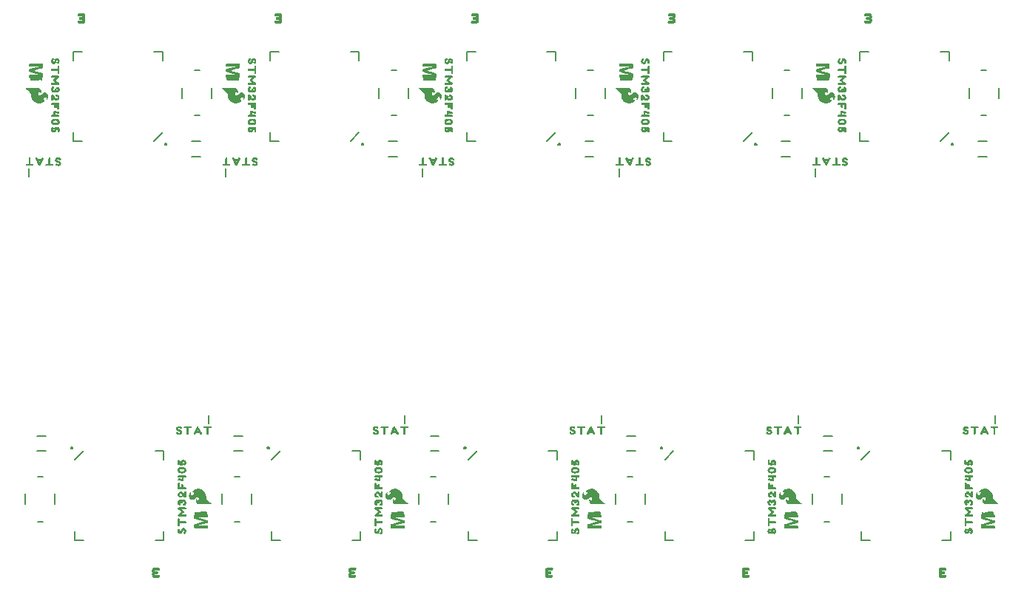
<source format=gto>
G04 EAGLE Gerber RS-274X export*
G75*
%MOMM*%
%FSLAX34Y34*%
%LPD*%
%INSilkscreen Top*%
%IPPOS*%
%AMOC8*
5,1,8,0,0,1.08239X$1,22.5*%
G01*
%ADD10C,0.203200*%
%ADD11R,0.640000X0.040000*%
%ADD12R,0.800000X0.040000*%
%ADD13R,0.840000X0.040000*%
%ADD14R,0.280000X0.040000*%
%ADD15R,0.600000X0.040000*%
%ADD16R,0.680000X0.040000*%
%ADD17R,0.760000X0.040000*%

G36*
X1116464Y110896D02*
X1116464Y110896D01*
X1116489Y110893D01*
X1116547Y110915D01*
X1116607Y110929D01*
X1116627Y110946D01*
X1116651Y110955D01*
X1116693Y111000D01*
X1116741Y111039D01*
X1116751Y111063D01*
X1116769Y111082D01*
X1116786Y111141D01*
X1116812Y111198D01*
X1116811Y111223D01*
X1116818Y111248D01*
X1116807Y111309D01*
X1116805Y111371D01*
X1116793Y111393D01*
X1116788Y111419D01*
X1116740Y111490D01*
X1116722Y111523D01*
X1116714Y111529D01*
X1116707Y111539D01*
X1116207Y112039D01*
X1116176Y112058D01*
X1116134Y112096D01*
X1115674Y112372D01*
X1115207Y112839D01*
X1115194Y112847D01*
X1115182Y112862D01*
X1114595Y113351D01*
X1113407Y114539D01*
X1113396Y114546D01*
X1113386Y114559D01*
X1111997Y115749D01*
X1111040Y116706D01*
X1110502Y117604D01*
X1110419Y118101D01*
X1110419Y119970D01*
X1110413Y119996D01*
X1110413Y120033D01*
X1110213Y121233D01*
X1110208Y121246D01*
X1110207Y121257D01*
X1110206Y121260D01*
X1110205Y121270D01*
X1110105Y121637D01*
X1110105Y121638D01*
X1110001Y122018D01*
X1109905Y122370D01*
X1109896Y122387D01*
X1109894Y122397D01*
X1109894Y122398D01*
X1109894Y122399D01*
X1109891Y122411D01*
X1109491Y123411D01*
X1109476Y123433D01*
X1109464Y123466D01*
X1108864Y124466D01*
X1108844Y124486D01*
X1108825Y124520D01*
X1108125Y125320D01*
X1108115Y125327D01*
X1108107Y125339D01*
X1107307Y126139D01*
X1107290Y126150D01*
X1107272Y126170D01*
X1106372Y126870D01*
X1106349Y126881D01*
X1106323Y126902D01*
X1104523Y127902D01*
X1104487Y127913D01*
X1104435Y127938D01*
X1102535Y128438D01*
X1102504Y128439D01*
X1102461Y128450D01*
X1100761Y128550D01*
X1100725Y128543D01*
X1100668Y128544D01*
X1099068Y128244D01*
X1099048Y128235D01*
X1099018Y128231D01*
X1097518Y127731D01*
X1097487Y127712D01*
X1097434Y127691D01*
X1096334Y126991D01*
X1096316Y126972D01*
X1096286Y126954D01*
X1095386Y126154D01*
X1095363Y126122D01*
X1095316Y126072D01*
X1094816Y125272D01*
X1094794Y125206D01*
X1094765Y125142D01*
X1094766Y125125D01*
X1094760Y125108D01*
X1094769Y125039D01*
X1094772Y124969D01*
X1094780Y124954D01*
X1094783Y124936D01*
X1094821Y124878D01*
X1094854Y124817D01*
X1094869Y124807D01*
X1094879Y124792D01*
X1094940Y124757D01*
X1094996Y124717D01*
X1095016Y124714D01*
X1095029Y124706D01*
X1095069Y124703D01*
X1095138Y124690D01*
X1095977Y124690D01*
X1096193Y124618D01*
X1096313Y124558D01*
X1096506Y124365D01*
X1096558Y124208D01*
X1096558Y124017D01*
X1096380Y123303D01*
X1096209Y122961D01*
X1096028Y122690D01*
X1095750Y122320D01*
X1095196Y121766D01*
X1094682Y121423D01*
X1094392Y121350D01*
X1093900Y121350D01*
X1093684Y121422D01*
X1093530Y121500D01*
X1093304Y121650D01*
X1093063Y121971D01*
X1092901Y122294D01*
X1092811Y122745D01*
X1092808Y122752D01*
X1092807Y122762D01*
X1092719Y123117D01*
X1092719Y123580D01*
X1092779Y123700D01*
X1092782Y123715D01*
X1092791Y123728D01*
X1092817Y123862D01*
X1092819Y123869D01*
X1092819Y123870D01*
X1092819Y123970D01*
X1092813Y123995D01*
X1092815Y124021D01*
X1092793Y124079D01*
X1092779Y124139D01*
X1092763Y124159D01*
X1092754Y124183D01*
X1092708Y124225D01*
X1092669Y124272D01*
X1092645Y124283D01*
X1092627Y124300D01*
X1092567Y124318D01*
X1092511Y124343D01*
X1092485Y124342D01*
X1092460Y124350D01*
X1092399Y124339D01*
X1092338Y124337D01*
X1092315Y124324D01*
X1092290Y124320D01*
X1092218Y124272D01*
X1092186Y124254D01*
X1092180Y124246D01*
X1092170Y124239D01*
X1092070Y124139D01*
X1092057Y124119D01*
X1092034Y124098D01*
X1091734Y123698D01*
X1091723Y123672D01*
X1091721Y123669D01*
X1091720Y123669D01*
X1091720Y123668D01*
X1091698Y123640D01*
X1090998Y122240D01*
X1090990Y122205D01*
X1090967Y122153D01*
X1090767Y121253D01*
X1090767Y121234D01*
X1090765Y121229D01*
X1090766Y121210D01*
X1090758Y121170D01*
X1090758Y120170D01*
X1090765Y120142D01*
X1090764Y120102D01*
X1090964Y119002D01*
X1090979Y118967D01*
X1091005Y118888D01*
X1091605Y117788D01*
X1091622Y117768D01*
X1091638Y117737D01*
X1092338Y116837D01*
X1092362Y116817D01*
X1092437Y116748D01*
X1093237Y116248D01*
X1093271Y116236D01*
X1093318Y116209D01*
X1094218Y115909D01*
X1094256Y115906D01*
X1094338Y115890D01*
X1095138Y115890D01*
X1095171Y115897D01*
X1095221Y115899D01*
X1096121Y116099D01*
X1096156Y116116D01*
X1096223Y116138D01*
X1097123Y116638D01*
X1097148Y116660D01*
X1097189Y116684D01*
X1097989Y117384D01*
X1097990Y117385D01*
X1097991Y117386D01*
X1098891Y118186D01*
X1098897Y118194D01*
X1098907Y118201D01*
X1099549Y118843D01*
X1100207Y119090D01*
X1100777Y119090D01*
X1101254Y118931D01*
X1101655Y118610D01*
X1101985Y118114D01*
X1102158Y117423D01*
X1102158Y116708D01*
X1102072Y116279D01*
X1101914Y115884D01*
X1101396Y115366D01*
X1101170Y115215D01*
X1100977Y115150D01*
X1100700Y115150D01*
X1100544Y115202D01*
X1100071Y115675D01*
X1099999Y115890D01*
X1099987Y115910D01*
X1099979Y115940D01*
X1099779Y116340D01*
X1099754Y116369D01*
X1099707Y116439D01*
X1099607Y116539D01*
X1099586Y116552D01*
X1099570Y116571D01*
X1099513Y116597D01*
X1099460Y116630D01*
X1099435Y116633D01*
X1099412Y116643D01*
X1099350Y116641D01*
X1099288Y116647D01*
X1099264Y116638D01*
X1099239Y116637D01*
X1099184Y116607D01*
X1099126Y116585D01*
X1099109Y116567D01*
X1099087Y116555D01*
X1099033Y116485D01*
X1099008Y116458D01*
X1099005Y116449D01*
X1098998Y116440D01*
X1098798Y116040D01*
X1098795Y116025D01*
X1098786Y116012D01*
X1098760Y115878D01*
X1098758Y115872D01*
X1098758Y115871D01*
X1098758Y115870D01*
X1098758Y114670D01*
X1098764Y114644D01*
X1098763Y114608D01*
X1098863Y114008D01*
X1098866Y114002D01*
X1098866Y113995D01*
X1098966Y113495D01*
X1098978Y113469D01*
X1098979Y113464D01*
X1098979Y113451D01*
X1098982Y113445D01*
X1098985Y113429D01*
X1099185Y112929D01*
X1099207Y112898D01*
X1099234Y112842D01*
X1099534Y112442D01*
X1099538Y112438D01*
X1099541Y112432D01*
X1099941Y111932D01*
X1099964Y111915D01*
X1100043Y111844D01*
X1101043Y111244D01*
X1101079Y111232D01*
X1101134Y111204D01*
X1101834Y111004D01*
X1101859Y111003D01*
X1101891Y110993D01*
X1102691Y110893D01*
X1102712Y110895D01*
X1102738Y110890D01*
X1116438Y110890D01*
X1116464Y110896D01*
G37*
G36*
X216135Y110896D02*
X216135Y110896D01*
X216161Y110893D01*
X216219Y110915D01*
X216279Y110929D01*
X216299Y110946D01*
X216323Y110955D01*
X216365Y111000D01*
X216412Y111039D01*
X216423Y111063D01*
X216440Y111082D01*
X216458Y111141D01*
X216483Y111198D01*
X216482Y111223D01*
X216490Y111248D01*
X216479Y111309D01*
X216477Y111371D01*
X216464Y111393D01*
X216460Y111419D01*
X216412Y111490D01*
X216394Y111523D01*
X216386Y111529D01*
X216379Y111539D01*
X215879Y112039D01*
X215848Y112058D01*
X215806Y112096D01*
X215346Y112372D01*
X214879Y112839D01*
X214866Y112847D01*
X214853Y112862D01*
X214267Y113351D01*
X213079Y114539D01*
X213068Y114546D01*
X213057Y114559D01*
X211668Y115749D01*
X210712Y116706D01*
X210173Y117604D01*
X210090Y118101D01*
X210090Y119970D01*
X210084Y119996D01*
X210085Y120033D01*
X209885Y121233D01*
X209879Y121246D01*
X209879Y121257D01*
X209878Y121260D01*
X209877Y121270D01*
X209777Y121637D01*
X209777Y121638D01*
X209673Y122018D01*
X209577Y122370D01*
X209568Y122387D01*
X209566Y122397D01*
X209566Y122398D01*
X209565Y122399D01*
X209563Y122411D01*
X209163Y123411D01*
X209148Y123433D01*
X209136Y123466D01*
X208536Y124466D01*
X208516Y124486D01*
X208496Y124520D01*
X207796Y125320D01*
X207787Y125327D01*
X207779Y125339D01*
X206979Y126139D01*
X206961Y126150D01*
X206943Y126170D01*
X206043Y126870D01*
X206020Y126881D01*
X205995Y126902D01*
X204195Y127902D01*
X204159Y127913D01*
X204107Y127938D01*
X202207Y128438D01*
X202175Y128439D01*
X202132Y128450D01*
X200432Y128550D01*
X200396Y128543D01*
X200340Y128544D01*
X198740Y128244D01*
X198719Y128235D01*
X198690Y128231D01*
X197190Y127731D01*
X197159Y127712D01*
X197106Y127691D01*
X196006Y126991D01*
X195987Y126972D01*
X195957Y126954D01*
X195057Y126154D01*
X195035Y126122D01*
X194988Y126072D01*
X194488Y125272D01*
X194465Y125206D01*
X194437Y125142D01*
X194437Y125125D01*
X194432Y125108D01*
X194441Y125039D01*
X194443Y124969D01*
X194452Y124954D01*
X194454Y124936D01*
X194493Y124878D01*
X194526Y124817D01*
X194541Y124807D01*
X194551Y124792D01*
X194611Y124757D01*
X194668Y124717D01*
X194687Y124714D01*
X194701Y124706D01*
X194740Y124703D01*
X194810Y124690D01*
X195648Y124690D01*
X195864Y124618D01*
X195985Y124558D01*
X196178Y124365D01*
X196230Y124208D01*
X196230Y124017D01*
X196051Y123303D01*
X195881Y122961D01*
X195699Y122690D01*
X195422Y122320D01*
X194868Y121766D01*
X194354Y121423D01*
X194063Y121350D01*
X193572Y121350D01*
X193356Y121422D01*
X193201Y121500D01*
X192975Y121650D01*
X192735Y121971D01*
X192573Y122294D01*
X192483Y122745D01*
X192479Y122752D01*
X192479Y122762D01*
X192390Y123117D01*
X192390Y123580D01*
X192450Y123700D01*
X192454Y123715D01*
X192463Y123728D01*
X192489Y123862D01*
X192490Y123869D01*
X192490Y123870D01*
X192490Y123970D01*
X192484Y123995D01*
X192487Y124021D01*
X192465Y124079D01*
X192451Y124139D01*
X192434Y124159D01*
X192425Y124183D01*
X192380Y124225D01*
X192341Y124272D01*
X192317Y124283D01*
X192298Y124300D01*
X192239Y124318D01*
X192182Y124343D01*
X192157Y124342D01*
X192132Y124350D01*
X192071Y124339D01*
X192009Y124337D01*
X191987Y124324D01*
X191961Y124320D01*
X191890Y124272D01*
X191857Y124254D01*
X191851Y124246D01*
X191841Y124239D01*
X191741Y124139D01*
X191729Y124119D01*
X191706Y124098D01*
X191406Y123698D01*
X191394Y123672D01*
X191392Y123669D01*
X191391Y123668D01*
X191370Y123640D01*
X190670Y122240D01*
X190661Y122205D01*
X190639Y122153D01*
X190439Y121253D01*
X190439Y121234D01*
X190437Y121229D01*
X190437Y121210D01*
X190430Y121170D01*
X190430Y120170D01*
X190436Y120142D01*
X190436Y120102D01*
X190636Y119002D01*
X190651Y118967D01*
X190676Y118888D01*
X191276Y117788D01*
X191294Y117768D01*
X191310Y117737D01*
X192010Y116837D01*
X192034Y116817D01*
X192108Y116748D01*
X192908Y116248D01*
X192942Y116236D01*
X192990Y116209D01*
X193890Y115909D01*
X193927Y115906D01*
X194010Y115890D01*
X194810Y115890D01*
X194843Y115897D01*
X194893Y115899D01*
X195793Y116099D01*
X195828Y116116D01*
X195895Y116138D01*
X196795Y116638D01*
X196819Y116660D01*
X196860Y116684D01*
X197660Y117384D01*
X197661Y117385D01*
X197663Y117386D01*
X198563Y118186D01*
X198568Y118194D01*
X198579Y118201D01*
X199221Y118843D01*
X199879Y119090D01*
X200448Y119090D01*
X200925Y118931D01*
X201326Y118610D01*
X201657Y118114D01*
X201830Y117423D01*
X201830Y116708D01*
X201744Y116279D01*
X201586Y115884D01*
X201068Y115366D01*
X200842Y115215D01*
X200648Y115150D01*
X200372Y115150D01*
X200215Y115202D01*
X199742Y115675D01*
X199671Y115890D01*
X199658Y115910D01*
X199650Y115940D01*
X199450Y116340D01*
X199426Y116369D01*
X199379Y116439D01*
X199279Y116539D01*
X199258Y116552D01*
X199242Y116571D01*
X199185Y116597D01*
X199132Y116630D01*
X199107Y116633D01*
X199084Y116643D01*
X199021Y116641D01*
X198959Y116647D01*
X198936Y116638D01*
X198911Y116637D01*
X198856Y116607D01*
X198797Y116585D01*
X198780Y116567D01*
X198758Y116555D01*
X198704Y116485D01*
X198680Y116458D01*
X198677Y116449D01*
X198670Y116440D01*
X198470Y116040D01*
X198466Y116025D01*
X198457Y116012D01*
X198431Y115878D01*
X198430Y115872D01*
X198430Y115871D01*
X198430Y115870D01*
X198430Y114670D01*
X198436Y114644D01*
X198435Y114608D01*
X198535Y114008D01*
X198537Y114002D01*
X198537Y113995D01*
X198637Y113495D01*
X198649Y113469D01*
X198650Y113464D01*
X198651Y113451D01*
X198654Y113445D01*
X198657Y113429D01*
X198857Y112929D01*
X198879Y112898D01*
X198906Y112842D01*
X199206Y112442D01*
X199210Y112438D01*
X199213Y112432D01*
X199613Y111932D01*
X199636Y111915D01*
X199714Y111844D01*
X200714Y111244D01*
X200750Y111232D01*
X200806Y111204D01*
X201506Y111004D01*
X201531Y111003D01*
X201563Y110993D01*
X202363Y110893D01*
X202384Y110895D01*
X202410Y110890D01*
X216110Y110890D01*
X216135Y110896D01*
G37*
G36*
X666299Y110896D02*
X666299Y110896D01*
X666325Y110893D01*
X666383Y110915D01*
X666443Y110929D01*
X666463Y110946D01*
X666487Y110955D01*
X666529Y111000D01*
X666577Y111039D01*
X666587Y111063D01*
X666605Y111082D01*
X666622Y111141D01*
X666647Y111198D01*
X666647Y111223D01*
X666654Y111248D01*
X666643Y111309D01*
X666641Y111371D01*
X666629Y111393D01*
X666624Y111419D01*
X666576Y111490D01*
X666558Y111523D01*
X666550Y111529D01*
X666543Y111539D01*
X666043Y112039D01*
X666012Y112058D01*
X665970Y112096D01*
X665510Y112372D01*
X665043Y112839D01*
X665030Y112847D01*
X665018Y112862D01*
X664431Y113351D01*
X663243Y114539D01*
X663232Y114546D01*
X663222Y114559D01*
X661833Y115749D01*
X660876Y116706D01*
X660337Y117604D01*
X660254Y118101D01*
X660254Y119970D01*
X660248Y119996D01*
X660249Y120033D01*
X660049Y121233D01*
X660044Y121246D01*
X660043Y121257D01*
X660042Y121260D01*
X660041Y121270D01*
X659941Y121637D01*
X659941Y121638D01*
X659837Y122018D01*
X659741Y122370D01*
X659732Y122387D01*
X659730Y122397D01*
X659730Y122398D01*
X659730Y122399D01*
X659727Y122411D01*
X659327Y123411D01*
X659312Y123433D01*
X659300Y123466D01*
X658700Y124466D01*
X658680Y124486D01*
X658660Y124520D01*
X657960Y125320D01*
X657951Y125327D01*
X657943Y125339D01*
X657143Y126139D01*
X657125Y126150D01*
X657108Y126170D01*
X656208Y126870D01*
X656185Y126881D01*
X656159Y126902D01*
X654359Y127902D01*
X654323Y127913D01*
X654271Y127938D01*
X652371Y128438D01*
X652340Y128439D01*
X652297Y128450D01*
X650597Y128550D01*
X650561Y128543D01*
X650504Y128544D01*
X648904Y128244D01*
X648883Y128235D01*
X648854Y128231D01*
X647354Y127731D01*
X647323Y127712D01*
X647270Y127691D01*
X646170Y126991D01*
X646152Y126972D01*
X646122Y126954D01*
X645222Y126154D01*
X645199Y126122D01*
X645152Y126072D01*
X644652Y125272D01*
X644629Y125206D01*
X644601Y125142D01*
X644602Y125125D01*
X644596Y125108D01*
X644605Y125039D01*
X644608Y124969D01*
X644616Y124954D01*
X644618Y124936D01*
X644657Y124878D01*
X644690Y124817D01*
X644705Y124807D01*
X644715Y124792D01*
X644775Y124757D01*
X644832Y124717D01*
X644851Y124714D01*
X644865Y124706D01*
X644904Y124703D01*
X644974Y124690D01*
X645812Y124690D01*
X646028Y124618D01*
X646149Y124558D01*
X646342Y124365D01*
X646394Y124208D01*
X646394Y124017D01*
X646215Y123303D01*
X646045Y122961D01*
X645864Y122690D01*
X645586Y122320D01*
X645032Y121766D01*
X644518Y121423D01*
X644227Y121350D01*
X643736Y121350D01*
X643520Y121422D01*
X643365Y121500D01*
X643139Y121650D01*
X642899Y121971D01*
X642737Y122294D01*
X642647Y122745D01*
X642644Y122752D01*
X642643Y122762D01*
X642554Y123117D01*
X642554Y123580D01*
X642614Y123700D01*
X642618Y123715D01*
X642627Y123728D01*
X642653Y123862D01*
X642654Y123869D01*
X642654Y123870D01*
X642654Y123970D01*
X642649Y123995D01*
X642651Y124021D01*
X642629Y124079D01*
X642615Y124139D01*
X642599Y124159D01*
X642589Y124183D01*
X642544Y124225D01*
X642505Y124272D01*
X642481Y124283D01*
X642462Y124300D01*
X642403Y124318D01*
X642347Y124343D01*
X642321Y124342D01*
X642296Y124350D01*
X642235Y124339D01*
X642174Y124337D01*
X642151Y124324D01*
X642125Y124320D01*
X642054Y124272D01*
X642021Y124254D01*
X642016Y124246D01*
X642005Y124239D01*
X641905Y124139D01*
X641893Y124119D01*
X641870Y124098D01*
X641570Y123698D01*
X641558Y123672D01*
X641556Y123669D01*
X641556Y123668D01*
X641534Y123640D01*
X640834Y122240D01*
X640826Y122205D01*
X640803Y122153D01*
X640603Y121253D01*
X640603Y121234D01*
X640601Y121229D01*
X640602Y121210D01*
X640594Y121170D01*
X640594Y120170D01*
X640601Y120142D01*
X640600Y120102D01*
X640800Y119002D01*
X640815Y118967D01*
X640840Y118888D01*
X641440Y117788D01*
X641458Y117768D01*
X641474Y117737D01*
X642174Y116837D01*
X642198Y116817D01*
X642273Y116748D01*
X643073Y116248D01*
X643106Y116236D01*
X643154Y116209D01*
X644054Y115909D01*
X644092Y115906D01*
X644174Y115890D01*
X644974Y115890D01*
X645007Y115897D01*
X645057Y115899D01*
X645957Y116099D01*
X645992Y116116D01*
X646059Y116138D01*
X646959Y116638D01*
X646983Y116660D01*
X647025Y116684D01*
X647825Y117384D01*
X647825Y117385D01*
X647827Y117386D01*
X648727Y118186D01*
X648733Y118194D01*
X648743Y118201D01*
X649385Y118843D01*
X650043Y119090D01*
X650612Y119090D01*
X651090Y118931D01*
X651491Y118610D01*
X651821Y118114D01*
X651994Y117423D01*
X651994Y116708D01*
X651908Y116279D01*
X651750Y115884D01*
X651232Y115366D01*
X651006Y115215D01*
X650812Y115150D01*
X650536Y115150D01*
X650380Y115202D01*
X649907Y115675D01*
X649835Y115890D01*
X649823Y115910D01*
X649814Y115940D01*
X649614Y116340D01*
X649590Y116369D01*
X649543Y116439D01*
X649443Y116539D01*
X649422Y116552D01*
X649406Y116571D01*
X649349Y116597D01*
X649296Y116630D01*
X649271Y116633D01*
X649248Y116643D01*
X649186Y116641D01*
X649123Y116647D01*
X649100Y116638D01*
X649075Y116637D01*
X649020Y116607D01*
X648961Y116585D01*
X648944Y116567D01*
X648922Y116555D01*
X648869Y116485D01*
X648844Y116458D01*
X648841Y116449D01*
X648834Y116440D01*
X648634Y116040D01*
X648631Y116025D01*
X648622Y116012D01*
X648596Y115878D01*
X648594Y115872D01*
X648594Y115871D01*
X648594Y115870D01*
X648594Y114670D01*
X648600Y114644D01*
X648599Y114608D01*
X648699Y114008D01*
X648701Y114002D01*
X648701Y113995D01*
X648801Y113495D01*
X648814Y113469D01*
X648814Y113464D01*
X648815Y113451D01*
X648818Y113445D01*
X648821Y113429D01*
X649021Y112929D01*
X649043Y112898D01*
X649070Y112842D01*
X649370Y112442D01*
X649374Y112438D01*
X649377Y112432D01*
X649777Y111932D01*
X649800Y111915D01*
X649879Y111844D01*
X650879Y111244D01*
X650915Y111232D01*
X650970Y111204D01*
X651670Y111004D01*
X651695Y111003D01*
X651727Y110993D01*
X652527Y110893D01*
X652548Y110895D01*
X652574Y110890D01*
X666274Y110890D01*
X666299Y110896D01*
G37*
G36*
X891369Y110896D02*
X891369Y110896D01*
X891394Y110893D01*
X891452Y110915D01*
X891512Y110929D01*
X891532Y110946D01*
X891556Y110955D01*
X891598Y111000D01*
X891646Y111039D01*
X891657Y111063D01*
X891674Y111082D01*
X891692Y111141D01*
X891717Y111198D01*
X891716Y111223D01*
X891723Y111248D01*
X891713Y111309D01*
X891710Y111371D01*
X891698Y111393D01*
X891694Y111419D01*
X891645Y111490D01*
X891628Y111523D01*
X891619Y111529D01*
X891612Y111539D01*
X891112Y112039D01*
X891081Y112058D01*
X891039Y112096D01*
X890579Y112372D01*
X890112Y112839D01*
X890099Y112847D01*
X890087Y112862D01*
X889500Y113351D01*
X888312Y114539D01*
X888301Y114546D01*
X888291Y114559D01*
X886902Y115749D01*
X885946Y116706D01*
X885407Y117604D01*
X885324Y118101D01*
X885324Y119970D01*
X885318Y119996D01*
X885319Y120033D01*
X885119Y121233D01*
X885113Y121246D01*
X885113Y121257D01*
X885111Y121260D01*
X885110Y121270D01*
X885010Y121637D01*
X885010Y121638D01*
X884907Y122018D01*
X884810Y122370D01*
X884801Y122387D01*
X884799Y122397D01*
X884799Y122398D01*
X884799Y122399D01*
X884797Y122411D01*
X884397Y123411D01*
X884382Y123433D01*
X884370Y123466D01*
X883770Y124466D01*
X883750Y124486D01*
X883730Y124520D01*
X883030Y125320D01*
X883020Y125327D01*
X883012Y125339D01*
X882212Y126139D01*
X882195Y126150D01*
X882177Y126170D01*
X881277Y126870D01*
X881254Y126881D01*
X881228Y126902D01*
X879428Y127902D01*
X879393Y127913D01*
X879340Y127938D01*
X877440Y128438D01*
X877409Y128439D01*
X877366Y128450D01*
X875666Y128550D01*
X875630Y128543D01*
X875574Y128544D01*
X873974Y128244D01*
X873953Y128235D01*
X873923Y128231D01*
X872423Y127731D01*
X872392Y127712D01*
X872339Y127691D01*
X871239Y126991D01*
X871221Y126972D01*
X871191Y126954D01*
X870291Y126154D01*
X870268Y126122D01*
X870221Y126072D01*
X869721Y125272D01*
X869699Y125206D01*
X869670Y125142D01*
X869671Y125125D01*
X869665Y125108D01*
X869674Y125039D01*
X869677Y124969D01*
X869685Y124954D01*
X869688Y124936D01*
X869727Y124878D01*
X869760Y124817D01*
X869774Y124807D01*
X869784Y124792D01*
X869845Y124757D01*
X869901Y124717D01*
X869921Y124714D01*
X869935Y124706D01*
X869974Y124703D01*
X870044Y124690D01*
X870882Y124690D01*
X871098Y124618D01*
X871218Y124558D01*
X871411Y124365D01*
X871463Y124208D01*
X871463Y124017D01*
X871285Y123303D01*
X871114Y122961D01*
X870933Y122690D01*
X870656Y122320D01*
X870101Y121766D01*
X869588Y121423D01*
X869297Y121350D01*
X868805Y121350D01*
X868589Y121422D01*
X868435Y121500D01*
X868209Y121650D01*
X867968Y121971D01*
X867807Y122294D01*
X867716Y122745D01*
X867713Y122752D01*
X867713Y122762D01*
X867624Y123117D01*
X867624Y123580D01*
X867684Y123700D01*
X867687Y123715D01*
X867696Y123728D01*
X867722Y123862D01*
X867724Y123869D01*
X867724Y123870D01*
X867724Y123970D01*
X867718Y123995D01*
X867720Y124021D01*
X867698Y124079D01*
X867684Y124139D01*
X867668Y124159D01*
X867659Y124183D01*
X867613Y124225D01*
X867574Y124272D01*
X867551Y124283D01*
X867532Y124300D01*
X867472Y124318D01*
X867416Y124343D01*
X867390Y124342D01*
X867366Y124350D01*
X867305Y124339D01*
X867243Y124337D01*
X867220Y124324D01*
X867195Y124320D01*
X867123Y124272D01*
X867091Y124254D01*
X867085Y124246D01*
X867075Y124239D01*
X866975Y124139D01*
X866962Y124119D01*
X866939Y124098D01*
X866639Y123698D01*
X866628Y123672D01*
X866626Y123669D01*
X866625Y123669D01*
X866625Y123668D01*
X866604Y123640D01*
X865904Y122240D01*
X865895Y122205D01*
X865872Y122153D01*
X865672Y121253D01*
X865673Y121234D01*
X865670Y121229D01*
X865671Y121210D01*
X865663Y121170D01*
X865663Y120170D01*
X865670Y120142D01*
X865669Y120102D01*
X865869Y119002D01*
X865885Y118967D01*
X865910Y118888D01*
X866510Y117788D01*
X866527Y117768D01*
X866543Y117737D01*
X867243Y116837D01*
X867267Y116817D01*
X867342Y116748D01*
X868142Y116248D01*
X868176Y116236D01*
X868223Y116209D01*
X869123Y115909D01*
X869161Y115906D01*
X869244Y115890D01*
X870044Y115890D01*
X870077Y115897D01*
X870126Y115899D01*
X871026Y116099D01*
X871061Y116116D01*
X871128Y116138D01*
X872028Y116638D01*
X872053Y116660D01*
X872094Y116684D01*
X872894Y117384D01*
X872895Y117385D01*
X872896Y117386D01*
X873796Y118186D01*
X873802Y118194D01*
X873812Y118201D01*
X874454Y118843D01*
X875113Y119090D01*
X875682Y119090D01*
X876159Y118931D01*
X876560Y118610D01*
X876891Y118114D01*
X877063Y117423D01*
X877063Y116708D01*
X876978Y116279D01*
X876820Y115884D01*
X876301Y115366D01*
X876075Y115215D01*
X875882Y115150D01*
X875605Y115150D01*
X875449Y115202D01*
X874976Y115675D01*
X874904Y115890D01*
X874892Y115910D01*
X874884Y115940D01*
X874684Y116340D01*
X874660Y116369D01*
X874612Y116439D01*
X874512Y116539D01*
X874491Y116552D01*
X874475Y116571D01*
X874418Y116597D01*
X874365Y116630D01*
X874340Y116633D01*
X874318Y116643D01*
X874255Y116641D01*
X874193Y116647D01*
X874169Y116638D01*
X874144Y116637D01*
X874089Y116607D01*
X874031Y116585D01*
X874014Y116567D01*
X873992Y116555D01*
X873938Y116485D01*
X873913Y116458D01*
X873910Y116449D01*
X873904Y116440D01*
X873704Y116040D01*
X873700Y116025D01*
X873691Y116012D01*
X873665Y115878D01*
X873663Y115872D01*
X873664Y115871D01*
X873663Y115870D01*
X873663Y114670D01*
X873670Y114644D01*
X873669Y114608D01*
X873769Y114008D01*
X873771Y114002D01*
X873771Y113995D01*
X873871Y113495D01*
X873883Y113469D01*
X873884Y113464D01*
X873884Y113451D01*
X873887Y113445D01*
X873891Y113429D01*
X874091Y112929D01*
X874112Y112898D01*
X874139Y112842D01*
X874439Y112442D01*
X874444Y112438D01*
X874447Y112432D01*
X874847Y111932D01*
X874869Y111915D01*
X874948Y111844D01*
X875948Y111244D01*
X875984Y111232D01*
X876039Y111204D01*
X876739Y111004D01*
X876764Y111003D01*
X876796Y110993D01*
X877596Y110893D01*
X877617Y110895D01*
X877644Y110890D01*
X891344Y110890D01*
X891369Y110896D01*
G37*
G36*
X441205Y110896D02*
X441205Y110896D01*
X441230Y110893D01*
X441288Y110915D01*
X441348Y110929D01*
X441368Y110946D01*
X441392Y110955D01*
X441434Y111000D01*
X441482Y111039D01*
X441492Y111063D01*
X441510Y111082D01*
X441527Y111141D01*
X441553Y111198D01*
X441552Y111223D01*
X441559Y111248D01*
X441548Y111309D01*
X441546Y111371D01*
X441534Y111393D01*
X441529Y111419D01*
X441481Y111490D01*
X441463Y111523D01*
X441455Y111529D01*
X441448Y111539D01*
X440948Y112039D01*
X440917Y112058D01*
X440875Y112096D01*
X440415Y112372D01*
X439948Y112839D01*
X439935Y112847D01*
X439923Y112862D01*
X439336Y113351D01*
X438148Y114539D01*
X438137Y114546D01*
X438127Y114559D01*
X436738Y115749D01*
X435781Y116706D01*
X435243Y117604D01*
X435160Y118101D01*
X435160Y119970D01*
X435154Y119996D01*
X435154Y120033D01*
X434954Y121233D01*
X434949Y121246D01*
X434948Y121257D01*
X434947Y121260D01*
X434946Y121270D01*
X434846Y121637D01*
X434846Y121638D01*
X434742Y122018D01*
X434646Y122370D01*
X434637Y122387D01*
X434635Y122397D01*
X434635Y122398D01*
X434635Y122399D01*
X434632Y122411D01*
X434232Y123411D01*
X434217Y123433D01*
X434205Y123466D01*
X433605Y124466D01*
X433585Y124486D01*
X433566Y124520D01*
X432866Y125320D01*
X432856Y125327D01*
X432848Y125339D01*
X432048Y126139D01*
X432031Y126150D01*
X432013Y126170D01*
X431113Y126870D01*
X431090Y126881D01*
X431064Y126902D01*
X429264Y127902D01*
X429228Y127913D01*
X429176Y127938D01*
X427276Y128438D01*
X427245Y128439D01*
X427202Y128450D01*
X425502Y128550D01*
X425466Y128543D01*
X425409Y128544D01*
X423809Y128244D01*
X423789Y128235D01*
X423759Y128231D01*
X422259Y127731D01*
X422228Y127712D01*
X422175Y127691D01*
X421075Y126991D01*
X421057Y126972D01*
X421027Y126954D01*
X420127Y126154D01*
X420104Y126122D01*
X420057Y126072D01*
X419557Y125272D01*
X419535Y125206D01*
X419506Y125142D01*
X419507Y125125D01*
X419501Y125108D01*
X419510Y125039D01*
X419513Y124969D01*
X419521Y124954D01*
X419524Y124936D01*
X419562Y124878D01*
X419595Y124817D01*
X419610Y124807D01*
X419620Y124792D01*
X419681Y124757D01*
X419737Y124717D01*
X419757Y124714D01*
X419770Y124706D01*
X419810Y124703D01*
X419879Y124690D01*
X420718Y124690D01*
X420934Y124618D01*
X421054Y124558D01*
X421247Y124365D01*
X421299Y124208D01*
X421299Y124017D01*
X421121Y123303D01*
X420950Y122961D01*
X420769Y122690D01*
X420491Y122320D01*
X419937Y121766D01*
X419423Y121423D01*
X419133Y121350D01*
X418641Y121350D01*
X418425Y121422D01*
X418271Y121500D01*
X418045Y121650D01*
X417804Y121971D01*
X417642Y122294D01*
X417552Y122745D01*
X417549Y122752D01*
X417548Y122762D01*
X417460Y123117D01*
X417460Y123580D01*
X417520Y123700D01*
X417523Y123715D01*
X417532Y123728D01*
X417558Y123862D01*
X417560Y123869D01*
X417560Y123870D01*
X417560Y123970D01*
X417554Y123995D01*
X417556Y124021D01*
X417534Y124079D01*
X417520Y124139D01*
X417504Y124159D01*
X417495Y124183D01*
X417449Y124225D01*
X417410Y124272D01*
X417386Y124283D01*
X417368Y124300D01*
X417308Y124318D01*
X417252Y124343D01*
X417226Y124342D01*
X417201Y124350D01*
X417140Y124339D01*
X417079Y124337D01*
X417056Y124324D01*
X417031Y124320D01*
X416959Y124272D01*
X416927Y124254D01*
X416921Y124246D01*
X416911Y124239D01*
X416811Y124139D01*
X416798Y124119D01*
X416775Y124098D01*
X416475Y123698D01*
X416464Y123672D01*
X416462Y123669D01*
X416461Y123669D01*
X416461Y123668D01*
X416439Y123640D01*
X415739Y122240D01*
X415731Y122205D01*
X415708Y122153D01*
X415508Y121253D01*
X415508Y121234D01*
X415506Y121229D01*
X415507Y121210D01*
X415499Y121170D01*
X415499Y120170D01*
X415506Y120142D01*
X415505Y120102D01*
X415705Y119002D01*
X415720Y118967D01*
X415746Y118888D01*
X416346Y117788D01*
X416363Y117768D01*
X416379Y117737D01*
X417079Y116837D01*
X417103Y116817D01*
X417178Y116748D01*
X417978Y116248D01*
X418012Y116236D01*
X418059Y116209D01*
X418959Y115909D01*
X418997Y115906D01*
X419079Y115890D01*
X419879Y115890D01*
X419912Y115897D01*
X419962Y115899D01*
X420862Y116099D01*
X420897Y116116D01*
X420964Y116138D01*
X421864Y116638D01*
X421889Y116660D01*
X421930Y116684D01*
X422730Y117384D01*
X422731Y117385D01*
X422732Y117386D01*
X423632Y118186D01*
X423638Y118194D01*
X423648Y118201D01*
X424290Y118843D01*
X424948Y119090D01*
X425518Y119090D01*
X425995Y118931D01*
X426396Y118610D01*
X426726Y118114D01*
X426899Y117423D01*
X426899Y116708D01*
X426813Y116279D01*
X426655Y115884D01*
X426137Y115366D01*
X425911Y115215D01*
X425718Y115150D01*
X425441Y115150D01*
X425285Y115202D01*
X424812Y115675D01*
X424740Y115890D01*
X424728Y115910D01*
X424720Y115940D01*
X424520Y116340D01*
X424495Y116369D01*
X424448Y116439D01*
X424348Y116539D01*
X424327Y116552D01*
X424311Y116571D01*
X424254Y116597D01*
X424201Y116630D01*
X424176Y116633D01*
X424153Y116643D01*
X424091Y116641D01*
X424029Y116647D01*
X424005Y116638D01*
X423980Y116637D01*
X423925Y116607D01*
X423867Y116585D01*
X423850Y116567D01*
X423828Y116555D01*
X423774Y116485D01*
X423749Y116458D01*
X423746Y116449D01*
X423739Y116440D01*
X423539Y116040D01*
X423536Y116025D01*
X423527Y116012D01*
X423501Y115878D01*
X423499Y115872D01*
X423499Y115871D01*
X423499Y115870D01*
X423499Y114670D01*
X423505Y114644D01*
X423504Y114608D01*
X423604Y114008D01*
X423607Y114002D01*
X423607Y113995D01*
X423707Y113495D01*
X423719Y113469D01*
X423720Y113464D01*
X423720Y113451D01*
X423723Y113445D01*
X423726Y113429D01*
X423926Y112929D01*
X423948Y112898D01*
X423975Y112842D01*
X424275Y112442D01*
X424279Y112438D01*
X424282Y112432D01*
X424682Y111932D01*
X424705Y111915D01*
X424784Y111844D01*
X425784Y111244D01*
X425820Y111232D01*
X425875Y111204D01*
X426575Y111004D01*
X426600Y111003D01*
X426632Y110993D01*
X427432Y110893D01*
X427453Y110895D01*
X427479Y110890D01*
X441179Y110890D01*
X441205Y110896D01*
G37*
G36*
X244688Y569957D02*
X244688Y569957D01*
X244744Y569956D01*
X246344Y570256D01*
X246365Y570265D01*
X246394Y570269D01*
X247894Y570769D01*
X247926Y570788D01*
X247978Y570809D01*
X249078Y571509D01*
X249097Y571528D01*
X249127Y571546D01*
X250027Y572346D01*
X250046Y572373D01*
X250056Y572381D01*
X250059Y572388D01*
X250097Y572428D01*
X250597Y573228D01*
X250619Y573294D01*
X250647Y573358D01*
X250647Y573375D01*
X250653Y573392D01*
X250644Y573461D01*
X250641Y573531D01*
X250632Y573546D01*
X250630Y573564D01*
X250591Y573622D01*
X250558Y573683D01*
X250544Y573693D01*
X250533Y573708D01*
X250473Y573743D01*
X250416Y573783D01*
X250397Y573786D01*
X250383Y573794D01*
X250344Y573797D01*
X250274Y573810D01*
X249436Y573810D01*
X249220Y573882D01*
X249099Y573943D01*
X248907Y574135D01*
X248854Y574292D01*
X248854Y574483D01*
X249033Y575197D01*
X249204Y575539D01*
X249385Y575810D01*
X249662Y576180D01*
X250216Y576735D01*
X250730Y577077D01*
X251021Y577150D01*
X251512Y577150D01*
X251728Y577078D01*
X251883Y577001D01*
X252109Y576850D01*
X252349Y576529D01*
X252511Y576206D01*
X252601Y575755D01*
X252605Y575748D01*
X252605Y575738D01*
X252694Y575383D01*
X252694Y574920D01*
X252634Y574800D01*
X252631Y574785D01*
X252622Y574772D01*
X252596Y574638D01*
X252594Y574632D01*
X252594Y574631D01*
X252594Y574630D01*
X252594Y574530D01*
X252600Y574505D01*
X252597Y574479D01*
X252619Y574422D01*
X252633Y574361D01*
X252650Y574341D01*
X252659Y574317D01*
X252704Y574275D01*
X252744Y574228D01*
X252767Y574217D01*
X252786Y574200D01*
X252845Y574182D01*
X252902Y574157D01*
X252928Y574158D01*
X252952Y574150D01*
X253013Y574161D01*
X253075Y574163D01*
X253098Y574176D01*
X253123Y574180D01*
X253194Y574228D01*
X253227Y574246D01*
X253233Y574254D01*
X253243Y574261D01*
X253343Y574361D01*
X253355Y574381D01*
X253378Y574402D01*
X253678Y574802D01*
X253690Y574828D01*
X253714Y574860D01*
X254414Y576260D01*
X254423Y576296D01*
X254445Y576348D01*
X254645Y577248D01*
X254645Y577281D01*
X254654Y577330D01*
X254654Y578330D01*
X254648Y578358D01*
X254648Y578398D01*
X254448Y579498D01*
X254433Y579533D01*
X254427Y579553D01*
X254427Y579557D01*
X254424Y579562D01*
X254408Y579612D01*
X253808Y580712D01*
X253790Y580732D01*
X253774Y580763D01*
X253074Y581663D01*
X253051Y581683D01*
X252976Y581752D01*
X252176Y582252D01*
X252142Y582264D01*
X252094Y582291D01*
X251194Y582591D01*
X251157Y582594D01*
X251074Y582610D01*
X250274Y582610D01*
X250241Y582603D01*
X250192Y582601D01*
X249292Y582401D01*
X249256Y582384D01*
X249190Y582362D01*
X248290Y581862D01*
X248265Y581840D01*
X248224Y581816D01*
X247424Y581116D01*
X247423Y581115D01*
X247422Y581114D01*
X246522Y580314D01*
X246516Y580306D01*
X246505Y580299D01*
X245864Y579657D01*
X245205Y579410D01*
X244636Y579410D01*
X244159Y579569D01*
X243758Y579890D01*
X243427Y580386D01*
X243254Y581077D01*
X243254Y581792D01*
X243340Y582221D01*
X243498Y582616D01*
X244016Y583135D01*
X244243Y583285D01*
X244436Y583350D01*
X244712Y583350D01*
X244869Y583298D01*
X245342Y582825D01*
X245413Y582610D01*
X245426Y582590D01*
X245434Y582560D01*
X245634Y582160D01*
X245658Y582131D01*
X245705Y582061D01*
X245805Y581961D01*
X245827Y581948D01*
X245842Y581929D01*
X245900Y581903D01*
X245953Y581870D01*
X245977Y581867D01*
X246000Y581857D01*
X246063Y581859D01*
X246125Y581853D01*
X246148Y581862D01*
X246173Y581863D01*
X246228Y581893D01*
X246287Y581915D01*
X246304Y581933D01*
X246326Y581945D01*
X246380Y582015D01*
X246405Y582042D01*
X246407Y582051D01*
X246414Y582060D01*
X246614Y582460D01*
X246618Y582475D01*
X246627Y582488D01*
X246653Y582622D01*
X246654Y582629D01*
X246654Y582630D01*
X246654Y583830D01*
X246648Y583856D01*
X246649Y583893D01*
X246549Y584493D01*
X246547Y584498D01*
X246547Y584505D01*
X246447Y585005D01*
X246435Y585031D01*
X246427Y585071D01*
X246227Y585571D01*
X246205Y585602D01*
X246178Y585658D01*
X245878Y586058D01*
X245874Y586062D01*
X245871Y586068D01*
X245471Y586568D01*
X245449Y586585D01*
X245370Y586656D01*
X244370Y587256D01*
X244334Y587268D01*
X244279Y587296D01*
X243579Y587496D01*
X243553Y587497D01*
X243521Y587507D01*
X242721Y587607D01*
X242701Y587605D01*
X242674Y587610D01*
X228974Y587610D01*
X228949Y587604D01*
X228923Y587607D01*
X228866Y587585D01*
X228805Y587571D01*
X228786Y587554D01*
X228761Y587545D01*
X228720Y587500D01*
X228672Y587461D01*
X228661Y587437D01*
X228644Y587418D01*
X228626Y587359D01*
X228601Y587302D01*
X228602Y587277D01*
X228595Y587252D01*
X228605Y587191D01*
X228608Y587129D01*
X228620Y587107D01*
X228624Y587081D01*
X228673Y587010D01*
X228690Y586977D01*
X228698Y586971D01*
X228705Y586961D01*
X229205Y586461D01*
X229236Y586442D01*
X229279Y586404D01*
X229738Y586128D01*
X230205Y585661D01*
X230218Y585653D01*
X230231Y585638D01*
X230818Y585149D01*
X232005Y583961D01*
X232016Y583954D01*
X232027Y583941D01*
X233416Y582751D01*
X234372Y581794D01*
X234911Y580896D01*
X234994Y580399D01*
X234994Y578530D01*
X235000Y578504D01*
X234999Y578468D01*
X235199Y577268D01*
X235206Y577252D01*
X235207Y577230D01*
X235250Y577074D01*
X235354Y576694D01*
X235354Y576693D01*
X235457Y576313D01*
X235507Y576130D01*
X235517Y576113D01*
X235521Y576089D01*
X235921Y575089D01*
X235936Y575067D01*
X235948Y575034D01*
X236548Y574034D01*
X236568Y574014D01*
X236588Y573980D01*
X237288Y573180D01*
X237297Y573173D01*
X237305Y573161D01*
X238105Y572361D01*
X238123Y572350D01*
X238141Y572330D01*
X239041Y571630D01*
X239064Y571619D01*
X239090Y571598D01*
X240890Y570598D01*
X240925Y570587D01*
X240977Y570562D01*
X242877Y570062D01*
X242909Y570061D01*
X242952Y570050D01*
X244652Y569950D01*
X244688Y569957D01*
G37*
G36*
X694852Y569957D02*
X694852Y569957D01*
X694908Y569956D01*
X696508Y570256D01*
X696529Y570265D01*
X696559Y570269D01*
X698059Y570769D01*
X698090Y570788D01*
X698143Y570809D01*
X699243Y571509D01*
X699261Y571528D01*
X699291Y571546D01*
X700191Y572346D01*
X700210Y572373D01*
X700220Y572381D01*
X700223Y572388D01*
X700261Y572428D01*
X700761Y573228D01*
X700783Y573294D01*
X700812Y573358D01*
X700811Y573375D01*
X700817Y573392D01*
X700808Y573461D01*
X700805Y573531D01*
X700797Y573546D01*
X700794Y573564D01*
X700755Y573622D01*
X700722Y573683D01*
X700708Y573693D01*
X700698Y573708D01*
X700637Y573743D01*
X700581Y573783D01*
X700561Y573786D01*
X700547Y573794D01*
X700508Y573797D01*
X700438Y573810D01*
X699600Y573810D01*
X699384Y573882D01*
X699264Y573943D01*
X699071Y574135D01*
X699019Y574292D01*
X699019Y574483D01*
X699197Y575197D01*
X699368Y575539D01*
X699549Y575810D01*
X699826Y576180D01*
X700381Y576735D01*
X700895Y577077D01*
X701185Y577150D01*
X701677Y577150D01*
X701893Y577078D01*
X702047Y577001D01*
X702273Y576850D01*
X702514Y576529D01*
X702676Y576206D01*
X702766Y575755D01*
X702769Y575748D01*
X702770Y575738D01*
X702858Y575383D01*
X702858Y574920D01*
X702798Y574800D01*
X702795Y574785D01*
X702786Y574772D01*
X702760Y574638D01*
X702758Y574632D01*
X702758Y574631D01*
X702758Y574630D01*
X702758Y574530D01*
X702764Y574505D01*
X702762Y574479D01*
X702784Y574422D01*
X702798Y574361D01*
X702814Y574341D01*
X702823Y574317D01*
X702869Y574275D01*
X702908Y574228D01*
X702931Y574217D01*
X702950Y574200D01*
X703010Y574182D01*
X703066Y574157D01*
X703092Y574158D01*
X703116Y574150D01*
X703177Y574161D01*
X703239Y574163D01*
X703262Y574176D01*
X703287Y574180D01*
X703359Y574228D01*
X703391Y574246D01*
X703397Y574254D01*
X703407Y574261D01*
X703507Y574361D01*
X703520Y574381D01*
X703543Y574402D01*
X703843Y574802D01*
X703854Y574828D01*
X703879Y574860D01*
X704579Y576260D01*
X704587Y576296D01*
X704610Y576348D01*
X704810Y577248D01*
X704809Y577281D01*
X704819Y577330D01*
X704819Y578330D01*
X704812Y578358D01*
X704813Y578398D01*
X704613Y579498D01*
X704597Y579533D01*
X704591Y579553D01*
X704591Y579557D01*
X704588Y579562D01*
X704572Y579612D01*
X703972Y580712D01*
X703955Y580732D01*
X703939Y580763D01*
X703239Y581663D01*
X703215Y581683D01*
X703140Y581752D01*
X702340Y582252D01*
X702306Y582264D01*
X702259Y582291D01*
X701359Y582591D01*
X701321Y582594D01*
X701238Y582610D01*
X700438Y582610D01*
X700405Y582603D01*
X700356Y582601D01*
X699456Y582401D01*
X699421Y582384D01*
X699354Y582362D01*
X698454Y581862D01*
X698429Y581840D01*
X698388Y581816D01*
X697588Y581116D01*
X697587Y581115D01*
X697586Y581114D01*
X696686Y580314D01*
X696680Y580306D01*
X696670Y580299D01*
X696028Y579657D01*
X695370Y579410D01*
X694800Y579410D01*
X694323Y579569D01*
X693922Y579890D01*
X693591Y580386D01*
X693419Y581077D01*
X693419Y581792D01*
X693504Y582221D01*
X693663Y582616D01*
X694181Y583135D01*
X694407Y583285D01*
X694600Y583350D01*
X694877Y583350D01*
X695033Y583298D01*
X695506Y582825D01*
X695578Y582610D01*
X695590Y582590D01*
X695598Y582560D01*
X695798Y582160D01*
X695822Y582131D01*
X695870Y582061D01*
X695970Y581961D01*
X695991Y581948D01*
X696007Y581929D01*
X696064Y581903D01*
X696117Y581870D01*
X696142Y581867D01*
X696164Y581857D01*
X696227Y581859D01*
X696289Y581853D01*
X696313Y581862D01*
X696338Y581863D01*
X696393Y581893D01*
X696451Y581915D01*
X696468Y581933D01*
X696490Y581945D01*
X696544Y582015D01*
X696569Y582042D01*
X696572Y582051D01*
X696579Y582060D01*
X696779Y582460D01*
X696782Y582475D01*
X696791Y582488D01*
X696817Y582622D01*
X696819Y582629D01*
X696819Y582630D01*
X696819Y583830D01*
X696813Y583856D01*
X696813Y583893D01*
X696713Y584493D01*
X696711Y584498D01*
X696711Y584505D01*
X696611Y585005D01*
X696599Y585031D01*
X696591Y585071D01*
X696391Y585571D01*
X696370Y585602D01*
X696343Y585658D01*
X696043Y586058D01*
X696038Y586062D01*
X696035Y586068D01*
X695635Y586568D01*
X695613Y586585D01*
X695534Y586656D01*
X694534Y587256D01*
X694498Y587268D01*
X694443Y587296D01*
X693743Y587496D01*
X693718Y587497D01*
X693686Y587507D01*
X692886Y587607D01*
X692865Y587605D01*
X692838Y587610D01*
X679138Y587610D01*
X679113Y587604D01*
X679088Y587607D01*
X679030Y587585D01*
X678970Y587571D01*
X678950Y587554D01*
X678926Y587545D01*
X678884Y587500D01*
X678836Y587461D01*
X678825Y587437D01*
X678808Y587418D01*
X678790Y587359D01*
X678765Y587302D01*
X678766Y587277D01*
X678759Y587252D01*
X678769Y587191D01*
X678772Y587129D01*
X678784Y587107D01*
X678788Y587081D01*
X678837Y587010D01*
X678854Y586977D01*
X678863Y586971D01*
X678870Y586961D01*
X679370Y586461D01*
X679401Y586442D01*
X679443Y586404D01*
X679903Y586128D01*
X680370Y585661D01*
X680383Y585653D01*
X680395Y585638D01*
X680982Y585149D01*
X682170Y583961D01*
X682181Y583954D01*
X682191Y583941D01*
X683580Y582751D01*
X684536Y581794D01*
X685075Y580896D01*
X685158Y580399D01*
X685158Y578530D01*
X685164Y578504D01*
X685163Y578468D01*
X685363Y577268D01*
X685370Y577252D01*
X685372Y577230D01*
X685414Y577074D01*
X685518Y576694D01*
X685518Y576693D01*
X685622Y576313D01*
X685672Y576130D01*
X685681Y576113D01*
X685685Y576089D01*
X686085Y575089D01*
X686100Y575067D01*
X686112Y575034D01*
X686712Y574034D01*
X686732Y574014D01*
X686752Y573980D01*
X687452Y573180D01*
X687462Y573173D01*
X687470Y573161D01*
X688270Y572361D01*
X688287Y572350D01*
X688305Y572330D01*
X689205Y571630D01*
X689228Y571619D01*
X689254Y571598D01*
X691054Y570598D01*
X691089Y570587D01*
X691142Y570562D01*
X693042Y570062D01*
X693073Y570061D01*
X693116Y570050D01*
X694816Y569950D01*
X694852Y569957D01*
G37*
G36*
X469757Y569957D02*
X469757Y569957D01*
X469814Y569956D01*
X471414Y570256D01*
X471434Y570265D01*
X471464Y570269D01*
X472964Y570769D01*
X472995Y570788D01*
X473048Y570809D01*
X474148Y571509D01*
X474166Y571528D01*
X474196Y571546D01*
X475096Y572346D01*
X475115Y572373D01*
X475125Y572381D01*
X475128Y572388D01*
X475166Y572428D01*
X475666Y573228D01*
X475688Y573294D01*
X475717Y573358D01*
X475716Y573375D01*
X475722Y573392D01*
X475713Y573461D01*
X475710Y573531D01*
X475702Y573546D01*
X475699Y573564D01*
X475661Y573622D01*
X475628Y573683D01*
X475613Y573693D01*
X475603Y573708D01*
X475542Y573743D01*
X475486Y573783D01*
X475466Y573786D01*
X475453Y573794D01*
X475413Y573797D01*
X475344Y573810D01*
X474505Y573810D01*
X474289Y573882D01*
X474169Y573943D01*
X473976Y574135D01*
X473924Y574292D01*
X473924Y574483D01*
X474102Y575197D01*
X474273Y575539D01*
X474454Y575810D01*
X474732Y576180D01*
X475286Y576735D01*
X475800Y577077D01*
X476090Y577150D01*
X476582Y577150D01*
X476798Y577078D01*
X476952Y577001D01*
X477179Y576850D01*
X477419Y576529D01*
X477581Y576206D01*
X477671Y575755D01*
X477674Y575748D01*
X477675Y575738D01*
X477763Y575383D01*
X477763Y574920D01*
X477704Y574800D01*
X477700Y574785D01*
X477691Y574772D01*
X477665Y574638D01*
X477663Y574632D01*
X477664Y574631D01*
X477663Y574630D01*
X477663Y574530D01*
X477669Y574505D01*
X477667Y574479D01*
X477689Y574422D01*
X477703Y574361D01*
X477719Y574341D01*
X477728Y574317D01*
X477774Y574275D01*
X477813Y574228D01*
X477837Y574217D01*
X477856Y574200D01*
X477915Y574182D01*
X477971Y574157D01*
X477997Y574158D01*
X478022Y574150D01*
X478083Y574161D01*
X478144Y574163D01*
X478167Y574176D01*
X478192Y574180D01*
X478264Y574228D01*
X478297Y574246D01*
X478302Y574254D01*
X478312Y574261D01*
X478412Y574361D01*
X478425Y574381D01*
X478448Y574402D01*
X478748Y574802D01*
X478759Y574828D01*
X478784Y574860D01*
X479484Y576260D01*
X479492Y576296D01*
X479515Y576348D01*
X479715Y577248D01*
X479714Y577281D01*
X479724Y577330D01*
X479724Y578330D01*
X479717Y578358D01*
X479718Y578398D01*
X479518Y579498D01*
X479503Y579533D01*
X479496Y579553D01*
X479496Y579557D01*
X479493Y579562D01*
X479477Y579612D01*
X478877Y580712D01*
X478860Y580732D01*
X478844Y580763D01*
X478144Y581663D01*
X478120Y581683D01*
X478045Y581752D01*
X477245Y582252D01*
X477211Y582264D01*
X477164Y582291D01*
X476264Y582591D01*
X476226Y582594D01*
X476144Y582610D01*
X475344Y582610D01*
X475311Y582603D01*
X475261Y582601D01*
X474361Y582401D01*
X474326Y582384D01*
X474259Y582362D01*
X473359Y581862D01*
X473334Y581840D01*
X473293Y581816D01*
X472493Y581116D01*
X472492Y581115D01*
X472491Y581114D01*
X471591Y580314D01*
X471585Y580306D01*
X471575Y580299D01*
X470933Y579657D01*
X470275Y579410D01*
X469705Y579410D01*
X469228Y579569D01*
X468827Y579890D01*
X468497Y580386D01*
X468324Y581077D01*
X468324Y581792D01*
X468410Y582221D01*
X468568Y582616D01*
X469086Y583135D01*
X469312Y583285D01*
X469505Y583350D01*
X469782Y583350D01*
X469938Y583298D01*
X470411Y582825D01*
X470483Y582610D01*
X470495Y582590D01*
X470504Y582560D01*
X470704Y582160D01*
X470728Y582131D01*
X470775Y582061D01*
X470875Y581961D01*
X470896Y581948D01*
X470912Y581929D01*
X470969Y581903D01*
X471022Y581870D01*
X471047Y581867D01*
X471070Y581857D01*
X471132Y581859D01*
X471194Y581853D01*
X471218Y581862D01*
X471243Y581863D01*
X471298Y581893D01*
X471356Y581915D01*
X471373Y581933D01*
X471395Y581945D01*
X471449Y582015D01*
X471474Y582042D01*
X471477Y582051D01*
X471484Y582060D01*
X471684Y582460D01*
X471687Y582475D01*
X471696Y582488D01*
X471722Y582622D01*
X471724Y582629D01*
X471724Y582630D01*
X471724Y583830D01*
X471718Y583856D01*
X471719Y583893D01*
X471619Y584493D01*
X471617Y584498D01*
X471616Y584505D01*
X471516Y585005D01*
X471504Y585031D01*
X471497Y585071D01*
X471297Y585571D01*
X471275Y585602D01*
X471248Y585658D01*
X470948Y586058D01*
X470944Y586062D01*
X470941Y586068D01*
X470541Y586568D01*
X470518Y586585D01*
X470439Y586656D01*
X469439Y587256D01*
X469403Y587268D01*
X469348Y587296D01*
X468648Y587496D01*
X468623Y587497D01*
X468591Y587507D01*
X467791Y587607D01*
X467770Y587605D01*
X467744Y587610D01*
X454044Y587610D01*
X454018Y587604D01*
X453993Y587607D01*
X453935Y587585D01*
X453875Y587571D01*
X453855Y587554D01*
X453831Y587545D01*
X453789Y587500D01*
X453741Y587461D01*
X453731Y587437D01*
X453713Y587418D01*
X453696Y587359D01*
X453670Y587302D01*
X453671Y587277D01*
X453664Y587252D01*
X453675Y587191D01*
X453677Y587129D01*
X453689Y587107D01*
X453694Y587081D01*
X453742Y587010D01*
X453760Y586977D01*
X453768Y586971D01*
X453775Y586961D01*
X454275Y586461D01*
X454306Y586442D01*
X454348Y586404D01*
X454808Y586128D01*
X455275Y585661D01*
X455288Y585653D01*
X455300Y585638D01*
X455887Y585149D01*
X457075Y583961D01*
X457086Y583954D01*
X457096Y583941D01*
X458485Y582751D01*
X459442Y581794D01*
X459980Y580896D01*
X460063Y580399D01*
X460063Y578530D01*
X460070Y578504D01*
X460069Y578468D01*
X460269Y577268D01*
X460275Y577252D01*
X460277Y577230D01*
X460319Y577074D01*
X460423Y576694D01*
X460423Y576693D01*
X460527Y576313D01*
X460577Y576130D01*
X460586Y576113D01*
X460591Y576089D01*
X460991Y575089D01*
X461006Y575067D01*
X461018Y575034D01*
X461618Y574034D01*
X461638Y574014D01*
X461657Y573980D01*
X462357Y573180D01*
X462367Y573173D01*
X462375Y573161D01*
X463175Y572361D01*
X463192Y572350D01*
X463210Y572330D01*
X464110Y571630D01*
X464133Y571619D01*
X464159Y571598D01*
X465959Y570598D01*
X465995Y570587D01*
X466047Y570562D01*
X467947Y570062D01*
X467978Y570061D01*
X468021Y570050D01*
X469721Y569950D01*
X469757Y569957D01*
G37*
G36*
X19593Y569957D02*
X19593Y569957D01*
X19649Y569956D01*
X21249Y570256D01*
X21270Y570265D01*
X21300Y570269D01*
X22800Y570769D01*
X22831Y570788D01*
X22884Y570809D01*
X23984Y571509D01*
X24002Y571528D01*
X24032Y571546D01*
X24932Y572346D01*
X24951Y572373D01*
X24961Y572381D01*
X24964Y572388D01*
X25002Y572428D01*
X25502Y573228D01*
X25524Y573294D01*
X25553Y573358D01*
X25552Y573375D01*
X25558Y573392D01*
X25549Y573461D01*
X25546Y573531D01*
X25538Y573546D01*
X25535Y573564D01*
X25496Y573622D01*
X25463Y573683D01*
X25449Y573693D01*
X25439Y573708D01*
X25378Y573743D01*
X25322Y573783D01*
X25302Y573786D01*
X25288Y573794D01*
X25249Y573797D01*
X25179Y573810D01*
X24341Y573810D01*
X24125Y573882D01*
X24005Y573943D01*
X23812Y574135D01*
X23760Y574292D01*
X23760Y574483D01*
X23938Y575197D01*
X24109Y575539D01*
X24290Y575810D01*
X24567Y576180D01*
X25122Y576735D01*
X25636Y577077D01*
X25926Y577150D01*
X26418Y577150D01*
X26634Y577078D01*
X26788Y577001D01*
X27014Y576850D01*
X27255Y576529D01*
X27417Y576206D01*
X27507Y575755D01*
X27510Y575748D01*
X27511Y575738D01*
X27599Y575383D01*
X27599Y574920D01*
X27539Y574800D01*
X27536Y574785D01*
X27527Y574772D01*
X27501Y574638D01*
X27499Y574632D01*
X27499Y574631D01*
X27499Y574630D01*
X27499Y574530D01*
X27505Y574505D01*
X27503Y574479D01*
X27525Y574422D01*
X27539Y574361D01*
X27555Y574341D01*
X27564Y574317D01*
X27610Y574275D01*
X27649Y574228D01*
X27672Y574217D01*
X27691Y574200D01*
X27751Y574182D01*
X27807Y574157D01*
X27833Y574158D01*
X27857Y574150D01*
X27918Y574161D01*
X27980Y574163D01*
X28003Y574176D01*
X28028Y574180D01*
X28100Y574228D01*
X28132Y574246D01*
X28138Y574254D01*
X28148Y574261D01*
X28248Y574361D01*
X28261Y574381D01*
X28284Y574402D01*
X28584Y574802D01*
X28595Y574828D01*
X28620Y574860D01*
X29320Y576260D01*
X29328Y576296D01*
X29351Y576348D01*
X29551Y577248D01*
X29550Y577281D01*
X29560Y577330D01*
X29560Y578330D01*
X29553Y578358D01*
X29554Y578398D01*
X29354Y579498D01*
X29338Y579533D01*
X29332Y579553D01*
X29332Y579557D01*
X29329Y579562D01*
X29313Y579612D01*
X28713Y580712D01*
X28696Y580732D01*
X28680Y580763D01*
X27980Y581663D01*
X27956Y581683D01*
X27881Y581752D01*
X27081Y582252D01*
X27047Y582264D01*
X27000Y582291D01*
X26100Y582591D01*
X26062Y582594D01*
X25979Y582610D01*
X25179Y582610D01*
X25146Y582603D01*
X25097Y582601D01*
X24197Y582401D01*
X24162Y582384D01*
X24095Y582362D01*
X23195Y581862D01*
X23170Y581840D01*
X23129Y581816D01*
X22329Y581116D01*
X22328Y581115D01*
X22327Y581114D01*
X21427Y580314D01*
X21421Y580306D01*
X21411Y580299D01*
X20769Y579657D01*
X20111Y579410D01*
X19541Y579410D01*
X19064Y579569D01*
X18663Y579890D01*
X18332Y580386D01*
X18160Y581077D01*
X18160Y581792D01*
X18245Y582221D01*
X18404Y582616D01*
X18922Y583135D01*
X19148Y583285D01*
X19341Y583350D01*
X19618Y583350D01*
X19774Y583298D01*
X20247Y582825D01*
X20319Y582610D01*
X20331Y582590D01*
X20339Y582560D01*
X20539Y582160D01*
X20563Y582131D01*
X20611Y582061D01*
X20711Y581961D01*
X20732Y581948D01*
X20748Y581929D01*
X20805Y581903D01*
X20858Y581870D01*
X20883Y581867D01*
X20905Y581857D01*
X20968Y581859D01*
X21030Y581853D01*
X21054Y581862D01*
X21079Y581863D01*
X21134Y581893D01*
X21192Y581915D01*
X21209Y581933D01*
X21231Y581945D01*
X21285Y582015D01*
X21310Y582042D01*
X21313Y582051D01*
X21320Y582060D01*
X21520Y582460D01*
X21523Y582475D01*
X21532Y582488D01*
X21558Y582622D01*
X21560Y582629D01*
X21560Y582630D01*
X21560Y583830D01*
X21554Y583856D01*
X21554Y583893D01*
X21454Y584493D01*
X21452Y584498D01*
X21452Y584505D01*
X21352Y585005D01*
X21340Y585031D01*
X21332Y585071D01*
X21132Y585571D01*
X21111Y585602D01*
X21084Y585658D01*
X20784Y586058D01*
X20779Y586062D01*
X20776Y586068D01*
X20376Y586568D01*
X20354Y586585D01*
X20275Y586656D01*
X19275Y587256D01*
X19239Y587268D01*
X19184Y587296D01*
X18484Y587496D01*
X18459Y587497D01*
X18427Y587507D01*
X17627Y587607D01*
X17606Y587605D01*
X17579Y587610D01*
X3879Y587610D01*
X3854Y587604D01*
X3829Y587607D01*
X3771Y587585D01*
X3711Y587571D01*
X3691Y587554D01*
X3667Y587545D01*
X3625Y587500D01*
X3577Y587461D01*
X3566Y587437D01*
X3549Y587418D01*
X3531Y587359D01*
X3506Y587302D01*
X3507Y587277D01*
X3500Y587252D01*
X3510Y587191D01*
X3513Y587129D01*
X3525Y587107D01*
X3529Y587081D01*
X3578Y587010D01*
X3595Y586977D01*
X3604Y586971D01*
X3611Y586961D01*
X4111Y586461D01*
X4142Y586442D01*
X4184Y586404D01*
X4644Y586128D01*
X5111Y585661D01*
X5124Y585653D01*
X5136Y585638D01*
X5723Y585149D01*
X6911Y583961D01*
X6922Y583954D01*
X6932Y583941D01*
X8321Y582751D01*
X9277Y581794D01*
X9816Y580896D01*
X9899Y580399D01*
X9899Y578530D01*
X9905Y578504D01*
X9904Y578468D01*
X10104Y577268D01*
X10111Y577252D01*
X10113Y577230D01*
X10155Y577074D01*
X10259Y576694D01*
X10259Y576693D01*
X10363Y576313D01*
X10413Y576130D01*
X10422Y576113D01*
X10426Y576089D01*
X10826Y575089D01*
X10841Y575067D01*
X10853Y575034D01*
X11453Y574034D01*
X11473Y574014D01*
X11493Y573980D01*
X12193Y573180D01*
X12203Y573173D01*
X12211Y573161D01*
X13011Y572361D01*
X13028Y572350D01*
X13046Y572330D01*
X13946Y571630D01*
X13969Y571619D01*
X13995Y571598D01*
X15795Y570598D01*
X15830Y570587D01*
X15883Y570562D01*
X17783Y570062D01*
X17814Y570061D01*
X17857Y570050D01*
X19557Y569950D01*
X19593Y569957D01*
G37*
G36*
X919921Y569957D02*
X919921Y569957D01*
X919978Y569956D01*
X921578Y570256D01*
X921599Y570265D01*
X921628Y570269D01*
X923128Y570769D01*
X923159Y570788D01*
X923212Y570809D01*
X924312Y571509D01*
X924330Y571528D01*
X924360Y571546D01*
X925260Y572346D01*
X925279Y572373D01*
X925289Y572381D01*
X925293Y572388D01*
X925330Y572428D01*
X925830Y573228D01*
X925853Y573294D01*
X925881Y573358D01*
X925880Y573375D01*
X925886Y573392D01*
X925877Y573461D01*
X925875Y573531D01*
X925866Y573546D01*
X925864Y573564D01*
X925825Y573622D01*
X925792Y573683D01*
X925777Y573693D01*
X925767Y573708D01*
X925707Y573743D01*
X925650Y573783D01*
X925631Y573786D01*
X925617Y573794D01*
X925578Y573797D01*
X925508Y573810D01*
X924670Y573810D01*
X924454Y573882D01*
X924333Y573943D01*
X924140Y574135D01*
X924088Y574292D01*
X924088Y574483D01*
X924267Y575197D01*
X924437Y575539D01*
X924618Y575810D01*
X924896Y576180D01*
X925450Y576735D01*
X925964Y577077D01*
X926255Y577150D01*
X926746Y577150D01*
X926962Y577078D01*
X927117Y577001D01*
X927343Y576850D01*
X927583Y576529D01*
X927745Y576206D01*
X927835Y575755D01*
X927838Y575748D01*
X927839Y575738D01*
X927928Y575383D01*
X927928Y574920D01*
X927868Y574800D01*
X927864Y574785D01*
X927855Y574772D01*
X927829Y574638D01*
X927828Y574632D01*
X927828Y574631D01*
X927828Y574630D01*
X927828Y574530D01*
X927833Y574505D01*
X927831Y574479D01*
X927853Y574422D01*
X927867Y574361D01*
X927883Y574341D01*
X927893Y574317D01*
X927938Y574275D01*
X927977Y574228D01*
X928001Y574217D01*
X928020Y574200D01*
X928079Y574182D01*
X928135Y574157D01*
X928161Y574158D01*
X928186Y574150D01*
X928247Y574161D01*
X928309Y574163D01*
X928331Y574176D01*
X928357Y574180D01*
X928428Y574228D01*
X928461Y574246D01*
X928466Y574254D01*
X928477Y574261D01*
X928577Y574361D01*
X928589Y574381D01*
X928612Y574402D01*
X928912Y574802D01*
X928924Y574828D01*
X928948Y574860D01*
X929648Y576260D01*
X929656Y576296D01*
X929679Y576348D01*
X929879Y577248D01*
X929879Y577281D01*
X929888Y577330D01*
X929888Y578330D01*
X929881Y578358D01*
X929882Y578398D01*
X929682Y579498D01*
X929667Y579533D01*
X929661Y579553D01*
X929660Y579557D01*
X929658Y579562D01*
X929642Y579612D01*
X929042Y580712D01*
X929024Y580732D01*
X929008Y580763D01*
X928308Y581663D01*
X928284Y581683D01*
X928209Y581752D01*
X927409Y582252D01*
X927376Y582264D01*
X927328Y582291D01*
X926428Y582591D01*
X926390Y582594D01*
X926308Y582610D01*
X925508Y582610D01*
X925475Y582603D01*
X925425Y582601D01*
X924525Y582401D01*
X924490Y582384D01*
X924423Y582362D01*
X923523Y581862D01*
X923499Y581840D01*
X923457Y581816D01*
X922657Y581116D01*
X922657Y581115D01*
X922655Y581114D01*
X921755Y580314D01*
X921749Y580306D01*
X921739Y580299D01*
X921097Y579657D01*
X920439Y579410D01*
X919870Y579410D01*
X919392Y579569D01*
X918991Y579890D01*
X918661Y580386D01*
X918488Y581077D01*
X918488Y581792D01*
X918574Y582221D01*
X918732Y582616D01*
X919250Y583135D01*
X919476Y583285D01*
X919670Y583350D01*
X919946Y583350D01*
X920102Y583298D01*
X920575Y582825D01*
X920647Y582610D01*
X920659Y582590D01*
X920668Y582560D01*
X920868Y582160D01*
X920892Y582131D01*
X920939Y582061D01*
X921039Y581961D01*
X921060Y581948D01*
X921076Y581929D01*
X921133Y581903D01*
X921186Y581870D01*
X921211Y581867D01*
X921234Y581857D01*
X921296Y581859D01*
X921359Y581853D01*
X921382Y581862D01*
X921407Y581863D01*
X921462Y581893D01*
X921521Y581915D01*
X921538Y581933D01*
X921560Y581945D01*
X921613Y582015D01*
X921638Y582042D01*
X921641Y582051D01*
X921648Y582060D01*
X921848Y582460D01*
X921852Y582475D01*
X921860Y582488D01*
X921887Y582622D01*
X921888Y582629D01*
X921888Y582630D01*
X921888Y583830D01*
X921882Y583856D01*
X921883Y583893D01*
X921783Y584493D01*
X921781Y584498D01*
X921781Y584505D01*
X921681Y585005D01*
X921669Y585031D01*
X921661Y585071D01*
X921461Y585571D01*
X921439Y585602D01*
X921412Y585658D01*
X921112Y586058D01*
X921108Y586062D01*
X921105Y586068D01*
X920705Y586568D01*
X920682Y586585D01*
X920603Y586656D01*
X919603Y587256D01*
X919567Y587268D01*
X919512Y587296D01*
X918812Y587496D01*
X918787Y587497D01*
X918755Y587507D01*
X917955Y587607D01*
X917934Y587605D01*
X917908Y587610D01*
X904208Y587610D01*
X904183Y587604D01*
X904157Y587607D01*
X904099Y587585D01*
X904039Y587571D01*
X904019Y587554D01*
X903995Y587545D01*
X903953Y587500D01*
X903905Y587461D01*
X903895Y587437D01*
X903877Y587418D01*
X903860Y587359D01*
X903835Y587302D01*
X903836Y587277D01*
X903828Y587252D01*
X903839Y587191D01*
X903841Y587129D01*
X903853Y587107D01*
X903858Y587081D01*
X903906Y587010D01*
X903924Y586977D01*
X903932Y586971D01*
X903939Y586961D01*
X904439Y586461D01*
X904470Y586442D01*
X904512Y586404D01*
X904972Y586128D01*
X905439Y585661D01*
X905452Y585653D01*
X905464Y585638D01*
X906051Y585149D01*
X907239Y583961D01*
X907250Y583954D01*
X907260Y583941D01*
X908649Y582751D01*
X909606Y581794D01*
X910145Y580896D01*
X910228Y580399D01*
X910228Y578530D01*
X910234Y578504D01*
X910233Y578468D01*
X910433Y577268D01*
X910439Y577252D01*
X910441Y577230D01*
X910484Y577074D01*
X910587Y576694D01*
X910587Y576693D01*
X910691Y576313D01*
X910741Y576130D01*
X910750Y576113D01*
X910755Y576089D01*
X911155Y575089D01*
X911170Y575067D01*
X911182Y575034D01*
X911782Y574034D01*
X911802Y574014D01*
X911822Y573980D01*
X912522Y573180D01*
X912531Y573173D01*
X912539Y573161D01*
X913339Y572361D01*
X913357Y572350D01*
X913374Y572330D01*
X914274Y571630D01*
X914297Y571619D01*
X914323Y571598D01*
X916123Y570598D01*
X916159Y570587D01*
X916211Y570562D01*
X918111Y570062D01*
X918142Y570061D01*
X918185Y570050D01*
X919885Y569950D01*
X919921Y569957D01*
G37*
G36*
X466133Y596430D02*
X466133Y596430D01*
X466133Y596429D01*
X466662Y596443D01*
X466669Y596449D01*
X466671Y596446D01*
X466677Y596451D01*
X466682Y596445D01*
X468966Y596449D01*
X468980Y596459D01*
X468990Y596455D01*
X469444Y596698D01*
X469453Y596717D01*
X469463Y596725D01*
X469467Y596727D01*
X469620Y597220D01*
X469617Y597230D01*
X469622Y597235D01*
X469632Y599320D01*
X470007Y599537D01*
X470430Y599402D01*
X470476Y598917D01*
X470476Y597334D01*
X470481Y597328D01*
X470477Y597325D01*
X470573Y596813D01*
X470592Y596796D01*
X470592Y596783D01*
X471005Y596475D01*
X471026Y596475D01*
X471033Y596466D01*
X472089Y596444D01*
X472101Y596452D01*
X472109Y596448D01*
X472584Y596647D01*
X472597Y596670D01*
X472599Y596671D01*
X472611Y596674D01*
X472807Y597150D01*
X472804Y597164D01*
X472811Y597169D01*
X472812Y599261D01*
X473148Y599549D01*
X473597Y599771D01*
X473612Y599800D01*
X473624Y599806D01*
X473717Y600315D01*
X473715Y600320D01*
X473716Y600321D01*
X473716Y600322D01*
X473718Y600324D01*
X473718Y603496D01*
X473717Y603498D01*
X473718Y603499D01*
X473682Y604023D01*
X473664Y604044D01*
X473665Y604057D01*
X473273Y604385D01*
X473259Y604385D01*
X473256Y604394D01*
X470229Y605341D01*
X470228Y605341D01*
X470228Y605342D01*
X467699Y606110D01*
X467696Y606109D01*
X467695Y606111D01*
X467232Y606212D01*
X467231Y606212D01*
X466721Y606312D01*
X466692Y606298D01*
X466676Y606319D01*
X466675Y606323D01*
X466185Y606488D01*
X466183Y606487D01*
X466183Y606489D01*
X464134Y607058D01*
X464133Y607058D01*
X464132Y607058D01*
X463101Y607317D01*
X463100Y607317D01*
X463099Y607318D01*
X462279Y607491D01*
X465129Y608138D01*
X465130Y608138D01*
X466163Y608391D01*
X466164Y608392D01*
X466165Y608391D01*
X466674Y608544D01*
X466691Y608567D01*
X466692Y608568D01*
X466695Y608565D01*
X466704Y608574D01*
X466714Y608566D01*
X469429Y609278D01*
X469430Y609279D01*
X471986Y609993D01*
X471986Y609994D01*
X471987Y609994D01*
X473005Y610294D01*
X473009Y610299D01*
X473013Y610297D01*
X473479Y610530D01*
X473492Y610557D01*
X473505Y610563D01*
X473629Y611063D01*
X473625Y611071D01*
X473630Y611074D01*
X473627Y614790D01*
X473616Y614805D01*
X473620Y614815D01*
X473364Y615253D01*
X473335Y615265D01*
X473328Y615277D01*
X472810Y615346D01*
X472805Y615344D01*
X472803Y615346D01*
X466674Y615343D01*
X466674Y615344D01*
X466672Y615343D01*
X466662Y615343D01*
X466660Y615346D01*
X458277Y615340D01*
X458259Y615326D01*
X458247Y615329D01*
X457853Y615019D01*
X457846Y614991D01*
X457835Y614984D01*
X457793Y614466D01*
X457794Y614463D01*
X457792Y614462D01*
X457792Y612890D01*
X457802Y612877D01*
X457798Y612867D01*
X458027Y612420D01*
X458055Y612406D01*
X458062Y612394D01*
X458566Y612300D01*
X458572Y612303D01*
X458575Y612299D01*
X464339Y612301D01*
X466435Y612326D01*
X466445Y612334D01*
X466453Y612325D01*
X467150Y612342D01*
X468742Y612387D01*
X468743Y612387D01*
X470334Y612452D01*
X470335Y612453D01*
X470335Y612452D01*
X471174Y612504D01*
X470998Y612408D01*
X469449Y612071D01*
X469449Y612070D01*
X469449Y612071D01*
X466863Y611470D01*
X466846Y611449D01*
X466845Y611449D01*
X466833Y611447D01*
X466831Y611449D01*
X466823Y611449D01*
X466820Y611452D01*
X466235Y611305D01*
X462621Y610415D01*
X459530Y609623D01*
X458501Y609351D01*
X458499Y609348D01*
X458496Y609349D01*
X458006Y609162D01*
X457990Y609137D01*
X457977Y609133D01*
X457795Y608656D01*
X457795Y608655D01*
X457794Y608655D01*
X457795Y608655D01*
X457798Y608644D01*
X457791Y608638D01*
X457791Y607043D01*
X457793Y607041D01*
X457791Y607039D01*
X457835Y606514D01*
X457854Y606493D01*
X457854Y606479D01*
X458260Y606164D01*
X458273Y606164D01*
X458276Y606156D01*
X462356Y604951D01*
X462356Y604952D01*
X462357Y604951D01*
X466457Y603817D01*
X466460Y603819D01*
X469362Y603088D01*
X469363Y603088D01*
X470903Y602727D01*
X471140Y602634D01*
X470883Y602616D01*
X468772Y602668D01*
X468771Y602668D01*
X466661Y602695D01*
X466658Y602693D01*
X458531Y602717D01*
X458523Y602711D01*
X458519Y602715D01*
X458018Y602592D01*
X457997Y602566D01*
X457984Y602563D01*
X457794Y602091D01*
X457798Y602078D01*
X457791Y602072D01*
X457791Y600485D01*
X457792Y600484D01*
X457791Y600483D01*
X457811Y599956D01*
X457827Y599936D01*
X457826Y599923D01*
X458182Y599562D01*
X458202Y599559D01*
X458207Y599548D01*
X458682Y599452D01*
X458791Y598995D01*
X458791Y597414D01*
X458793Y597411D01*
X458791Y597409D01*
X458845Y596886D01*
X458861Y596869D01*
X458859Y596856D01*
X459226Y596494D01*
X459249Y596491D01*
X459255Y596480D01*
X459778Y596429D01*
X459781Y596431D01*
X459783Y596429D01*
X466132Y596429D01*
X466133Y596430D01*
G37*
G36*
X15969Y596430D02*
X15969Y596430D01*
X15969Y596429D01*
X16497Y596443D01*
X16505Y596449D01*
X16507Y596446D01*
X16513Y596451D01*
X16518Y596445D01*
X18802Y596449D01*
X18816Y596459D01*
X18825Y596455D01*
X19279Y596698D01*
X19288Y596717D01*
X19299Y596725D01*
X19303Y596727D01*
X19456Y597220D01*
X19452Y597230D01*
X19458Y597235D01*
X19468Y599320D01*
X19843Y599537D01*
X20266Y599402D01*
X20312Y598917D01*
X20312Y597334D01*
X20316Y597328D01*
X20313Y597325D01*
X20409Y596813D01*
X20428Y596796D01*
X20428Y596783D01*
X20841Y596475D01*
X20862Y596475D01*
X20869Y596466D01*
X21925Y596444D01*
X21937Y596452D01*
X21945Y596448D01*
X22420Y596647D01*
X22433Y596670D01*
X22434Y596671D01*
X22447Y596674D01*
X22643Y597150D01*
X22640Y597164D01*
X22647Y597169D01*
X22648Y599261D01*
X22984Y599549D01*
X23433Y599771D01*
X23447Y599800D01*
X23459Y599806D01*
X23553Y600315D01*
X23550Y600320D01*
X23552Y600321D01*
X23552Y600322D01*
X23554Y600324D01*
X23554Y603496D01*
X23552Y603498D01*
X23554Y603499D01*
X23518Y604023D01*
X23500Y604044D01*
X23500Y604057D01*
X23109Y604385D01*
X23095Y604385D01*
X23092Y604394D01*
X20065Y605341D01*
X20064Y605341D01*
X20064Y605342D01*
X17535Y606110D01*
X17532Y606109D01*
X17531Y606111D01*
X17068Y606212D01*
X17067Y606212D01*
X16557Y606312D01*
X16528Y606298D01*
X16512Y606319D01*
X16511Y606323D01*
X16021Y606488D01*
X16019Y606487D01*
X16019Y606489D01*
X13969Y607058D01*
X13968Y607058D01*
X12937Y607317D01*
X12935Y607317D01*
X12935Y607318D01*
X12115Y607491D01*
X14965Y608138D01*
X14966Y608138D01*
X15999Y608391D01*
X16000Y608392D01*
X16001Y608391D01*
X16510Y608544D01*
X16527Y608567D01*
X16528Y608568D01*
X16531Y608565D01*
X16540Y608574D01*
X16550Y608566D01*
X19265Y609278D01*
X19265Y609279D01*
X19266Y609279D01*
X21822Y609993D01*
X21822Y609994D01*
X21823Y609994D01*
X22841Y610294D01*
X22845Y610299D01*
X22849Y610297D01*
X23315Y610530D01*
X23328Y610557D01*
X23340Y610563D01*
X23464Y611063D01*
X23461Y611071D01*
X23466Y611074D01*
X23462Y614790D01*
X23451Y614805D01*
X23456Y614815D01*
X23200Y615253D01*
X23170Y615265D01*
X23164Y615277D01*
X22645Y615346D01*
X22641Y615344D01*
X22639Y615346D01*
X16510Y615343D01*
X16509Y615344D01*
X16508Y615343D01*
X16498Y615343D01*
X16496Y615346D01*
X8113Y615340D01*
X8095Y615326D01*
X8083Y615329D01*
X7689Y615019D01*
X7682Y614991D01*
X7671Y614984D01*
X7628Y614466D01*
X7630Y614463D01*
X7628Y614462D01*
X7628Y612890D01*
X7638Y612877D01*
X7634Y612867D01*
X7863Y612420D01*
X7891Y612406D01*
X7897Y612394D01*
X8402Y612300D01*
X8408Y612303D01*
X8411Y612299D01*
X14175Y612301D01*
X16271Y612326D01*
X16281Y612334D01*
X16289Y612325D01*
X16986Y612342D01*
X18578Y612387D01*
X18579Y612387D01*
X20170Y612452D01*
X20170Y612453D01*
X20171Y612452D01*
X21010Y612504D01*
X20834Y612408D01*
X19285Y612071D01*
X19285Y612070D01*
X19284Y612071D01*
X16699Y611470D01*
X16682Y611449D01*
X16681Y611449D01*
X16668Y611447D01*
X16667Y611449D01*
X16659Y611449D01*
X16655Y611452D01*
X16071Y611305D01*
X12457Y610415D01*
X12456Y610415D01*
X9366Y609623D01*
X9365Y609623D01*
X8337Y609351D01*
X8335Y609348D01*
X8332Y609349D01*
X7841Y609162D01*
X7826Y609137D01*
X7813Y609133D01*
X7630Y608656D01*
X7631Y608655D01*
X7630Y608655D01*
X7631Y608655D01*
X7634Y608644D01*
X7627Y608638D01*
X7627Y607043D01*
X7629Y607041D01*
X7627Y607039D01*
X7671Y606514D01*
X7690Y606493D01*
X7690Y606479D01*
X8096Y606164D01*
X8109Y606164D01*
X8112Y606156D01*
X12192Y604951D01*
X12192Y604952D01*
X12192Y604951D01*
X16292Y603817D01*
X16296Y603819D01*
X19198Y603088D01*
X20739Y602727D01*
X20976Y602634D01*
X20719Y602616D01*
X18608Y602668D01*
X18607Y602668D01*
X16497Y602695D01*
X16494Y602693D01*
X8366Y602717D01*
X8359Y602711D01*
X8354Y602715D01*
X7854Y602592D01*
X7833Y602566D01*
X7820Y602563D01*
X7630Y602091D01*
X7634Y602078D01*
X7626Y602072D01*
X7626Y600485D01*
X7627Y600484D01*
X7626Y600483D01*
X7647Y599956D01*
X7663Y599936D01*
X7661Y599923D01*
X8018Y599562D01*
X8038Y599559D01*
X8043Y599548D01*
X8518Y599452D01*
X8627Y598995D01*
X8627Y597414D01*
X8629Y597411D01*
X8627Y597409D01*
X8681Y596886D01*
X8697Y596869D01*
X8695Y596856D01*
X9061Y596494D01*
X9084Y596491D01*
X9091Y596480D01*
X9614Y596429D01*
X9617Y596431D01*
X9619Y596429D01*
X15968Y596429D01*
X15969Y596430D01*
G37*
G36*
X916297Y596430D02*
X916297Y596430D01*
X916298Y596429D01*
X916826Y596443D01*
X916833Y596449D01*
X916836Y596446D01*
X916841Y596451D01*
X916846Y596445D01*
X919131Y596449D01*
X919144Y596459D01*
X919154Y596455D01*
X919608Y596698D01*
X919617Y596717D01*
X919627Y596725D01*
X919632Y596727D01*
X919784Y597220D01*
X919781Y597230D01*
X919787Y597235D01*
X919797Y599320D01*
X920171Y599537D01*
X920594Y599402D01*
X920641Y598917D01*
X920641Y597334D01*
X920645Y597328D01*
X920641Y597325D01*
X920738Y596813D01*
X920756Y596796D01*
X920756Y596783D01*
X921169Y596475D01*
X921190Y596475D01*
X921198Y596466D01*
X922253Y596444D01*
X922265Y596452D01*
X922273Y596448D01*
X922749Y596647D01*
X922762Y596670D01*
X922763Y596671D01*
X922775Y596674D01*
X922972Y597150D01*
X922968Y597164D01*
X922975Y597169D01*
X922976Y599261D01*
X923312Y599549D01*
X923761Y599771D01*
X923776Y599800D01*
X923788Y599806D01*
X923882Y600315D01*
X923879Y600320D01*
X923881Y600321D01*
X923880Y600322D01*
X923882Y600324D01*
X923882Y603496D01*
X923881Y603498D01*
X923882Y603499D01*
X923846Y604023D01*
X923828Y604044D01*
X923829Y604057D01*
X923437Y604385D01*
X923423Y604385D01*
X923420Y604394D01*
X920393Y605341D01*
X920393Y605342D01*
X917863Y606110D01*
X917861Y606109D01*
X917860Y606111D01*
X917396Y606212D01*
X917395Y606212D01*
X916885Y606312D01*
X916856Y606298D01*
X916840Y606319D01*
X916839Y606323D01*
X916350Y606488D01*
X916348Y606487D01*
X916347Y606489D01*
X914298Y607058D01*
X914297Y607058D01*
X913265Y607317D01*
X913264Y607317D01*
X913263Y607318D01*
X912443Y607491D01*
X915293Y608138D01*
X915294Y608138D01*
X916327Y608391D01*
X916328Y608392D01*
X916330Y608391D01*
X916839Y608544D01*
X916856Y608567D01*
X916857Y608568D01*
X916859Y608565D01*
X916868Y608574D01*
X916878Y608566D01*
X919593Y609278D01*
X919594Y609279D01*
X922150Y609993D01*
X922151Y609994D01*
X923169Y610294D01*
X923173Y610299D01*
X923177Y610297D01*
X923643Y610530D01*
X923656Y610557D01*
X923669Y610563D01*
X923793Y611063D01*
X923789Y611071D01*
X923794Y611074D01*
X923791Y614790D01*
X923780Y614805D01*
X923784Y614815D01*
X923528Y615253D01*
X923499Y615265D01*
X923492Y615277D01*
X922974Y615346D01*
X922969Y615344D01*
X922967Y615346D01*
X916839Y615343D01*
X916838Y615344D01*
X916836Y615343D01*
X916827Y615343D01*
X916824Y615346D01*
X908442Y615340D01*
X908423Y615326D01*
X908411Y615329D01*
X908018Y615019D01*
X908010Y614991D01*
X907999Y614984D01*
X907957Y614466D01*
X907958Y614463D01*
X907957Y614462D01*
X907957Y612890D01*
X907967Y612877D01*
X907962Y612867D01*
X908191Y612420D01*
X908220Y612406D01*
X908226Y612394D01*
X908731Y612300D01*
X908737Y612303D01*
X908740Y612299D01*
X914503Y612301D01*
X914504Y612301D01*
X916599Y612326D01*
X916610Y612334D01*
X916617Y612325D01*
X917314Y612342D01*
X917315Y612342D01*
X918906Y612387D01*
X918907Y612387D01*
X920498Y612452D01*
X920499Y612453D01*
X920499Y612452D01*
X921339Y612504D01*
X921163Y612408D01*
X919613Y612071D01*
X919613Y612070D01*
X919613Y612071D01*
X917027Y611470D01*
X917010Y611449D01*
X917009Y611449D01*
X916997Y611447D01*
X916996Y611449D01*
X916987Y611449D01*
X916984Y611452D01*
X916399Y611305D01*
X912785Y610415D01*
X909694Y609623D01*
X908666Y609351D01*
X908663Y609348D01*
X908661Y609349D01*
X908170Y609162D01*
X908155Y609137D01*
X908141Y609133D01*
X907959Y608656D01*
X907959Y608655D01*
X907962Y608644D01*
X907955Y608638D01*
X907955Y607043D01*
X907957Y607041D01*
X907956Y607039D01*
X907999Y606514D01*
X908018Y606493D01*
X908018Y606479D01*
X908424Y606164D01*
X908437Y606164D01*
X908440Y606156D01*
X912520Y604951D01*
X912521Y604952D01*
X912521Y604951D01*
X916621Y603817D01*
X916624Y603819D01*
X919526Y603088D01*
X919527Y603088D01*
X921067Y602727D01*
X921304Y602634D01*
X921048Y602616D01*
X918936Y602668D01*
X918935Y602668D01*
X916825Y602695D01*
X916823Y602693D01*
X908695Y602717D01*
X908688Y602711D01*
X908683Y602715D01*
X908183Y602592D01*
X908162Y602566D01*
X908149Y602563D01*
X907958Y602091D01*
X907962Y602078D01*
X907955Y602072D01*
X907955Y600485D01*
X907956Y600484D01*
X907955Y600483D01*
X907976Y599956D01*
X907992Y599936D01*
X907990Y599923D01*
X908346Y599562D01*
X908366Y599559D01*
X908371Y599548D01*
X908846Y599452D01*
X908955Y598995D01*
X908955Y597414D01*
X908957Y597411D01*
X908955Y597409D01*
X909009Y596886D01*
X909025Y596869D01*
X909023Y596856D01*
X909390Y596494D01*
X909413Y596491D01*
X909420Y596480D01*
X909942Y596429D01*
X909945Y596431D01*
X909947Y596429D01*
X916296Y596429D01*
X916297Y596430D01*
G37*
G36*
X691228Y596430D02*
X691228Y596430D01*
X691228Y596429D01*
X691756Y596443D01*
X691764Y596449D01*
X691766Y596446D01*
X691772Y596451D01*
X691777Y596445D01*
X694061Y596449D01*
X694075Y596459D01*
X694084Y596455D01*
X694538Y596698D01*
X694547Y596717D01*
X694558Y596725D01*
X694562Y596727D01*
X694715Y597220D01*
X694711Y597230D01*
X694717Y597235D01*
X694727Y599320D01*
X695102Y599537D01*
X695525Y599402D01*
X695571Y598917D01*
X695571Y597334D01*
X695575Y597328D01*
X695572Y597325D01*
X695668Y596813D01*
X695687Y596796D01*
X695687Y596783D01*
X696100Y596475D01*
X696121Y596475D01*
X696128Y596466D01*
X697184Y596444D01*
X697196Y596452D01*
X697204Y596448D01*
X697679Y596647D01*
X697692Y596670D01*
X697693Y596671D01*
X697706Y596674D01*
X697902Y597150D01*
X697899Y597164D01*
X697906Y597169D01*
X697907Y599261D01*
X698243Y599549D01*
X698692Y599771D01*
X698706Y599800D01*
X698718Y599806D01*
X698812Y600315D01*
X698809Y600320D01*
X698811Y600321D01*
X698811Y600322D01*
X698813Y600324D01*
X698813Y603496D01*
X698811Y603498D01*
X698813Y603499D01*
X698777Y604023D01*
X698759Y604044D01*
X698759Y604057D01*
X698368Y604385D01*
X698354Y604385D01*
X698351Y604394D01*
X695324Y605341D01*
X695323Y605341D01*
X695323Y605342D01*
X692794Y606110D01*
X692791Y606109D01*
X692790Y606111D01*
X692327Y606212D01*
X692326Y606212D01*
X691816Y606312D01*
X691787Y606298D01*
X691771Y606319D01*
X691770Y606323D01*
X691280Y606488D01*
X691278Y606487D01*
X691278Y606489D01*
X689228Y607058D01*
X689227Y607058D01*
X688196Y607317D01*
X688194Y607317D01*
X688194Y607318D01*
X687374Y607491D01*
X690224Y608138D01*
X690225Y608138D01*
X691258Y608391D01*
X691259Y608392D01*
X691260Y608391D01*
X691769Y608544D01*
X691786Y608567D01*
X691787Y608568D01*
X691790Y608565D01*
X691799Y608574D01*
X691809Y608566D01*
X694524Y609278D01*
X694524Y609279D01*
X694525Y609279D01*
X697081Y609993D01*
X697081Y609994D01*
X697082Y609994D01*
X698100Y610294D01*
X698104Y610299D01*
X698108Y610297D01*
X698574Y610530D01*
X698587Y610557D01*
X698599Y610563D01*
X698723Y611063D01*
X698720Y611071D01*
X698725Y611074D01*
X698721Y614790D01*
X698710Y614805D01*
X698715Y614815D01*
X698459Y615253D01*
X698429Y615265D01*
X698423Y615277D01*
X697904Y615346D01*
X697900Y615344D01*
X697898Y615346D01*
X691769Y615343D01*
X691768Y615344D01*
X691767Y615343D01*
X691757Y615343D01*
X691755Y615346D01*
X683372Y615340D01*
X683354Y615326D01*
X683342Y615329D01*
X682948Y615019D01*
X682941Y614991D01*
X682930Y614984D01*
X682887Y614466D01*
X682889Y614463D01*
X682887Y614462D01*
X682887Y612890D01*
X682897Y612877D01*
X682893Y612867D01*
X683122Y612420D01*
X683150Y612406D01*
X683156Y612394D01*
X683661Y612300D01*
X683667Y612303D01*
X683670Y612299D01*
X689434Y612301D01*
X691530Y612326D01*
X691540Y612334D01*
X691548Y612325D01*
X692245Y612342D01*
X693837Y612387D01*
X693838Y612387D01*
X695429Y612452D01*
X695429Y612453D01*
X695430Y612452D01*
X696269Y612504D01*
X696093Y612408D01*
X694544Y612071D01*
X694544Y612070D01*
X694543Y612071D01*
X691958Y611470D01*
X691941Y611449D01*
X691940Y611449D01*
X691927Y611447D01*
X691926Y611449D01*
X691918Y611449D01*
X691914Y611452D01*
X691330Y611305D01*
X687716Y610415D01*
X687715Y610415D01*
X684625Y609623D01*
X684624Y609623D01*
X683596Y609351D01*
X683594Y609348D01*
X683591Y609349D01*
X683100Y609162D01*
X683085Y609137D01*
X683072Y609133D01*
X682889Y608656D01*
X682890Y608655D01*
X682889Y608655D01*
X682890Y608655D01*
X682893Y608644D01*
X682886Y608638D01*
X682886Y607043D01*
X682888Y607041D01*
X682886Y607039D01*
X682930Y606514D01*
X682949Y606493D01*
X682949Y606479D01*
X683355Y606164D01*
X683368Y606164D01*
X683371Y606156D01*
X687451Y604951D01*
X687451Y604952D01*
X687451Y604951D01*
X691551Y603817D01*
X691555Y603819D01*
X694457Y603088D01*
X695998Y602727D01*
X696235Y602634D01*
X695978Y602616D01*
X693867Y602668D01*
X693866Y602668D01*
X691756Y602695D01*
X691753Y602693D01*
X683625Y602717D01*
X683618Y602711D01*
X683613Y602715D01*
X683113Y602592D01*
X683092Y602566D01*
X683079Y602563D01*
X682889Y602091D01*
X682893Y602078D01*
X682885Y602072D01*
X682885Y600485D01*
X682886Y600484D01*
X682885Y600483D01*
X682906Y599956D01*
X682922Y599936D01*
X682920Y599923D01*
X683277Y599562D01*
X683297Y599559D01*
X683302Y599548D01*
X683777Y599452D01*
X683886Y598995D01*
X683886Y597414D01*
X683888Y597411D01*
X683886Y597409D01*
X683940Y596886D01*
X683956Y596869D01*
X683954Y596856D01*
X684320Y596494D01*
X684343Y596491D01*
X684350Y596480D01*
X684873Y596429D01*
X684876Y596431D01*
X684878Y596429D01*
X691227Y596429D01*
X691228Y596430D01*
G37*
G36*
X241064Y596430D02*
X241064Y596430D01*
X241064Y596429D01*
X241592Y596443D01*
X241600Y596449D01*
X241602Y596446D01*
X241608Y596451D01*
X241612Y596445D01*
X243897Y596449D01*
X243911Y596459D01*
X243920Y596455D01*
X244374Y596698D01*
X244383Y596717D01*
X244393Y596725D01*
X244398Y596727D01*
X244551Y597220D01*
X244547Y597230D01*
X244553Y597235D01*
X244563Y599320D01*
X244937Y599537D01*
X245361Y599402D01*
X245407Y598917D01*
X245407Y597334D01*
X245411Y597328D01*
X245408Y597325D01*
X245504Y596813D01*
X245523Y596796D01*
X245523Y596783D01*
X245936Y596475D01*
X245957Y596475D01*
X245964Y596466D01*
X247020Y596444D01*
X247031Y596452D01*
X247040Y596448D01*
X247515Y596647D01*
X247528Y596670D01*
X247529Y596671D01*
X247541Y596674D01*
X247738Y597150D01*
X247735Y597164D01*
X247742Y597169D01*
X247743Y599261D01*
X248079Y599549D01*
X248528Y599771D01*
X248542Y599800D01*
X248554Y599806D01*
X248648Y600315D01*
X248645Y600320D01*
X248647Y600321D01*
X248646Y600322D01*
X248649Y600324D01*
X248649Y603496D01*
X248647Y603498D01*
X248649Y603499D01*
X248613Y604023D01*
X248594Y604044D01*
X248595Y604057D01*
X248203Y604385D01*
X248190Y604385D01*
X248186Y604394D01*
X245159Y605341D01*
X245159Y605342D01*
X242630Y606110D01*
X242627Y606109D01*
X242626Y606111D01*
X242163Y606212D01*
X242162Y606212D01*
X241652Y606312D01*
X241623Y606298D01*
X241607Y606319D01*
X241605Y606323D01*
X241116Y606488D01*
X241114Y606487D01*
X241113Y606489D01*
X239064Y607058D01*
X239063Y607058D01*
X238031Y607317D01*
X238030Y607317D01*
X238030Y607318D01*
X237209Y607491D01*
X240060Y608138D01*
X240061Y608138D01*
X241094Y608391D01*
X241095Y608392D01*
X241096Y608391D01*
X241605Y608544D01*
X241622Y608567D01*
X241623Y608568D01*
X241625Y608565D01*
X241635Y608574D01*
X241645Y608566D01*
X244360Y609278D01*
X244360Y609279D01*
X244361Y609279D01*
X246917Y609993D01*
X246917Y609994D01*
X247936Y610294D01*
X247939Y610299D01*
X247944Y610297D01*
X248409Y610530D01*
X248423Y610557D01*
X248435Y610563D01*
X248559Y611063D01*
X248556Y611071D01*
X248561Y611074D01*
X248557Y614790D01*
X248546Y614805D01*
X248550Y614815D01*
X248294Y615253D01*
X248265Y615265D01*
X248258Y615277D01*
X247740Y615346D01*
X247736Y615344D01*
X247734Y615346D01*
X241605Y615343D01*
X241604Y615344D01*
X241603Y615343D01*
X241593Y615343D01*
X241591Y615346D01*
X233208Y615340D01*
X233190Y615326D01*
X233178Y615329D01*
X232784Y615019D01*
X232777Y614991D01*
X232765Y614984D01*
X232723Y614466D01*
X232725Y614463D01*
X232723Y614462D01*
X232723Y612890D01*
X232733Y612877D01*
X232728Y612867D01*
X232957Y612420D01*
X232986Y612406D01*
X232992Y612394D01*
X233497Y612300D01*
X233503Y612303D01*
X233506Y612299D01*
X239269Y612301D01*
X239270Y612301D01*
X241366Y612326D01*
X241376Y612334D01*
X241383Y612325D01*
X242081Y612342D01*
X243673Y612387D01*
X245265Y612452D01*
X245265Y612453D01*
X245266Y612452D01*
X246105Y612504D01*
X245929Y612408D01*
X244380Y612071D01*
X244379Y612070D01*
X244379Y612071D01*
X241794Y611470D01*
X241777Y611449D01*
X241776Y611449D01*
X241763Y611447D01*
X241762Y611449D01*
X241754Y611449D01*
X241750Y611452D01*
X241166Y611305D01*
X237552Y610415D01*
X237551Y610415D01*
X234461Y609623D01*
X234460Y609623D01*
X233432Y609351D01*
X233429Y609348D01*
X233427Y609349D01*
X232936Y609162D01*
X232921Y609137D01*
X232908Y609133D01*
X232725Y608656D01*
X232725Y608655D01*
X232729Y608644D01*
X232722Y608638D01*
X232722Y607043D01*
X232724Y607041D01*
X232722Y607039D01*
X232766Y606514D01*
X232785Y606493D01*
X232785Y606479D01*
X233190Y606164D01*
X233204Y606164D01*
X233207Y606156D01*
X237286Y604951D01*
X237287Y604952D01*
X237287Y604951D01*
X241387Y603817D01*
X241391Y603819D01*
X244292Y603088D01*
X244293Y603088D01*
X245834Y602727D01*
X246070Y602634D01*
X245814Y602616D01*
X243702Y602668D01*
X241592Y602695D01*
X241589Y602693D01*
X233461Y602717D01*
X233454Y602711D01*
X233449Y602715D01*
X232949Y602592D01*
X232928Y602566D01*
X232915Y602563D01*
X232725Y602091D01*
X232728Y602078D01*
X232721Y602072D01*
X232721Y600485D01*
X232722Y600484D01*
X232721Y600483D01*
X232742Y599956D01*
X232758Y599936D01*
X232756Y599923D01*
X233113Y599562D01*
X233133Y599559D01*
X233138Y599548D01*
X233613Y599452D01*
X233721Y598995D01*
X233721Y597414D01*
X233724Y597411D01*
X233722Y597409D01*
X233775Y596886D01*
X233791Y596869D01*
X233790Y596856D01*
X234156Y596494D01*
X234179Y596491D01*
X234186Y596480D01*
X234709Y596429D01*
X234712Y596431D01*
X234713Y596429D01*
X241063Y596429D01*
X241064Y596430D01*
G37*
G36*
X203479Y83157D02*
X203479Y83157D01*
X203480Y83156D01*
X203481Y83157D01*
X203491Y83157D01*
X203493Y83154D01*
X211876Y83160D01*
X211894Y83174D01*
X211907Y83171D01*
X212300Y83481D01*
X212307Y83509D01*
X212319Y83516D01*
X212361Y84034D01*
X212359Y84037D01*
X212361Y84038D01*
X212361Y85610D01*
X212351Y85623D01*
X212356Y85633D01*
X212127Y86080D01*
X212098Y86094D01*
X212092Y86106D01*
X211587Y86200D01*
X211581Y86197D01*
X211578Y86201D01*
X205815Y86199D01*
X205814Y86199D01*
X203719Y86174D01*
X203708Y86166D01*
X203701Y86175D01*
X203003Y86158D01*
X201411Y86113D01*
X199820Y86048D01*
X199819Y86047D01*
X199819Y86048D01*
X198979Y85996D01*
X199155Y86092D01*
X200704Y86429D01*
X200705Y86430D01*
X200705Y86429D01*
X203290Y87030D01*
X203307Y87051D01*
X203309Y87051D01*
X203321Y87053D01*
X203324Y87056D01*
X203334Y87048D01*
X203919Y87195D01*
X207533Y88085D01*
X210624Y88877D01*
X211652Y89149D01*
X211655Y89152D01*
X211657Y89151D01*
X212148Y89339D01*
X212163Y89363D01*
X212176Y89367D01*
X212359Y89844D01*
X212355Y89857D01*
X212362Y89862D01*
X212362Y91457D01*
X212360Y91459D01*
X212362Y91461D01*
X212319Y91986D01*
X212300Y92008D01*
X212300Y92021D01*
X211894Y92336D01*
X211881Y92336D01*
X211878Y92344D01*
X207798Y93549D01*
X207797Y93548D01*
X207797Y93549D01*
X203697Y94683D01*
X203693Y94681D01*
X200792Y95412D01*
X200791Y95412D01*
X199250Y95773D01*
X199014Y95866D01*
X199270Y95884D01*
X201382Y95832D01*
X203493Y95805D01*
X203495Y95807D01*
X211623Y95783D01*
X211630Y95789D01*
X211635Y95785D01*
X212135Y95908D01*
X212156Y95934D01*
X212169Y95937D01*
X212359Y96409D01*
X212359Y96410D01*
X212356Y96423D01*
X212363Y96428D01*
X212363Y98015D01*
X212362Y98016D01*
X212363Y98017D01*
X212342Y98544D01*
X212326Y98564D01*
X212328Y98577D01*
X211972Y98938D01*
X211952Y98941D01*
X211946Y98952D01*
X211471Y99048D01*
X211363Y99505D01*
X211363Y101086D01*
X211360Y101090D01*
X211363Y101091D01*
X211309Y101614D01*
X211293Y101631D01*
X211295Y101644D01*
X210928Y102006D01*
X210905Y102009D01*
X210898Y102020D01*
X210376Y102071D01*
X210373Y102069D01*
X210371Y102071D01*
X204021Y102071D01*
X204021Y102070D01*
X204020Y102071D01*
X203492Y102057D01*
X203485Y102051D01*
X203482Y102054D01*
X203477Y102049D01*
X203472Y102055D01*
X201187Y102051D01*
X201174Y102041D01*
X201164Y102045D01*
X200710Y101802D01*
X200699Y101778D01*
X200686Y101773D01*
X200533Y101280D01*
X200537Y101270D01*
X200531Y101265D01*
X200521Y99180D01*
X200147Y98963D01*
X199723Y99098D01*
X199677Y99583D01*
X199677Y101166D01*
X199673Y101172D01*
X199676Y101175D01*
X199580Y101687D01*
X199561Y101704D01*
X199561Y101717D01*
X199149Y102025D01*
X199127Y102025D01*
X199120Y102035D01*
X198065Y102056D01*
X198053Y102048D01*
X198045Y102052D01*
X197569Y101853D01*
X197556Y101830D01*
X197543Y101826D01*
X197346Y101350D01*
X197350Y101336D01*
X197342Y101331D01*
X197341Y99239D01*
X197006Y98951D01*
X196557Y98729D01*
X196546Y98708D01*
X196537Y98701D01*
X196539Y98698D01*
X196530Y98694D01*
X196436Y98185D01*
X196439Y98179D01*
X196435Y98176D01*
X196435Y95004D01*
X196437Y95002D01*
X196436Y95001D01*
X196472Y94477D01*
X196490Y94456D01*
X196489Y94443D01*
X196881Y94115D01*
X196895Y94115D01*
X196898Y94106D01*
X199925Y93159D01*
X199925Y93158D01*
X202454Y92390D01*
X202457Y92391D01*
X202458Y92389D01*
X202922Y92288D01*
X202923Y92288D01*
X203433Y92188D01*
X203462Y92202D01*
X203477Y92181D01*
X203479Y92177D01*
X203968Y92012D01*
X203970Y92013D01*
X203971Y92011D01*
X206020Y91442D01*
X206021Y91442D01*
X207053Y91183D01*
X207054Y91183D01*
X207055Y91182D01*
X207875Y91009D01*
X205025Y90362D01*
X205024Y90362D01*
X203991Y90109D01*
X203989Y90108D01*
X203988Y90109D01*
X203479Y89956D01*
X203462Y89932D01*
X203459Y89935D01*
X203450Y89926D01*
X203440Y89934D01*
X200724Y89222D01*
X200724Y89221D01*
X198168Y88507D01*
X198167Y88506D01*
X197149Y88206D01*
X197145Y88201D01*
X197141Y88203D01*
X196675Y87970D01*
X196664Y87947D01*
X196660Y87944D01*
X196661Y87943D01*
X196649Y87937D01*
X196525Y87437D01*
X196529Y87429D01*
X196524Y87426D01*
X196527Y83710D01*
X196538Y83695D01*
X196534Y83685D01*
X196790Y83247D01*
X196819Y83235D01*
X196826Y83223D01*
X197344Y83154D01*
X197348Y83156D01*
X197351Y83154D01*
X203479Y83157D01*
G37*
G36*
X1103808Y83157D02*
X1103808Y83157D01*
X1103808Y83156D01*
X1103810Y83157D01*
X1103820Y83157D01*
X1103822Y83154D01*
X1112205Y83160D01*
X1112223Y83174D01*
X1112235Y83171D01*
X1112629Y83481D01*
X1112636Y83509D01*
X1112647Y83516D01*
X1112689Y84034D01*
X1112688Y84037D01*
X1112690Y84038D01*
X1112690Y85610D01*
X1112680Y85623D01*
X1112684Y85633D01*
X1112455Y86080D01*
X1112427Y86094D01*
X1112420Y86106D01*
X1111916Y86200D01*
X1111910Y86197D01*
X1111907Y86201D01*
X1106143Y86199D01*
X1104047Y86174D01*
X1104037Y86166D01*
X1104029Y86175D01*
X1103332Y86158D01*
X1101740Y86113D01*
X1101739Y86113D01*
X1100148Y86048D01*
X1100147Y86047D01*
X1100147Y86048D01*
X1099308Y85996D01*
X1099484Y86092D01*
X1101033Y86429D01*
X1101033Y86430D01*
X1101034Y86429D01*
X1103619Y87030D01*
X1103636Y87051D01*
X1103637Y87051D01*
X1103650Y87053D01*
X1103652Y87056D01*
X1103662Y87048D01*
X1104247Y87195D01*
X1107861Y88085D01*
X1110952Y88877D01*
X1111981Y89149D01*
X1111983Y89152D01*
X1111986Y89151D01*
X1112476Y89339D01*
X1112492Y89363D01*
X1112505Y89367D01*
X1112688Y89844D01*
X1112684Y89857D01*
X1112691Y89862D01*
X1112691Y91457D01*
X1112689Y91459D01*
X1112691Y91461D01*
X1112647Y91986D01*
X1112628Y92008D01*
X1112628Y92021D01*
X1112222Y92336D01*
X1112209Y92336D01*
X1112206Y92344D01*
X1108126Y93549D01*
X1108126Y93548D01*
X1108125Y93549D01*
X1104025Y94683D01*
X1104022Y94681D01*
X1101120Y95412D01*
X1099579Y95773D01*
X1099342Y95866D01*
X1099599Y95884D01*
X1101710Y95832D01*
X1101711Y95832D01*
X1103821Y95805D01*
X1103824Y95807D01*
X1111951Y95783D01*
X1111959Y95789D01*
X1111963Y95785D01*
X1112464Y95908D01*
X1112485Y95934D01*
X1112498Y95937D01*
X1112688Y96409D01*
X1112688Y96410D01*
X1112684Y96423D01*
X1112691Y96428D01*
X1112691Y98015D01*
X1112691Y98016D01*
X1112691Y98017D01*
X1112671Y98544D01*
X1112655Y98564D01*
X1112656Y98577D01*
X1112300Y98938D01*
X1112280Y98941D01*
X1112275Y98952D01*
X1111800Y99048D01*
X1111691Y99505D01*
X1111691Y101086D01*
X1111689Y101090D01*
X1111691Y101091D01*
X1111637Y101614D01*
X1111621Y101631D01*
X1111623Y101644D01*
X1111256Y102006D01*
X1111233Y102009D01*
X1111227Y102020D01*
X1110704Y102071D01*
X1110701Y102069D01*
X1110699Y102071D01*
X1104350Y102071D01*
X1104349Y102070D01*
X1104349Y102071D01*
X1103821Y102057D01*
X1103813Y102051D01*
X1103811Y102054D01*
X1103805Y102049D01*
X1103800Y102055D01*
X1101516Y102051D01*
X1101502Y102041D01*
X1101492Y102045D01*
X1101038Y101802D01*
X1101027Y101778D01*
X1101015Y101773D01*
X1100862Y101280D01*
X1100865Y101270D01*
X1100860Y101265D01*
X1100850Y99180D01*
X1100475Y98963D01*
X1100052Y99098D01*
X1100006Y99583D01*
X1100006Y101166D01*
X1100001Y101172D01*
X1100005Y101175D01*
X1099909Y101687D01*
X1099890Y101704D01*
X1099890Y101717D01*
X1099477Y102025D01*
X1099456Y102025D01*
X1099449Y102035D01*
X1098393Y102056D01*
X1098381Y102048D01*
X1098373Y102052D01*
X1097898Y101853D01*
X1097884Y101830D01*
X1097871Y101826D01*
X1097675Y101350D01*
X1097678Y101336D01*
X1097671Y101331D01*
X1097670Y99239D01*
X1097334Y98951D01*
X1096885Y98729D01*
X1096875Y98708D01*
X1096865Y98701D01*
X1096867Y98698D01*
X1096858Y98694D01*
X1096765Y98185D01*
X1096768Y98179D01*
X1096764Y98176D01*
X1096764Y95004D01*
X1096765Y95002D01*
X1096764Y95001D01*
X1096800Y94477D01*
X1096818Y94456D01*
X1096817Y94443D01*
X1097209Y94115D01*
X1097223Y94115D01*
X1097226Y94106D01*
X1100253Y93159D01*
X1100254Y93159D01*
X1100254Y93158D01*
X1102783Y92390D01*
X1102786Y92391D01*
X1102787Y92389D01*
X1103250Y92288D01*
X1103251Y92288D01*
X1103761Y92188D01*
X1103790Y92202D01*
X1103806Y92181D01*
X1103807Y92177D01*
X1104297Y92012D01*
X1104299Y92013D01*
X1104299Y92011D01*
X1106349Y91442D01*
X1106350Y91442D01*
X1107381Y91183D01*
X1107383Y91183D01*
X1107383Y91182D01*
X1108203Y91009D01*
X1105353Y90362D01*
X1105352Y90362D01*
X1104319Y90109D01*
X1104318Y90108D01*
X1104317Y90109D01*
X1103808Y89956D01*
X1103790Y89932D01*
X1103787Y89935D01*
X1103778Y89926D01*
X1103768Y89934D01*
X1101053Y89222D01*
X1101052Y89221D01*
X1098496Y88507D01*
X1098496Y88506D01*
X1098495Y88506D01*
X1097477Y88206D01*
X1097473Y88201D01*
X1097469Y88203D01*
X1097003Y87970D01*
X1096992Y87947D01*
X1096988Y87944D01*
X1096990Y87943D01*
X1096977Y87937D01*
X1096853Y87437D01*
X1096857Y87429D01*
X1096852Y87426D01*
X1096855Y83710D01*
X1096866Y83695D01*
X1096862Y83685D01*
X1097118Y83247D01*
X1097148Y83235D01*
X1097154Y83223D01*
X1097672Y83154D01*
X1097677Y83156D01*
X1097679Y83154D01*
X1103808Y83157D01*
G37*
G36*
X878713Y83157D02*
X878713Y83157D01*
X878714Y83156D01*
X878715Y83157D01*
X878725Y83157D01*
X878727Y83154D01*
X887110Y83160D01*
X887128Y83174D01*
X887140Y83171D01*
X887534Y83481D01*
X887541Y83509D01*
X887553Y83516D01*
X887595Y84034D01*
X887593Y84037D01*
X887595Y84038D01*
X887595Y85610D01*
X887585Y85623D01*
X887589Y85633D01*
X887361Y86080D01*
X887332Y86094D01*
X887326Y86106D01*
X886821Y86200D01*
X886815Y86197D01*
X886812Y86201D01*
X881048Y86199D01*
X878952Y86174D01*
X878942Y86166D01*
X878934Y86175D01*
X878237Y86158D01*
X876645Y86113D01*
X876644Y86113D01*
X875053Y86048D01*
X875053Y86047D01*
X875052Y86048D01*
X874213Y85996D01*
X874389Y86092D01*
X875938Y86429D01*
X875938Y86430D01*
X875939Y86429D01*
X878524Y87030D01*
X878541Y87051D01*
X878542Y87051D01*
X878555Y87053D01*
X878557Y87056D01*
X878568Y87048D01*
X879152Y87195D01*
X882766Y88085D01*
X882767Y88085D01*
X885857Y88877D01*
X885858Y88877D01*
X886886Y89149D01*
X886888Y89152D01*
X886891Y89151D01*
X887382Y89339D01*
X887397Y89363D01*
X887410Y89367D01*
X887593Y89844D01*
X887589Y89857D01*
X887596Y89862D01*
X887596Y91457D01*
X887594Y91459D01*
X887596Y91461D01*
X887552Y91986D01*
X887533Y92008D01*
X887533Y92021D01*
X887127Y92336D01*
X887114Y92336D01*
X887111Y92344D01*
X883031Y93549D01*
X883031Y93548D01*
X883031Y93549D01*
X878931Y94683D01*
X878927Y94681D01*
X876025Y95412D01*
X874484Y95773D01*
X874247Y95866D01*
X874504Y95884D01*
X876615Y95832D01*
X876616Y95832D01*
X878726Y95805D01*
X878729Y95807D01*
X886857Y95783D01*
X886864Y95789D01*
X886869Y95785D01*
X887369Y95908D01*
X887390Y95934D01*
X887403Y95937D01*
X887593Y96409D01*
X887593Y96410D01*
X887590Y96423D01*
X887597Y96428D01*
X887597Y98015D01*
X887596Y98016D01*
X887597Y98017D01*
X887576Y98544D01*
X887560Y98564D01*
X887562Y98577D01*
X887205Y98938D01*
X887185Y98941D01*
X887180Y98952D01*
X886705Y99048D01*
X886596Y99505D01*
X886596Y101086D01*
X886594Y101090D01*
X886596Y101091D01*
X886542Y101614D01*
X886526Y101631D01*
X886528Y101644D01*
X886162Y102006D01*
X886139Y102009D01*
X886132Y102020D01*
X885609Y102071D01*
X885606Y102069D01*
X885605Y102071D01*
X879255Y102071D01*
X879254Y102070D01*
X879254Y102071D01*
X878726Y102057D01*
X878718Y102051D01*
X878716Y102054D01*
X878710Y102049D01*
X878706Y102055D01*
X876421Y102051D01*
X876407Y102041D01*
X876398Y102045D01*
X875944Y101802D01*
X875932Y101778D01*
X875920Y101773D01*
X875767Y101280D01*
X875771Y101270D01*
X875765Y101265D01*
X875755Y99180D01*
X875380Y98963D01*
X874957Y99098D01*
X874911Y99583D01*
X874911Y101166D01*
X874907Y101172D01*
X874910Y101175D01*
X874814Y101687D01*
X874795Y101704D01*
X874795Y101717D01*
X874382Y102025D01*
X874361Y102025D01*
X874354Y102035D01*
X873298Y102056D01*
X873286Y102048D01*
X873278Y102052D01*
X872803Y101853D01*
X872789Y101830D01*
X872776Y101826D01*
X872580Y101350D01*
X872583Y101336D01*
X872576Y101331D01*
X872575Y99239D01*
X872239Y98951D01*
X871790Y98729D01*
X871780Y98708D01*
X871770Y98701D01*
X871773Y98698D01*
X871764Y98694D01*
X871670Y98185D01*
X871673Y98179D01*
X871669Y98176D01*
X871669Y95004D01*
X871671Y95002D01*
X871669Y95001D01*
X871705Y94477D01*
X871723Y94456D01*
X871723Y94443D01*
X872114Y94115D01*
X872128Y94115D01*
X872131Y94106D01*
X875158Y93159D01*
X875159Y93159D01*
X875159Y93158D01*
X877688Y92390D01*
X877691Y92391D01*
X877692Y92389D01*
X878155Y92288D01*
X878156Y92288D01*
X878666Y92188D01*
X878695Y92202D01*
X878711Y92181D01*
X878712Y92177D01*
X879202Y92012D01*
X879204Y92013D01*
X879204Y92011D01*
X881254Y91442D01*
X881255Y91442D01*
X882286Y91183D01*
X882288Y91183D01*
X882288Y91182D01*
X883108Y91009D01*
X880258Y90362D01*
X880257Y90362D01*
X879224Y90109D01*
X879223Y90108D01*
X879222Y90109D01*
X878713Y89956D01*
X878695Y89932D01*
X878692Y89935D01*
X878683Y89926D01*
X878673Y89934D01*
X875958Y89222D01*
X875958Y89221D01*
X875957Y89221D01*
X873401Y88507D01*
X873401Y88506D01*
X872382Y88206D01*
X872378Y88201D01*
X872374Y88203D01*
X871908Y87970D01*
X871897Y87947D01*
X871894Y87944D01*
X871895Y87943D01*
X871883Y87937D01*
X871759Y87437D01*
X871762Y87429D01*
X871757Y87426D01*
X871761Y83710D01*
X871772Y83695D01*
X871767Y83685D01*
X872023Y83247D01*
X872053Y83235D01*
X872059Y83223D01*
X872578Y83154D01*
X872582Y83156D01*
X872584Y83154D01*
X878713Y83157D01*
G37*
G36*
X428549Y83157D02*
X428549Y83157D01*
X428549Y83156D01*
X428551Y83157D01*
X428561Y83157D01*
X428563Y83154D01*
X436946Y83160D01*
X436964Y83174D01*
X436976Y83171D01*
X437370Y83481D01*
X437377Y83509D01*
X437388Y83516D01*
X437430Y84034D01*
X437429Y84037D01*
X437431Y84038D01*
X437431Y85610D01*
X437421Y85623D01*
X437425Y85633D01*
X437196Y86080D01*
X437168Y86094D01*
X437161Y86106D01*
X436657Y86200D01*
X436651Y86197D01*
X436648Y86201D01*
X430884Y86199D01*
X428788Y86174D01*
X428778Y86166D01*
X428770Y86175D01*
X428073Y86158D01*
X426481Y86113D01*
X426480Y86113D01*
X424889Y86048D01*
X424888Y86047D01*
X424888Y86048D01*
X424049Y85996D01*
X424225Y86092D01*
X425774Y86429D01*
X425774Y86430D01*
X425775Y86429D01*
X428360Y87030D01*
X428377Y87051D01*
X428378Y87051D01*
X428391Y87053D01*
X428393Y87056D01*
X428403Y87048D01*
X428988Y87195D01*
X432602Y88085D01*
X435693Y88877D01*
X436722Y89149D01*
X436724Y89152D01*
X436727Y89151D01*
X437217Y89339D01*
X437233Y89363D01*
X437246Y89367D01*
X437429Y89844D01*
X437425Y89857D01*
X437432Y89862D01*
X437432Y91457D01*
X437430Y91459D01*
X437432Y91461D01*
X437388Y91986D01*
X437369Y92008D01*
X437369Y92021D01*
X436963Y92336D01*
X436950Y92336D01*
X436947Y92344D01*
X432867Y93549D01*
X432867Y93548D01*
X432866Y93549D01*
X428766Y94683D01*
X428763Y94681D01*
X425861Y95412D01*
X424320Y95773D01*
X424083Y95866D01*
X424340Y95884D01*
X426451Y95832D01*
X426452Y95832D01*
X428562Y95805D01*
X428565Y95807D01*
X436692Y95783D01*
X436700Y95789D01*
X436704Y95785D01*
X437205Y95908D01*
X437226Y95934D01*
X437239Y95937D01*
X437429Y96409D01*
X437429Y96410D01*
X437425Y96423D01*
X437432Y96428D01*
X437432Y98015D01*
X437432Y98016D01*
X437432Y98017D01*
X437412Y98544D01*
X437396Y98564D01*
X437397Y98577D01*
X437041Y98938D01*
X437021Y98941D01*
X437016Y98952D01*
X436541Y99048D01*
X436432Y99505D01*
X436432Y101086D01*
X436430Y101090D01*
X436432Y101091D01*
X436378Y101614D01*
X436362Y101631D01*
X436364Y101644D01*
X435997Y102006D01*
X435974Y102009D01*
X435968Y102020D01*
X435445Y102071D01*
X435442Y102069D01*
X435440Y102071D01*
X429091Y102071D01*
X429090Y102070D01*
X429090Y102071D01*
X428562Y102057D01*
X428554Y102051D01*
X428552Y102054D01*
X428546Y102049D01*
X428541Y102055D01*
X426257Y102051D01*
X426243Y102041D01*
X426233Y102045D01*
X425779Y101802D01*
X425768Y101778D01*
X425756Y101773D01*
X425603Y101280D01*
X425606Y101270D01*
X425601Y101265D01*
X425591Y99180D01*
X425216Y98963D01*
X424793Y99098D01*
X424747Y99583D01*
X424747Y101166D01*
X424742Y101172D01*
X424746Y101175D01*
X424650Y101687D01*
X424631Y101704D01*
X424631Y101717D01*
X424218Y102025D01*
X424197Y102025D01*
X424190Y102035D01*
X423134Y102056D01*
X423122Y102048D01*
X423114Y102052D01*
X422639Y101853D01*
X422625Y101830D01*
X422612Y101826D01*
X422416Y101350D01*
X422419Y101336D01*
X422412Y101331D01*
X422411Y99239D01*
X422075Y98951D01*
X421626Y98729D01*
X421616Y98708D01*
X421606Y98701D01*
X421608Y98698D01*
X421599Y98694D01*
X421506Y98185D01*
X421509Y98179D01*
X421505Y98176D01*
X421505Y95004D01*
X421506Y95002D01*
X421505Y95001D01*
X421541Y94477D01*
X421559Y94456D01*
X421558Y94443D01*
X421950Y94115D01*
X421964Y94115D01*
X421967Y94106D01*
X424994Y93159D01*
X424995Y93159D01*
X424995Y93158D01*
X427524Y92390D01*
X427527Y92391D01*
X427528Y92389D01*
X427991Y92288D01*
X427992Y92288D01*
X428502Y92188D01*
X428531Y92202D01*
X428547Y92181D01*
X428548Y92177D01*
X429038Y92012D01*
X429040Y92013D01*
X429040Y92011D01*
X431090Y91442D01*
X431091Y91442D01*
X432122Y91183D01*
X432124Y91183D01*
X432124Y91182D01*
X432944Y91009D01*
X430094Y90362D01*
X430093Y90362D01*
X429060Y90109D01*
X429059Y90108D01*
X429058Y90109D01*
X428549Y89956D01*
X428531Y89932D01*
X428528Y89935D01*
X428519Y89926D01*
X428509Y89934D01*
X425794Y89222D01*
X425793Y89221D01*
X423237Y88507D01*
X423237Y88506D01*
X423236Y88506D01*
X422218Y88206D01*
X422214Y88201D01*
X422210Y88203D01*
X421744Y87970D01*
X421733Y87947D01*
X421729Y87944D01*
X421731Y87943D01*
X421718Y87937D01*
X421594Y87437D01*
X421598Y87429D01*
X421593Y87426D01*
X421596Y83710D01*
X421607Y83695D01*
X421603Y83685D01*
X421859Y83247D01*
X421889Y83235D01*
X421895Y83223D01*
X422413Y83154D01*
X422418Y83156D01*
X422420Y83154D01*
X428549Y83157D01*
G37*
G36*
X653643Y83157D02*
X653643Y83157D01*
X653644Y83156D01*
X653646Y83157D01*
X653655Y83157D01*
X653658Y83154D01*
X662040Y83160D01*
X662059Y83174D01*
X662071Y83171D01*
X662465Y83481D01*
X662472Y83509D01*
X662483Y83516D01*
X662525Y84034D01*
X662524Y84037D01*
X662525Y84038D01*
X662525Y85610D01*
X662516Y85623D01*
X662520Y85633D01*
X662291Y86080D01*
X662262Y86094D01*
X662256Y86106D01*
X661751Y86200D01*
X661745Y86197D01*
X661742Y86201D01*
X655979Y86199D01*
X655978Y86199D01*
X653883Y86174D01*
X653872Y86166D01*
X653865Y86175D01*
X653168Y86158D01*
X651576Y86113D01*
X651575Y86113D01*
X649984Y86048D01*
X649983Y86047D01*
X649983Y86048D01*
X649143Y85996D01*
X649319Y86092D01*
X650869Y86429D01*
X650869Y86430D01*
X650869Y86429D01*
X653455Y87030D01*
X653472Y87051D01*
X653473Y87051D01*
X653486Y87053D01*
X653488Y87056D01*
X653498Y87048D01*
X654083Y87195D01*
X657697Y88085D01*
X660788Y88877D01*
X661816Y89149D01*
X661819Y89152D01*
X661821Y89151D01*
X662312Y89339D01*
X662327Y89363D01*
X662341Y89367D01*
X662523Y89844D01*
X662520Y89857D01*
X662527Y89862D01*
X662527Y91457D01*
X662525Y91459D01*
X662526Y91461D01*
X662483Y91986D01*
X662464Y92008D01*
X662464Y92021D01*
X662058Y92336D01*
X662045Y92336D01*
X662042Y92344D01*
X657962Y93549D01*
X657961Y93548D01*
X657961Y93549D01*
X653861Y94683D01*
X653858Y94681D01*
X650956Y95412D01*
X650955Y95412D01*
X649415Y95773D01*
X649178Y95866D01*
X649434Y95884D01*
X651546Y95832D01*
X651547Y95832D01*
X653657Y95805D01*
X653659Y95807D01*
X661787Y95783D01*
X661794Y95789D01*
X661799Y95785D01*
X662300Y95908D01*
X662320Y95934D01*
X662333Y95937D01*
X662524Y96409D01*
X662523Y96410D01*
X662524Y96410D01*
X662523Y96410D01*
X662520Y96423D01*
X662527Y96428D01*
X662527Y98015D01*
X662526Y98016D01*
X662527Y98017D01*
X662506Y98544D01*
X662490Y98564D01*
X662492Y98577D01*
X662136Y98938D01*
X662116Y98941D01*
X662111Y98952D01*
X661636Y99048D01*
X661527Y99505D01*
X661527Y101086D01*
X661525Y101090D01*
X661527Y101091D01*
X661473Y101614D01*
X661457Y101631D01*
X661459Y101644D01*
X661092Y102006D01*
X661069Y102009D01*
X661062Y102020D01*
X660540Y102071D01*
X660537Y102069D01*
X660535Y102071D01*
X654186Y102071D01*
X654185Y102070D01*
X654184Y102071D01*
X653656Y102057D01*
X653649Y102051D01*
X653646Y102054D01*
X653641Y102049D01*
X653636Y102055D01*
X651351Y102051D01*
X651338Y102041D01*
X651328Y102045D01*
X650874Y101802D01*
X650863Y101778D01*
X650850Y101773D01*
X650698Y101280D01*
X650701Y101270D01*
X650695Y101265D01*
X650685Y99180D01*
X650311Y98963D01*
X649888Y99098D01*
X649841Y99583D01*
X649841Y101166D01*
X649837Y101172D01*
X649841Y101175D01*
X649745Y101687D01*
X649726Y101704D01*
X649726Y101717D01*
X649313Y102025D01*
X649292Y102025D01*
X649284Y102035D01*
X648229Y102056D01*
X648217Y102048D01*
X648209Y102052D01*
X647734Y101853D01*
X647720Y101830D01*
X647707Y101826D01*
X647510Y101350D01*
X647514Y101336D01*
X647507Y101331D01*
X647506Y99239D01*
X647170Y98951D01*
X646721Y98729D01*
X646710Y98708D01*
X646701Y98701D01*
X646703Y98698D01*
X646694Y98694D01*
X646600Y98185D01*
X646604Y98179D01*
X646600Y98176D01*
X646600Y95004D01*
X646601Y95002D01*
X646600Y95001D01*
X646636Y94477D01*
X646654Y94456D01*
X646653Y94443D01*
X647045Y94115D01*
X647059Y94115D01*
X647062Y94106D01*
X650089Y93159D01*
X650089Y93158D01*
X652619Y92390D01*
X652621Y92391D01*
X652622Y92389D01*
X653086Y92288D01*
X653087Y92288D01*
X653597Y92188D01*
X653626Y92202D01*
X653642Y92181D01*
X653643Y92177D01*
X654132Y92012D01*
X654134Y92013D01*
X654135Y92011D01*
X656184Y91442D01*
X656185Y91442D01*
X657217Y91183D01*
X657218Y91183D01*
X657219Y91182D01*
X658039Y91009D01*
X655189Y90362D01*
X655188Y90362D01*
X654155Y90109D01*
X654154Y90108D01*
X654153Y90109D01*
X653643Y89956D01*
X653626Y89932D01*
X653623Y89935D01*
X653614Y89926D01*
X653604Y89934D01*
X650889Y89222D01*
X650888Y89221D01*
X648332Y88507D01*
X648331Y88506D01*
X647313Y88206D01*
X647309Y88201D01*
X647305Y88203D01*
X646839Y87970D01*
X646828Y87947D01*
X646824Y87944D01*
X646825Y87943D01*
X646813Y87937D01*
X646689Y87437D01*
X646693Y87429D01*
X646688Y87426D01*
X646691Y83710D01*
X646702Y83695D01*
X646698Y83685D01*
X646954Y83247D01*
X646983Y83235D01*
X646990Y83223D01*
X647508Y83154D01*
X647513Y83156D01*
X647515Y83154D01*
X653643Y83157D01*
G37*
G36*
X941523Y591354D02*
X941523Y591354D01*
X941526Y591351D01*
X942126Y591451D01*
X942144Y591470D01*
X942157Y591470D01*
X942457Y591870D01*
X942457Y591877D01*
X942460Y591879D01*
X942457Y591882D01*
X942457Y591889D01*
X942467Y591895D01*
X942567Y592795D01*
X942559Y592808D01*
X942565Y592816D01*
X942365Y593416D01*
X942347Y593427D01*
X942347Y593439D01*
X940747Y594639D01*
X938760Y596130D01*
X938576Y596682D01*
X941747Y599061D01*
X941748Y599062D01*
X941749Y599062D01*
X942249Y599462D01*
X942252Y599476D01*
X942262Y599478D01*
X942562Y600078D01*
X942559Y600094D01*
X942567Y600100D01*
X942567Y600900D01*
X942556Y600915D01*
X942560Y600925D01*
X942260Y601425D01*
X942238Y601434D01*
X942233Y601447D01*
X941633Y601647D01*
X941625Y601644D01*
X941622Y601644D01*
X941618Y601649D01*
X934118Y601649D01*
X934113Y601646D01*
X934110Y601649D01*
X933510Y601549D01*
X933498Y601536D01*
X933487Y601538D01*
X932987Y601138D01*
X932983Y601123D01*
X932973Y601116D01*
X932979Y601108D01*
X932969Y601100D01*
X932969Y600300D01*
X932972Y600296D01*
X932969Y600293D01*
X933069Y599593D01*
X933096Y599566D01*
X933100Y599554D01*
X933600Y599354D01*
X933612Y599358D01*
X933618Y599351D01*
X938338Y599351D01*
X938279Y599232D01*
X935888Y597439D01*
X935886Y597431D01*
X935879Y597431D01*
X935479Y596931D01*
X935479Y596912D01*
X935469Y596907D01*
X935369Y596207D01*
X935381Y596185D01*
X935377Y596173D01*
X935777Y595573D01*
X935788Y595569D01*
X935788Y595561D01*
X936188Y595261D01*
X936190Y595261D01*
X936190Y595260D01*
X938361Y593749D01*
X933718Y593749D01*
X933703Y593738D01*
X933692Y593742D01*
X933192Y593442D01*
X933183Y593420D01*
X933171Y593416D01*
X932971Y592816D01*
X932975Y592805D01*
X932969Y592800D01*
X932969Y592000D01*
X932982Y591982D01*
X932978Y591970D01*
X933278Y591570D01*
X933300Y591564D01*
X933304Y591553D01*
X934004Y591353D01*
X934014Y591356D01*
X934018Y591351D01*
X941518Y591351D01*
X941523Y591354D01*
G37*
G36*
X41194Y591354D02*
X41194Y591354D01*
X41198Y591351D01*
X41798Y591451D01*
X41815Y591470D01*
X41829Y591470D01*
X42129Y591870D01*
X42129Y591877D01*
X42131Y591879D01*
X42129Y591882D01*
X42129Y591889D01*
X42138Y591895D01*
X42238Y592795D01*
X42231Y592808D01*
X42236Y592816D01*
X42036Y593416D01*
X42019Y593427D01*
X42019Y593439D01*
X40419Y594639D01*
X38431Y596130D01*
X38247Y596682D01*
X41419Y599061D01*
X41419Y599062D01*
X41420Y599062D01*
X41920Y599462D01*
X41924Y599476D01*
X41933Y599478D01*
X42233Y600078D01*
X42231Y600094D01*
X42239Y600100D01*
X42239Y600900D01*
X42227Y600915D01*
X42232Y600925D01*
X41932Y601425D01*
X41909Y601434D01*
X41905Y601447D01*
X41305Y601647D01*
X41297Y601644D01*
X41293Y601644D01*
X41289Y601649D01*
X33789Y601649D01*
X33785Y601646D01*
X33781Y601649D01*
X33181Y601549D01*
X33169Y601536D01*
X33159Y601538D01*
X32659Y601138D01*
X32655Y601123D01*
X32645Y601116D01*
X32651Y601108D01*
X32640Y601100D01*
X32640Y600300D01*
X32643Y600296D01*
X32641Y600293D01*
X32741Y599593D01*
X32768Y599566D01*
X32771Y599554D01*
X33271Y599354D01*
X33284Y599358D01*
X33289Y599351D01*
X38010Y599351D01*
X37951Y599232D01*
X35560Y597439D01*
X35557Y597431D01*
X35551Y597431D01*
X35151Y596931D01*
X35150Y596912D01*
X35141Y596907D01*
X35041Y596207D01*
X35053Y596185D01*
X35048Y596173D01*
X35448Y595573D01*
X35460Y595569D01*
X35460Y595561D01*
X35860Y595261D01*
X35861Y595261D01*
X35861Y595260D01*
X38032Y593749D01*
X33389Y593749D01*
X33375Y593738D01*
X33364Y593742D01*
X32864Y593442D01*
X32855Y593420D01*
X32843Y593416D01*
X32643Y592816D01*
X32646Y592805D01*
X32640Y592800D01*
X32640Y592000D01*
X32653Y591982D01*
X32650Y591970D01*
X32950Y591570D01*
X32971Y591564D01*
X32976Y591553D01*
X33676Y591353D01*
X33685Y591356D01*
X33689Y591351D01*
X41189Y591351D01*
X41194Y591354D01*
G37*
G36*
X716453Y591354D02*
X716453Y591354D01*
X716457Y591351D01*
X717057Y591451D01*
X717074Y591470D01*
X717088Y591470D01*
X717388Y591870D01*
X717388Y591877D01*
X717390Y591879D01*
X717388Y591882D01*
X717388Y591889D01*
X717397Y591895D01*
X717497Y592795D01*
X717490Y592808D01*
X717495Y592816D01*
X717295Y593416D01*
X717278Y593427D01*
X717278Y593439D01*
X715678Y594639D01*
X713690Y596130D01*
X713506Y596682D01*
X716678Y599061D01*
X716678Y599062D01*
X716679Y599062D01*
X717179Y599462D01*
X717183Y599476D01*
X717192Y599478D01*
X717492Y600078D01*
X717490Y600094D01*
X717498Y600100D01*
X717498Y600900D01*
X717486Y600915D01*
X717491Y600925D01*
X717191Y601425D01*
X717168Y601434D01*
X717164Y601447D01*
X716564Y601647D01*
X716556Y601644D01*
X716552Y601644D01*
X716548Y601649D01*
X709048Y601649D01*
X709044Y601646D01*
X709040Y601649D01*
X708440Y601549D01*
X708428Y601536D01*
X708418Y601538D01*
X707918Y601138D01*
X707914Y601123D01*
X707904Y601116D01*
X707910Y601108D01*
X707899Y601100D01*
X707899Y600300D01*
X707902Y600296D01*
X707900Y600293D01*
X708000Y599593D01*
X708027Y599566D01*
X708030Y599554D01*
X708530Y599354D01*
X708543Y599358D01*
X708548Y599351D01*
X713269Y599351D01*
X713210Y599232D01*
X710819Y597439D01*
X710816Y597431D01*
X710810Y597431D01*
X710410Y596931D01*
X710409Y596912D01*
X710400Y596907D01*
X710300Y596207D01*
X710312Y596185D01*
X710307Y596173D01*
X710707Y595573D01*
X710719Y595569D01*
X710719Y595561D01*
X711119Y595261D01*
X711120Y595261D01*
X711120Y595260D01*
X713291Y593749D01*
X708648Y593749D01*
X708634Y593738D01*
X708623Y593742D01*
X708123Y593442D01*
X708114Y593420D01*
X708102Y593416D01*
X707902Y592816D01*
X707905Y592805D01*
X707899Y592800D01*
X707899Y592000D01*
X707912Y591982D01*
X707909Y591970D01*
X708209Y591570D01*
X708230Y591564D01*
X708235Y591553D01*
X708935Y591353D01*
X708944Y591356D01*
X708948Y591351D01*
X716448Y591351D01*
X716453Y591354D01*
G37*
G36*
X266289Y591354D02*
X266289Y591354D01*
X266292Y591351D01*
X266892Y591451D01*
X266910Y591470D01*
X266924Y591470D01*
X267224Y591870D01*
X267224Y591877D01*
X267226Y591879D01*
X267224Y591882D01*
X267224Y591889D01*
X267233Y591895D01*
X267333Y592795D01*
X267325Y592808D01*
X267331Y592816D01*
X267131Y593416D01*
X267114Y593427D01*
X267114Y593439D01*
X265514Y594639D01*
X263526Y596130D01*
X263342Y596682D01*
X266514Y599061D01*
X266514Y599062D01*
X266515Y599062D01*
X267015Y599462D01*
X267019Y599476D01*
X267028Y599478D01*
X267328Y600078D01*
X267325Y600094D01*
X267333Y600100D01*
X267333Y600900D01*
X267322Y600915D01*
X267326Y600925D01*
X267026Y601425D01*
X267004Y601434D01*
X267000Y601447D01*
X266400Y601647D01*
X266392Y601644D01*
X266388Y601644D01*
X266384Y601649D01*
X258884Y601649D01*
X258879Y601646D01*
X258876Y601649D01*
X258276Y601549D01*
X258264Y601536D01*
X258253Y601538D01*
X257753Y601138D01*
X257750Y601123D01*
X257740Y601116D01*
X257745Y601108D01*
X257735Y601100D01*
X257735Y600300D01*
X257738Y600296D01*
X257735Y600293D01*
X257835Y599593D01*
X257863Y599566D01*
X257866Y599554D01*
X258366Y599354D01*
X258379Y599358D01*
X258384Y599351D01*
X263104Y599351D01*
X263045Y599232D01*
X260655Y597439D01*
X260652Y597431D01*
X260646Y597431D01*
X260246Y596931D01*
X260245Y596912D01*
X260235Y596907D01*
X260135Y596207D01*
X260148Y596185D01*
X260143Y596173D01*
X260543Y595573D01*
X260555Y595569D01*
X260555Y595561D01*
X260955Y595261D01*
X260956Y595261D01*
X260956Y595260D01*
X263127Y593749D01*
X258484Y593749D01*
X258469Y593738D01*
X258459Y593742D01*
X257959Y593442D01*
X257950Y593420D01*
X257937Y593416D01*
X257737Y592816D01*
X257741Y592805D01*
X257735Y592800D01*
X257735Y592000D01*
X257748Y591982D01*
X257745Y591970D01*
X258045Y591570D01*
X258066Y591564D01*
X258071Y591553D01*
X258771Y591353D01*
X258780Y591356D01*
X258784Y591351D01*
X266284Y591351D01*
X266289Y591354D01*
G37*
G36*
X491358Y591354D02*
X491358Y591354D01*
X491362Y591351D01*
X491962Y591451D01*
X491980Y591470D01*
X491993Y591470D01*
X492293Y591870D01*
X492293Y591877D01*
X492295Y591879D01*
X492293Y591882D01*
X492293Y591889D01*
X492303Y591895D01*
X492403Y592795D01*
X492395Y592808D01*
X492400Y592816D01*
X492200Y593416D01*
X492183Y593427D01*
X492183Y593439D01*
X490583Y594639D01*
X488595Y596130D01*
X488412Y596682D01*
X491583Y599061D01*
X491584Y599062D01*
X492084Y599462D01*
X492088Y599476D01*
X492098Y599478D01*
X492398Y600078D01*
X492395Y600094D01*
X492403Y600100D01*
X492403Y600900D01*
X492392Y600915D01*
X492396Y600925D01*
X492096Y601425D01*
X492073Y601434D01*
X492069Y601447D01*
X491469Y601647D01*
X491461Y601644D01*
X491458Y601644D01*
X491454Y601649D01*
X483954Y601649D01*
X483949Y601646D01*
X483946Y601649D01*
X483346Y601549D01*
X483333Y601536D01*
X483323Y601538D01*
X482823Y601138D01*
X482819Y601123D01*
X482809Y601116D01*
X482815Y601108D01*
X482804Y601100D01*
X482804Y600300D01*
X482808Y600296D01*
X482805Y600293D01*
X482905Y599593D01*
X482932Y599566D01*
X482935Y599554D01*
X483435Y599354D01*
X483448Y599358D01*
X483454Y599351D01*
X488174Y599351D01*
X488115Y599232D01*
X485724Y597439D01*
X485722Y597431D01*
X485715Y597431D01*
X485315Y596931D01*
X485315Y596912D01*
X485305Y596907D01*
X485205Y596207D01*
X485217Y596185D01*
X485213Y596173D01*
X485613Y595573D01*
X485624Y595569D01*
X485624Y595561D01*
X486024Y595261D01*
X486025Y595261D01*
X486025Y595260D01*
X488197Y593749D01*
X483554Y593749D01*
X483539Y593738D01*
X483528Y593742D01*
X483028Y593442D01*
X483019Y593420D01*
X483007Y593416D01*
X482807Y592816D01*
X482811Y592805D01*
X482804Y592800D01*
X482804Y592000D01*
X482818Y591982D01*
X482814Y591970D01*
X483114Y591570D01*
X483136Y591564D01*
X483140Y591553D01*
X483840Y591353D01*
X483849Y591356D01*
X483854Y591351D01*
X491354Y591351D01*
X491358Y591354D01*
G37*
G36*
X861438Y96854D02*
X861438Y96854D01*
X861442Y96851D01*
X862042Y96951D01*
X862054Y96964D01*
X862064Y96962D01*
X862564Y97362D01*
X862568Y97377D01*
X862572Y97379D01*
X862570Y97382D01*
X862572Y97392D01*
X862583Y97400D01*
X862583Y98200D01*
X862580Y98204D01*
X862582Y98207D01*
X862482Y98907D01*
X862455Y98934D01*
X862452Y98946D01*
X861952Y99146D01*
X861939Y99142D01*
X861934Y99149D01*
X857213Y99149D01*
X857272Y99268D01*
X859663Y101061D01*
X859666Y101069D01*
X859672Y101069D01*
X860072Y101569D01*
X860073Y101588D01*
X860082Y101593D01*
X860182Y102293D01*
X860170Y102315D01*
X860175Y102327D01*
X859775Y102927D01*
X859763Y102931D01*
X859763Y102939D01*
X859363Y103239D01*
X859362Y103239D01*
X859362Y103240D01*
X857191Y104751D01*
X861834Y104751D01*
X861848Y104762D01*
X861859Y104758D01*
X862359Y105058D01*
X862368Y105080D01*
X862380Y105084D01*
X862580Y105684D01*
X862577Y105695D01*
X862583Y105700D01*
X862583Y106500D01*
X862570Y106518D01*
X862573Y106530D01*
X862273Y106930D01*
X862252Y106936D01*
X862247Y106947D01*
X861547Y107147D01*
X861539Y107144D01*
X861538Y107144D01*
X861534Y107149D01*
X854034Y107149D01*
X854029Y107146D01*
X854026Y107149D01*
X853426Y107049D01*
X853408Y107030D01*
X853394Y107030D01*
X853094Y106630D01*
X853094Y106620D01*
X853088Y106616D01*
X853092Y106610D01*
X853085Y106605D01*
X852985Y105705D01*
X852992Y105692D01*
X852987Y105684D01*
X853187Y105084D01*
X853204Y105073D01*
X853204Y105061D01*
X854804Y103861D01*
X856792Y102370D01*
X856976Y101818D01*
X853804Y99439D01*
X853804Y99438D01*
X853803Y99438D01*
X853303Y99038D01*
X853299Y99024D01*
X853290Y99022D01*
X852990Y98422D01*
X852993Y98406D01*
X852984Y98400D01*
X852984Y97600D01*
X852996Y97585D01*
X852991Y97575D01*
X853291Y97075D01*
X853314Y97066D01*
X853318Y97053D01*
X853918Y96853D01*
X853929Y96857D01*
X853934Y96851D01*
X861434Y96851D01*
X861438Y96854D01*
G37*
G36*
X411274Y96854D02*
X411274Y96854D01*
X411278Y96851D01*
X411878Y96951D01*
X411890Y96964D01*
X411900Y96962D01*
X412400Y97362D01*
X412404Y97377D01*
X412407Y97379D01*
X412405Y97382D01*
X412408Y97392D01*
X412419Y97400D01*
X412419Y98200D01*
X412415Y98204D01*
X412418Y98207D01*
X412318Y98907D01*
X412291Y98934D01*
X412288Y98946D01*
X411788Y99146D01*
X411775Y99142D01*
X411769Y99149D01*
X407049Y99149D01*
X407108Y99268D01*
X409499Y101061D01*
X409501Y101069D01*
X409508Y101069D01*
X409908Y101569D01*
X409908Y101588D01*
X409918Y101593D01*
X410018Y102293D01*
X410006Y102315D01*
X410010Y102327D01*
X409610Y102927D01*
X409599Y102931D01*
X409599Y102939D01*
X409199Y103239D01*
X409198Y103239D01*
X409198Y103240D01*
X407026Y104751D01*
X411669Y104751D01*
X411684Y104762D01*
X411695Y104758D01*
X412195Y105058D01*
X412204Y105080D01*
X412216Y105084D01*
X412416Y105684D01*
X412412Y105695D01*
X412419Y105700D01*
X412419Y106500D01*
X412405Y106518D01*
X412409Y106530D01*
X412109Y106930D01*
X412087Y106936D01*
X412083Y106947D01*
X411383Y107147D01*
X411374Y107144D01*
X411373Y107144D01*
X411369Y107149D01*
X403869Y107149D01*
X403865Y107146D01*
X403861Y107149D01*
X403261Y107049D01*
X403243Y107030D01*
X403230Y107030D01*
X402930Y106630D01*
X402930Y106620D01*
X402924Y106616D01*
X402928Y106610D01*
X402920Y106605D01*
X402820Y105705D01*
X402828Y105692D01*
X402823Y105684D01*
X403023Y105084D01*
X403040Y105073D01*
X403040Y105061D01*
X404640Y103861D01*
X406628Y102370D01*
X406811Y101818D01*
X403640Y99439D01*
X403640Y99438D01*
X403639Y99438D01*
X403139Y99038D01*
X403135Y99024D01*
X403125Y99022D01*
X402825Y98422D01*
X402828Y98406D01*
X402820Y98400D01*
X402820Y97600D01*
X402831Y97585D01*
X402827Y97575D01*
X403127Y97075D01*
X403150Y97066D01*
X403154Y97053D01*
X403754Y96853D01*
X403765Y96857D01*
X403769Y96851D01*
X411269Y96851D01*
X411274Y96854D01*
G37*
G36*
X636369Y96854D02*
X636369Y96854D01*
X636372Y96851D01*
X636972Y96951D01*
X636984Y96964D01*
X636995Y96962D01*
X637495Y97362D01*
X637499Y97377D01*
X637502Y97379D01*
X637500Y97382D01*
X637503Y97392D01*
X637513Y97400D01*
X637513Y98200D01*
X637510Y98204D01*
X637513Y98207D01*
X637413Y98907D01*
X637386Y98934D01*
X637382Y98946D01*
X636882Y99146D01*
X636870Y99142D01*
X636864Y99149D01*
X632144Y99149D01*
X632203Y99268D01*
X634594Y101061D01*
X634596Y101069D01*
X634603Y101069D01*
X635003Y101569D01*
X635003Y101588D01*
X635013Y101593D01*
X635113Y102293D01*
X635101Y102315D01*
X635105Y102327D01*
X634705Y102927D01*
X634694Y102931D01*
X634694Y102939D01*
X634294Y103239D01*
X634292Y103239D01*
X634292Y103240D01*
X632121Y104751D01*
X636764Y104751D01*
X636779Y104762D01*
X636790Y104758D01*
X637290Y105058D01*
X637299Y105080D01*
X637311Y105084D01*
X637511Y105684D01*
X637507Y105695D01*
X637513Y105700D01*
X637513Y106500D01*
X637500Y106518D01*
X637504Y106530D01*
X637204Y106930D01*
X637182Y106936D01*
X637178Y106947D01*
X636478Y107147D01*
X636469Y107144D01*
X636468Y107144D01*
X636464Y107149D01*
X628964Y107149D01*
X628959Y107146D01*
X628956Y107149D01*
X628356Y107049D01*
X628338Y107030D01*
X628325Y107030D01*
X628025Y106630D01*
X628025Y106620D01*
X628018Y106616D01*
X628023Y106610D01*
X628015Y106605D01*
X627915Y105705D01*
X627923Y105692D01*
X627917Y105684D01*
X628117Y105084D01*
X628135Y105073D01*
X628135Y105061D01*
X629735Y103861D01*
X631722Y102370D01*
X631906Y101818D01*
X628735Y99439D01*
X628734Y99438D01*
X628733Y99438D01*
X628233Y99038D01*
X628230Y99024D01*
X628220Y99022D01*
X627920Y98422D01*
X627923Y98406D01*
X627915Y98400D01*
X627915Y97600D01*
X627926Y97585D01*
X627922Y97575D01*
X628222Y97075D01*
X628244Y97066D01*
X628249Y97053D01*
X628849Y96853D01*
X628859Y96857D01*
X628864Y96851D01*
X636364Y96851D01*
X636369Y96854D01*
G37*
G36*
X1086533Y96854D02*
X1086533Y96854D01*
X1086537Y96851D01*
X1087137Y96951D01*
X1087149Y96964D01*
X1087159Y96962D01*
X1087659Y97362D01*
X1087663Y97377D01*
X1087666Y97379D01*
X1087664Y97382D01*
X1087667Y97392D01*
X1087678Y97400D01*
X1087678Y98200D01*
X1087674Y98204D01*
X1087677Y98207D01*
X1087577Y98907D01*
X1087550Y98934D01*
X1087547Y98946D01*
X1087047Y99146D01*
X1087034Y99142D01*
X1087028Y99149D01*
X1082308Y99149D01*
X1082367Y99268D01*
X1084758Y101061D01*
X1084760Y101069D01*
X1084767Y101069D01*
X1085167Y101569D01*
X1085167Y101588D01*
X1085177Y101593D01*
X1085277Y102293D01*
X1085265Y102315D01*
X1085269Y102327D01*
X1084869Y102927D01*
X1084858Y102931D01*
X1084858Y102939D01*
X1084458Y103239D01*
X1084457Y103239D01*
X1084457Y103240D01*
X1082285Y104751D01*
X1086928Y104751D01*
X1086943Y104762D01*
X1086954Y104758D01*
X1087454Y105058D01*
X1087463Y105080D01*
X1087475Y105084D01*
X1087675Y105684D01*
X1087671Y105695D01*
X1087678Y105700D01*
X1087678Y106500D01*
X1087664Y106518D01*
X1087668Y106530D01*
X1087368Y106930D01*
X1087346Y106936D01*
X1087342Y106947D01*
X1086642Y107147D01*
X1086633Y107144D01*
X1086632Y107144D01*
X1086628Y107149D01*
X1079128Y107149D01*
X1079124Y107146D01*
X1079120Y107149D01*
X1078520Y107049D01*
X1078502Y107030D01*
X1078489Y107030D01*
X1078189Y106630D01*
X1078189Y106620D01*
X1078183Y106616D01*
X1078187Y106610D01*
X1078179Y106605D01*
X1078079Y105705D01*
X1078087Y105692D01*
X1078082Y105684D01*
X1078282Y105084D01*
X1078299Y105073D01*
X1078299Y105061D01*
X1079899Y103861D01*
X1081887Y102370D01*
X1082070Y101818D01*
X1078899Y99439D01*
X1078899Y99438D01*
X1078898Y99438D01*
X1078398Y99038D01*
X1078394Y99024D01*
X1078384Y99022D01*
X1078084Y98422D01*
X1078087Y98406D01*
X1078079Y98400D01*
X1078079Y97600D01*
X1078090Y97585D01*
X1078086Y97575D01*
X1078386Y97075D01*
X1078409Y97066D01*
X1078413Y97053D01*
X1079013Y96853D01*
X1079024Y96857D01*
X1079028Y96851D01*
X1086528Y96851D01*
X1086533Y96854D01*
G37*
G36*
X186205Y96854D02*
X186205Y96854D01*
X186208Y96851D01*
X186808Y96951D01*
X186820Y96964D01*
X186831Y96962D01*
X187331Y97362D01*
X187335Y97377D01*
X187338Y97379D01*
X187336Y97382D01*
X187338Y97392D01*
X187349Y97400D01*
X187349Y98200D01*
X187346Y98204D01*
X187349Y98207D01*
X187249Y98907D01*
X187222Y98934D01*
X187218Y98946D01*
X186718Y99146D01*
X186705Y99142D01*
X186700Y99149D01*
X181980Y99149D01*
X182039Y99268D01*
X184430Y101061D01*
X184432Y101069D01*
X184438Y101069D01*
X184838Y101569D01*
X184839Y101588D01*
X184849Y101593D01*
X184949Y102293D01*
X184937Y102315D01*
X184941Y102327D01*
X184541Y102927D01*
X184530Y102931D01*
X184530Y102939D01*
X184130Y103239D01*
X184128Y103239D01*
X184128Y103240D01*
X181957Y104751D01*
X186600Y104751D01*
X186615Y104762D01*
X186625Y104758D01*
X187125Y105058D01*
X187134Y105080D01*
X187147Y105084D01*
X187347Y105684D01*
X187343Y105695D01*
X187349Y105700D01*
X187349Y106500D01*
X187336Y106518D01*
X187339Y106530D01*
X187039Y106930D01*
X187018Y106936D01*
X187014Y106947D01*
X186314Y107147D01*
X186305Y107144D01*
X186304Y107144D01*
X186300Y107149D01*
X178800Y107149D01*
X178795Y107146D01*
X178792Y107149D01*
X178192Y107049D01*
X178174Y107030D01*
X178161Y107030D01*
X177861Y106630D01*
X177861Y106620D01*
X177854Y106616D01*
X177859Y106610D01*
X177851Y106605D01*
X177751Y105705D01*
X177759Y105692D01*
X177753Y105684D01*
X177953Y105084D01*
X177970Y105073D01*
X177970Y105061D01*
X179570Y103861D01*
X181558Y102370D01*
X181742Y101818D01*
X178570Y99439D01*
X178570Y99438D01*
X178569Y99438D01*
X178069Y99038D01*
X178066Y99024D01*
X178056Y99022D01*
X177756Y98422D01*
X177759Y98406D01*
X177751Y98400D01*
X177751Y97600D01*
X177762Y97585D01*
X177758Y97575D01*
X178058Y97075D01*
X178080Y97066D01*
X178084Y97053D01*
X178684Y96853D01*
X178695Y96857D01*
X178700Y96851D01*
X186200Y96851D01*
X186205Y96854D01*
G37*
G36*
X858437Y146151D02*
X858437Y146151D01*
X859134Y146151D01*
X859143Y146158D01*
X859149Y146153D01*
X860349Y146553D01*
X860351Y146556D01*
X860353Y146555D01*
X861053Y146855D01*
X861056Y146859D01*
X861059Y146858D01*
X861559Y147158D01*
X861564Y147169D01*
X861572Y147169D01*
X861972Y147669D01*
X861972Y147673D01*
X861975Y147673D01*
X862375Y148273D01*
X862374Y148284D01*
X862381Y148286D01*
X862581Y148986D01*
X862579Y148991D01*
X862581Y148992D01*
X862578Y148996D01*
X862583Y149000D01*
X862583Y150400D01*
X862576Y150409D01*
X862580Y150416D01*
X862380Y151016D01*
X862376Y151019D01*
X862378Y151022D01*
X862078Y151622D01*
X862071Y151625D01*
X862072Y151631D01*
X861672Y152131D01*
X861664Y152133D01*
X861664Y152138D01*
X861164Y152538D01*
X861159Y152539D01*
X861159Y152542D01*
X860659Y152842D01*
X860656Y152842D01*
X860656Y152844D01*
X860056Y153144D01*
X860047Y153142D01*
X860047Y153143D01*
X860044Y153143D01*
X860041Y153149D01*
X857941Y153449D01*
X857936Y153446D01*
X857934Y153449D01*
X857134Y153449D01*
X857129Y153446D01*
X857126Y153449D01*
X856526Y153349D01*
X855827Y153249D01*
X855823Y153245D01*
X855820Y153247D01*
X855120Y153047D01*
X855116Y153042D01*
X855112Y153044D01*
X853912Y152444D01*
X853905Y152431D01*
X853895Y152431D01*
X853497Y151933D01*
X852999Y151435D01*
X852997Y151419D01*
X852987Y151416D01*
X852787Y150816D01*
X852789Y150809D01*
X852785Y150807D01*
X852685Y150107D01*
X852687Y150103D01*
X852686Y150103D01*
X852687Y150102D01*
X852684Y150100D01*
X852684Y149400D01*
X852688Y149396D01*
X852685Y149393D01*
X852785Y148693D01*
X852793Y148685D01*
X852790Y148678D01*
X853390Y147478D01*
X853404Y147471D01*
X853404Y147461D01*
X853804Y147161D01*
X853808Y147161D01*
X853808Y147158D01*
X854308Y146858D01*
X854311Y146858D01*
X854312Y146856D01*
X854912Y146556D01*
X854918Y146557D01*
X854920Y146553D01*
X855620Y146353D01*
X855624Y146354D01*
X855626Y146351D01*
X856226Y146251D01*
X856226Y146252D01*
X856227Y146251D01*
X857627Y146051D01*
X857635Y146056D01*
X857640Y146051D01*
X858437Y146151D01*
G37*
G36*
X408273Y146151D02*
X408273Y146151D01*
X408969Y146151D01*
X408979Y146158D01*
X408985Y146153D01*
X410185Y146553D01*
X410187Y146556D01*
X410189Y146555D01*
X410889Y146855D01*
X410891Y146859D01*
X410895Y146858D01*
X411395Y147158D01*
X411399Y147169D01*
X411408Y147169D01*
X411808Y147669D01*
X411808Y147673D01*
X411810Y147673D01*
X412210Y148273D01*
X412210Y148284D01*
X412217Y148286D01*
X412417Y148986D01*
X412415Y148991D01*
X412417Y148992D01*
X412414Y148996D01*
X412419Y149000D01*
X412419Y150400D01*
X412412Y150409D01*
X412416Y150416D01*
X412216Y151016D01*
X412212Y151019D01*
X412213Y151022D01*
X411913Y151622D01*
X411907Y151625D01*
X411908Y151631D01*
X411508Y152131D01*
X411500Y152133D01*
X411500Y152138D01*
X411000Y152538D01*
X410995Y152539D01*
X410995Y152542D01*
X410495Y152842D01*
X410492Y152842D01*
X410491Y152844D01*
X409891Y153144D01*
X409883Y153142D01*
X409882Y153143D01*
X409880Y153143D01*
X409876Y153149D01*
X407776Y153449D01*
X407772Y153446D01*
X407769Y153449D01*
X406969Y153449D01*
X406965Y153446D01*
X406961Y153449D01*
X406361Y153349D01*
X405662Y153249D01*
X405659Y153245D01*
X405656Y153247D01*
X404956Y153047D01*
X404952Y153042D01*
X404947Y153044D01*
X403747Y152444D01*
X403741Y152431D01*
X403731Y152431D01*
X403332Y151933D01*
X402835Y151435D01*
X402832Y151419D01*
X402823Y151416D01*
X402623Y150816D01*
X402625Y150809D01*
X402621Y150807D01*
X402521Y150107D01*
X402523Y150103D01*
X402522Y150103D01*
X402523Y150102D01*
X402520Y150100D01*
X402520Y149400D01*
X402523Y149396D01*
X402521Y149393D01*
X402621Y148693D01*
X402629Y148685D01*
X402625Y148678D01*
X403225Y147478D01*
X403240Y147471D01*
X403240Y147461D01*
X403640Y147161D01*
X403644Y147161D01*
X403644Y147158D01*
X404144Y146858D01*
X404147Y146858D01*
X404147Y146856D01*
X404747Y146556D01*
X404754Y146557D01*
X404756Y146553D01*
X405456Y146353D01*
X405460Y146354D01*
X405461Y146351D01*
X406061Y146251D01*
X406062Y146252D01*
X406062Y146251D01*
X407462Y146051D01*
X407471Y146056D01*
X407476Y146051D01*
X408273Y146151D01*
G37*
G36*
X183203Y146151D02*
X183203Y146151D01*
X183900Y146151D01*
X183909Y146158D01*
X183916Y146153D01*
X185116Y146553D01*
X185117Y146556D01*
X185119Y146555D01*
X185819Y146855D01*
X185822Y146859D01*
X185825Y146858D01*
X186325Y147158D01*
X186330Y147169D01*
X186338Y147169D01*
X186738Y147669D01*
X186739Y147673D01*
X186741Y147673D01*
X187141Y148273D01*
X187140Y148284D01*
X187147Y148286D01*
X187347Y148986D01*
X187346Y148991D01*
X187347Y148992D01*
X187344Y148996D01*
X187349Y149000D01*
X187349Y150400D01*
X187342Y150409D01*
X187347Y150416D01*
X187147Y151016D01*
X187142Y151019D01*
X187144Y151022D01*
X186844Y151622D01*
X186837Y151625D01*
X186838Y151631D01*
X186438Y152131D01*
X186431Y152133D01*
X186431Y152138D01*
X185931Y152538D01*
X185926Y152539D01*
X185925Y152542D01*
X185425Y152842D01*
X185422Y152842D01*
X185422Y152844D01*
X184822Y153144D01*
X184813Y153142D01*
X184813Y153143D01*
X184810Y153143D01*
X184807Y153149D01*
X182707Y153449D01*
X182702Y153446D01*
X182700Y153449D01*
X181900Y153449D01*
X181895Y153446D01*
X181892Y153449D01*
X181292Y153349D01*
X180593Y153249D01*
X180589Y153245D01*
X180586Y153247D01*
X179886Y153047D01*
X179882Y153042D01*
X179878Y153044D01*
X178678Y152444D01*
X178671Y152431D01*
X178662Y152431D01*
X178263Y151933D01*
X177765Y151435D01*
X177763Y151419D01*
X177753Y151416D01*
X177553Y150816D01*
X177555Y150809D01*
X177551Y150807D01*
X177451Y150107D01*
X177453Y150103D01*
X177453Y150102D01*
X177451Y150100D01*
X177451Y149400D01*
X177454Y149396D01*
X177451Y149393D01*
X177551Y148693D01*
X177559Y148685D01*
X177556Y148678D01*
X178156Y147478D01*
X178170Y147471D01*
X178170Y147461D01*
X178570Y147161D01*
X178574Y147161D01*
X178575Y147158D01*
X179075Y146858D01*
X179078Y146858D01*
X179078Y146856D01*
X179678Y146556D01*
X179685Y146557D01*
X179686Y146553D01*
X180386Y146353D01*
X180390Y146354D01*
X180392Y146351D01*
X180992Y146251D01*
X180993Y146252D01*
X180993Y146251D01*
X182393Y146051D01*
X182401Y146056D01*
X182406Y146051D01*
X183203Y146151D01*
G37*
G36*
X633367Y146151D02*
X633367Y146151D01*
X634064Y146151D01*
X634073Y146158D01*
X634080Y146153D01*
X635280Y146553D01*
X635282Y146556D01*
X635284Y146555D01*
X635984Y146855D01*
X635986Y146859D01*
X635990Y146858D01*
X636490Y147158D01*
X636494Y147169D01*
X636503Y147169D01*
X636903Y147669D01*
X636903Y147673D01*
X636905Y147673D01*
X637305Y148273D01*
X637305Y148284D01*
X637312Y148286D01*
X637512Y148986D01*
X637510Y148991D01*
X637512Y148992D01*
X637509Y148996D01*
X637513Y149000D01*
X637513Y150400D01*
X637507Y150409D01*
X637511Y150416D01*
X637311Y151016D01*
X637307Y151019D01*
X637308Y151022D01*
X637008Y151622D01*
X637001Y151625D01*
X637003Y151631D01*
X636603Y152131D01*
X636595Y152133D01*
X636595Y152138D01*
X636095Y152538D01*
X636090Y152539D01*
X636090Y152542D01*
X635590Y152842D01*
X635587Y152842D01*
X635586Y152844D01*
X634986Y153144D01*
X634977Y153142D01*
X634977Y153143D01*
X634975Y153143D01*
X634971Y153149D01*
X632871Y153449D01*
X632867Y153446D01*
X632864Y153449D01*
X632064Y153449D01*
X632059Y153446D01*
X632056Y153449D01*
X631456Y153349D01*
X630757Y153249D01*
X630754Y153245D01*
X630751Y153247D01*
X630051Y153047D01*
X630047Y153042D01*
X630042Y153044D01*
X628842Y152444D01*
X628835Y152431D01*
X628826Y152431D01*
X628427Y151933D01*
X627929Y151435D01*
X627927Y151419D01*
X627917Y151416D01*
X627717Y150816D01*
X627720Y150809D01*
X627715Y150807D01*
X627615Y150107D01*
X627618Y150103D01*
X627617Y150103D01*
X627617Y150102D01*
X627615Y150100D01*
X627615Y149400D01*
X627618Y149396D01*
X627615Y149393D01*
X627715Y148693D01*
X627724Y148685D01*
X627720Y148678D01*
X628320Y147478D01*
X628335Y147471D01*
X628335Y147461D01*
X628735Y147161D01*
X628739Y147161D01*
X628739Y147158D01*
X629239Y146858D01*
X629242Y146858D01*
X629242Y146856D01*
X629842Y146556D01*
X629849Y146557D01*
X629851Y146553D01*
X630551Y146353D01*
X630555Y146354D01*
X630556Y146351D01*
X631156Y146251D01*
X631157Y146252D01*
X631157Y146251D01*
X632557Y146051D01*
X632566Y146056D01*
X632570Y146051D01*
X633367Y146151D01*
G37*
G36*
X1083532Y146151D02*
X1083532Y146151D01*
X1084228Y146151D01*
X1084238Y146158D01*
X1084244Y146153D01*
X1085444Y146553D01*
X1085446Y146556D01*
X1085448Y146555D01*
X1086148Y146855D01*
X1086150Y146859D01*
X1086154Y146858D01*
X1086654Y147158D01*
X1086658Y147169D01*
X1086667Y147169D01*
X1087067Y147669D01*
X1087067Y147673D01*
X1087069Y147673D01*
X1087469Y148273D01*
X1087469Y148284D01*
X1087476Y148286D01*
X1087676Y148986D01*
X1087674Y148991D01*
X1087676Y148992D01*
X1087673Y148996D01*
X1087678Y149000D01*
X1087678Y150400D01*
X1087671Y150409D01*
X1087675Y150416D01*
X1087475Y151016D01*
X1087471Y151019D01*
X1087472Y151022D01*
X1087172Y151622D01*
X1087166Y151625D01*
X1087167Y151631D01*
X1086767Y152131D01*
X1086759Y152133D01*
X1086759Y152138D01*
X1086259Y152538D01*
X1086254Y152539D01*
X1086254Y152542D01*
X1085754Y152842D01*
X1085751Y152842D01*
X1085750Y152844D01*
X1085150Y153144D01*
X1085142Y153142D01*
X1085141Y153143D01*
X1085139Y153143D01*
X1085135Y153149D01*
X1083035Y153449D01*
X1083031Y153446D01*
X1083028Y153449D01*
X1082228Y153449D01*
X1082224Y153446D01*
X1082220Y153449D01*
X1081620Y153349D01*
X1080921Y153249D01*
X1080918Y153245D01*
X1080915Y153247D01*
X1080215Y153047D01*
X1080211Y153042D01*
X1080206Y153044D01*
X1079006Y152444D01*
X1079000Y152431D01*
X1078990Y152431D01*
X1078591Y151933D01*
X1078094Y151435D01*
X1078091Y151419D01*
X1078082Y151416D01*
X1077882Y150816D01*
X1077884Y150809D01*
X1077880Y150807D01*
X1077780Y150107D01*
X1077782Y150103D01*
X1077781Y150103D01*
X1077782Y150102D01*
X1077779Y150100D01*
X1077779Y149400D01*
X1077782Y149396D01*
X1077780Y149393D01*
X1077880Y148693D01*
X1077888Y148685D01*
X1077884Y148678D01*
X1078484Y147478D01*
X1078499Y147471D01*
X1078499Y147461D01*
X1078899Y147161D01*
X1078903Y147161D01*
X1078903Y147158D01*
X1079403Y146858D01*
X1079406Y146858D01*
X1079406Y146856D01*
X1080006Y146556D01*
X1080013Y146557D01*
X1080015Y146553D01*
X1080715Y146353D01*
X1080719Y146354D01*
X1080720Y146351D01*
X1081320Y146251D01*
X1081321Y146252D01*
X1081321Y146251D01*
X1082721Y146051D01*
X1082730Y146056D01*
X1082735Y146051D01*
X1083532Y146151D01*
G37*
G36*
X938423Y545054D02*
X938423Y545054D01*
X938426Y545051D01*
X939026Y545151D01*
X939725Y545251D01*
X939728Y545255D01*
X939731Y545253D01*
X940431Y545453D01*
X940435Y545458D01*
X940440Y545456D01*
X941640Y546056D01*
X941647Y546069D01*
X941656Y546069D01*
X942055Y546567D01*
X942553Y547065D01*
X942555Y547081D01*
X942565Y547084D01*
X942765Y547684D01*
X942762Y547691D01*
X942767Y547693D01*
X942867Y548393D01*
X942864Y548398D01*
X942867Y548400D01*
X942867Y549100D01*
X942864Y549104D01*
X942867Y549107D01*
X942767Y549807D01*
X942758Y549815D01*
X942762Y549822D01*
X942162Y551022D01*
X942147Y551029D01*
X942147Y551039D01*
X941747Y551339D01*
X941743Y551339D01*
X941743Y551342D01*
X941243Y551642D01*
X941240Y551642D01*
X941240Y551644D01*
X940640Y551944D01*
X940633Y551943D01*
X940631Y551947D01*
X939931Y552147D01*
X939927Y552146D01*
X939926Y552149D01*
X939326Y552249D01*
X939325Y552248D01*
X939325Y552249D01*
X937925Y552449D01*
X937916Y552444D01*
X937912Y552449D01*
X937115Y552349D01*
X936418Y552349D01*
X936409Y552342D01*
X936402Y552347D01*
X935202Y551947D01*
X935200Y551944D01*
X935198Y551945D01*
X934498Y551645D01*
X934496Y551641D01*
X934492Y551642D01*
X933992Y551342D01*
X933988Y551331D01*
X933979Y551331D01*
X933579Y550831D01*
X933579Y550827D01*
X933577Y550827D01*
X933177Y550227D01*
X933178Y550216D01*
X933170Y550214D01*
X932970Y549514D01*
X932974Y549504D01*
X932969Y549500D01*
X932969Y548100D01*
X932976Y548091D01*
X932971Y548084D01*
X933171Y547484D01*
X933175Y547481D01*
X933174Y547478D01*
X933474Y546878D01*
X933481Y546875D01*
X933479Y546869D01*
X933879Y546369D01*
X933887Y546367D01*
X933887Y546362D01*
X934387Y545962D01*
X934392Y545961D01*
X934392Y545958D01*
X934892Y545658D01*
X934895Y545658D01*
X934896Y545656D01*
X935496Y545356D01*
X935507Y545358D01*
X935511Y545351D01*
X937611Y545051D01*
X937615Y545054D01*
X937618Y545051D01*
X938418Y545051D01*
X938423Y545054D01*
G37*
G36*
X488258Y545054D02*
X488258Y545054D01*
X488262Y545051D01*
X488862Y545151D01*
X489561Y545251D01*
X489564Y545255D01*
X489567Y545253D01*
X490267Y545453D01*
X490271Y545458D01*
X490276Y545456D01*
X491476Y546056D01*
X491482Y546069D01*
X491492Y546069D01*
X491891Y546567D01*
X492388Y547065D01*
X492391Y547081D01*
X492400Y547084D01*
X492600Y547684D01*
X492598Y547691D01*
X492602Y547693D01*
X492702Y548393D01*
X492700Y548398D01*
X492703Y548400D01*
X492703Y549100D01*
X492700Y549104D01*
X492702Y549107D01*
X492602Y549807D01*
X492594Y549815D01*
X492598Y549822D01*
X491998Y551022D01*
X491983Y551029D01*
X491983Y551039D01*
X491583Y551339D01*
X491579Y551339D01*
X491579Y551342D01*
X491079Y551642D01*
X491076Y551642D01*
X491076Y551644D01*
X490476Y551944D01*
X490469Y551943D01*
X490467Y551947D01*
X489767Y552147D01*
X489763Y552146D01*
X489762Y552149D01*
X489162Y552249D01*
X489161Y552248D01*
X489161Y552249D01*
X487761Y552449D01*
X487752Y552444D01*
X487748Y552449D01*
X486951Y552349D01*
X486254Y552349D01*
X486244Y552342D01*
X486238Y552347D01*
X485038Y551947D01*
X485036Y551944D01*
X485034Y551945D01*
X484334Y551645D01*
X484332Y551641D01*
X484328Y551642D01*
X483828Y551342D01*
X483824Y551331D01*
X483815Y551331D01*
X483415Y550831D01*
X483415Y550827D01*
X483413Y550827D01*
X483013Y550227D01*
X483013Y550216D01*
X483006Y550214D01*
X482806Y549514D01*
X482810Y549504D01*
X482804Y549500D01*
X482804Y548100D01*
X482811Y548091D01*
X482807Y548084D01*
X483007Y547484D01*
X483011Y547481D01*
X483010Y547478D01*
X483310Y546878D01*
X483316Y546875D01*
X483315Y546869D01*
X483715Y546369D01*
X483723Y546367D01*
X483723Y546362D01*
X484223Y545962D01*
X484228Y545961D01*
X484228Y545958D01*
X484728Y545658D01*
X484731Y545658D01*
X484732Y545656D01*
X485332Y545356D01*
X485343Y545358D01*
X485347Y545351D01*
X487447Y545051D01*
X487451Y545054D01*
X487454Y545051D01*
X488254Y545051D01*
X488258Y545054D01*
G37*
G36*
X38094Y545054D02*
X38094Y545054D01*
X38098Y545051D01*
X38698Y545151D01*
X39396Y545251D01*
X39400Y545255D01*
X39403Y545253D01*
X40103Y545453D01*
X40107Y545458D01*
X40111Y545456D01*
X41311Y546056D01*
X41318Y546069D01*
X41328Y546069D01*
X41726Y546567D01*
X42224Y547065D01*
X42226Y547081D01*
X42236Y547084D01*
X42436Y547684D01*
X42434Y547691D01*
X42438Y547693D01*
X42538Y548393D01*
X42536Y548398D01*
X42539Y548400D01*
X42539Y549100D01*
X42535Y549104D01*
X42538Y549107D01*
X42438Y549807D01*
X42430Y549815D01*
X42433Y549822D01*
X41833Y551022D01*
X41819Y551029D01*
X41819Y551039D01*
X41419Y551339D01*
X41415Y551339D01*
X41415Y551342D01*
X40915Y551642D01*
X40912Y551642D01*
X40911Y551644D01*
X40311Y551944D01*
X40305Y551943D01*
X40303Y551947D01*
X39603Y552147D01*
X39599Y552146D01*
X39598Y552149D01*
X38998Y552249D01*
X38997Y552248D01*
X38996Y552249D01*
X37596Y552449D01*
X37588Y552444D01*
X37583Y552449D01*
X36786Y552349D01*
X36089Y552349D01*
X36080Y552342D01*
X36074Y552347D01*
X34874Y551947D01*
X34872Y551944D01*
X34870Y551945D01*
X34170Y551645D01*
X34167Y551641D01*
X34164Y551642D01*
X33664Y551342D01*
X33659Y551331D01*
X33651Y551331D01*
X33251Y550831D01*
X33251Y550827D01*
X33248Y550827D01*
X32848Y550227D01*
X32849Y550216D01*
X32842Y550214D01*
X32642Y549514D01*
X32646Y549504D01*
X32640Y549500D01*
X32640Y548100D01*
X32647Y548091D01*
X32643Y548084D01*
X32843Y547484D01*
X32847Y547481D01*
X32845Y547478D01*
X33145Y546878D01*
X33152Y546875D01*
X33151Y546869D01*
X33551Y546369D01*
X33559Y546367D01*
X33559Y546362D01*
X34059Y545962D01*
X34064Y545961D01*
X34064Y545958D01*
X34564Y545658D01*
X34567Y545658D01*
X34567Y545656D01*
X35167Y545356D01*
X35179Y545358D01*
X35182Y545351D01*
X37282Y545051D01*
X37287Y545054D01*
X37289Y545051D01*
X38089Y545051D01*
X38094Y545054D01*
G37*
G36*
X263189Y545054D02*
X263189Y545054D01*
X263192Y545051D01*
X263792Y545151D01*
X264491Y545251D01*
X264495Y545255D01*
X264498Y545253D01*
X265198Y545453D01*
X265202Y545458D01*
X265206Y545456D01*
X266406Y546056D01*
X266413Y546069D01*
X266423Y546069D01*
X266821Y546567D01*
X267319Y547065D01*
X267321Y547081D01*
X267331Y547084D01*
X267531Y547684D01*
X267529Y547691D01*
X267533Y547693D01*
X267633Y548393D01*
X267630Y548398D01*
X267633Y548400D01*
X267633Y549100D01*
X267630Y549104D01*
X267633Y549107D01*
X267533Y549807D01*
X267525Y549815D01*
X267528Y549822D01*
X266928Y551022D01*
X266914Y551029D01*
X266914Y551039D01*
X266514Y551339D01*
X266510Y551339D01*
X266510Y551342D01*
X266010Y551642D01*
X266007Y551642D01*
X266006Y551644D01*
X265406Y551944D01*
X265399Y551943D01*
X265398Y551947D01*
X264698Y552147D01*
X264694Y552146D01*
X264692Y552149D01*
X264092Y552249D01*
X264091Y552248D01*
X264091Y552249D01*
X262691Y552449D01*
X262683Y552444D01*
X262678Y552449D01*
X261881Y552349D01*
X261184Y552349D01*
X261175Y552342D01*
X261169Y552347D01*
X259969Y551947D01*
X259967Y551944D01*
X259965Y551945D01*
X259265Y551645D01*
X259262Y551641D01*
X259259Y551642D01*
X258759Y551342D01*
X258754Y551331D01*
X258746Y551331D01*
X258346Y550831D01*
X258346Y550827D01*
X258343Y550827D01*
X257943Y550227D01*
X257944Y550216D01*
X257937Y550214D01*
X257737Y549514D01*
X257740Y549504D01*
X257735Y549500D01*
X257735Y548100D01*
X257742Y548091D01*
X257737Y548084D01*
X257937Y547484D01*
X257942Y547481D01*
X257940Y547478D01*
X258240Y546878D01*
X258247Y546875D01*
X258246Y546869D01*
X258646Y546369D01*
X258654Y546367D01*
X258653Y546362D01*
X259153Y545962D01*
X259158Y545961D01*
X259159Y545958D01*
X259659Y545658D01*
X259662Y545658D01*
X259662Y545656D01*
X260262Y545356D01*
X260273Y545358D01*
X260277Y545351D01*
X262377Y545051D01*
X262382Y545054D01*
X262384Y545051D01*
X263184Y545051D01*
X263189Y545054D01*
G37*
G36*
X713353Y545054D02*
X713353Y545054D01*
X713357Y545051D01*
X713957Y545151D01*
X714655Y545251D01*
X714659Y545255D01*
X714662Y545253D01*
X715362Y545453D01*
X715366Y545458D01*
X715370Y545456D01*
X716570Y546056D01*
X716577Y546069D01*
X716587Y546069D01*
X716985Y546567D01*
X717483Y547065D01*
X717485Y547081D01*
X717495Y547084D01*
X717695Y547684D01*
X717693Y547691D01*
X717697Y547693D01*
X717797Y548393D01*
X717795Y548398D01*
X717798Y548400D01*
X717798Y549100D01*
X717794Y549104D01*
X717797Y549107D01*
X717697Y549807D01*
X717689Y549815D01*
X717692Y549822D01*
X717092Y551022D01*
X717078Y551029D01*
X717078Y551039D01*
X716678Y551339D01*
X716674Y551339D01*
X716674Y551342D01*
X716174Y551642D01*
X716171Y551642D01*
X716170Y551644D01*
X715570Y551944D01*
X715564Y551943D01*
X715562Y551947D01*
X714862Y552147D01*
X714858Y552146D01*
X714857Y552149D01*
X714257Y552249D01*
X714256Y552248D01*
X714255Y552249D01*
X712855Y552449D01*
X712847Y552444D01*
X712842Y552449D01*
X712045Y552349D01*
X711348Y552349D01*
X711339Y552342D01*
X711333Y552347D01*
X710133Y551947D01*
X710131Y551944D01*
X710129Y551945D01*
X709429Y551645D01*
X709426Y551641D01*
X709423Y551642D01*
X708923Y551342D01*
X708918Y551331D01*
X708910Y551331D01*
X708510Y550831D01*
X708510Y550827D01*
X708507Y550827D01*
X708107Y550227D01*
X708108Y550216D01*
X708101Y550214D01*
X707901Y549514D01*
X707905Y549504D01*
X707899Y549500D01*
X707899Y548100D01*
X707906Y548091D01*
X707902Y548084D01*
X708102Y547484D01*
X708106Y547481D01*
X708104Y547478D01*
X708404Y546878D01*
X708411Y546875D01*
X708410Y546869D01*
X708810Y546369D01*
X708818Y546367D01*
X708818Y546362D01*
X709318Y545962D01*
X709323Y545961D01*
X709323Y545958D01*
X709823Y545658D01*
X709826Y545658D01*
X709826Y545656D01*
X710426Y545356D01*
X710438Y545358D01*
X710441Y545351D01*
X712541Y545051D01*
X712546Y545054D01*
X712548Y545051D01*
X713348Y545051D01*
X713353Y545054D01*
G37*
G36*
X934736Y572865D02*
X934736Y572865D01*
X934749Y572862D01*
X935249Y573262D01*
X935252Y573277D01*
X935258Y573281D01*
X935255Y573285D01*
X935255Y573287D01*
X935267Y573293D01*
X935367Y573993D01*
X935364Y573998D01*
X935367Y574000D01*
X935367Y575988D01*
X935418Y576090D01*
X935674Y575578D01*
X935676Y575577D01*
X935676Y575575D01*
X935976Y575075D01*
X935981Y575073D01*
X935980Y575068D01*
X936480Y574468D01*
X936483Y574468D01*
X936483Y574465D01*
X936983Y573965D01*
X936987Y573965D01*
X936987Y573962D01*
X937487Y573562D01*
X937501Y573561D01*
X937504Y573553D01*
X938204Y573353D01*
X938208Y573354D01*
X938210Y573351D01*
X938810Y573251D01*
X938815Y573254D01*
X938818Y573251D01*
X939518Y573251D01*
X939522Y573254D01*
X939525Y573251D01*
X940225Y573351D01*
X940233Y573359D01*
X940240Y573356D01*
X940840Y573656D01*
X940843Y573663D01*
X940849Y573662D01*
X941849Y574462D01*
X941851Y574469D01*
X941856Y574469D01*
X942256Y574969D01*
X942256Y574977D01*
X942262Y574978D01*
X942562Y575578D01*
X942560Y575589D01*
X942567Y575593D01*
X942667Y576293D01*
X942664Y576298D01*
X942667Y576300D01*
X942667Y577000D01*
X942664Y577004D01*
X942667Y577007D01*
X942567Y577707D01*
X942562Y577712D01*
X942565Y577716D01*
X942365Y578316D01*
X942360Y578319D01*
X942362Y578322D01*
X942062Y578922D01*
X942052Y578927D01*
X942053Y578935D01*
X941553Y579435D01*
X941545Y579436D01*
X941545Y579441D01*
X940945Y579841D01*
X940940Y579841D01*
X940940Y579844D01*
X940340Y580144D01*
X940329Y580142D01*
X940326Y580149D01*
X939726Y580249D01*
X939725Y580248D01*
X939725Y580249D01*
X939025Y580349D01*
X939015Y580343D01*
X939010Y580349D01*
X938410Y580249D01*
X938393Y580230D01*
X938379Y580231D01*
X937979Y579731D01*
X937979Y579716D01*
X937970Y579710D01*
X937974Y579704D01*
X937969Y579700D01*
X937969Y578900D01*
X937975Y578892D01*
X937970Y578886D01*
X938170Y578186D01*
X938196Y578167D01*
X938200Y578154D01*
X938700Y577954D01*
X938707Y577956D01*
X938710Y577951D01*
X939306Y577852D01*
X939886Y577659D01*
X940269Y577085D01*
X940269Y576417D01*
X939886Y575939D01*
X939310Y575651D01*
X938736Y575747D01*
X938152Y576137D01*
X937756Y576631D01*
X937358Y577128D01*
X936260Y578926D01*
X936255Y578927D01*
X936256Y578931D01*
X935856Y579431D01*
X935848Y579433D01*
X935849Y579438D01*
X935349Y579838D01*
X935345Y579839D01*
X935345Y579841D01*
X934745Y580241D01*
X934730Y580240D01*
X934726Y580249D01*
X934126Y580349D01*
X934111Y580341D01*
X934102Y580347D01*
X933502Y580147D01*
X933491Y580131D01*
X933480Y580132D01*
X932980Y579532D01*
X932979Y579520D01*
X932970Y579513D01*
X932976Y579506D01*
X932969Y579500D01*
X932969Y573500D01*
X932982Y573482D01*
X932979Y573469D01*
X933379Y572969D01*
X933404Y572963D01*
X933410Y572951D01*
X934010Y572851D01*
X934015Y572854D01*
X934018Y572851D01*
X934718Y572851D01*
X934736Y572865D01*
G37*
G36*
X34408Y572865D02*
X34408Y572865D01*
X34420Y572862D01*
X34920Y573262D01*
X34924Y573277D01*
X34929Y573281D01*
X34926Y573285D01*
X34927Y573287D01*
X34938Y573293D01*
X35038Y573993D01*
X35036Y573998D01*
X35039Y574000D01*
X35039Y575988D01*
X35089Y576090D01*
X35345Y575578D01*
X35348Y575577D01*
X35347Y575575D01*
X35647Y575075D01*
X35653Y575073D01*
X35652Y575068D01*
X36152Y574468D01*
X36155Y574468D01*
X36155Y574465D01*
X36655Y573965D01*
X36659Y573965D01*
X36659Y573962D01*
X37159Y573562D01*
X37173Y573561D01*
X37176Y573553D01*
X37876Y573353D01*
X37880Y573354D01*
X37881Y573351D01*
X38481Y573251D01*
X38487Y573254D01*
X38489Y573251D01*
X39189Y573251D01*
X39194Y573254D01*
X39196Y573251D01*
X39896Y573351D01*
X39904Y573359D01*
X39911Y573356D01*
X40511Y573656D01*
X40515Y573663D01*
X40520Y573662D01*
X41520Y574462D01*
X41522Y574469D01*
X41528Y574469D01*
X41928Y574969D01*
X41928Y574977D01*
X41933Y574978D01*
X42233Y575578D01*
X42231Y575589D01*
X42238Y575593D01*
X42338Y576293D01*
X42336Y576298D01*
X42339Y576300D01*
X42339Y577000D01*
X42335Y577004D01*
X42338Y577007D01*
X42238Y577707D01*
X42233Y577712D01*
X42236Y577716D01*
X42036Y578316D01*
X42032Y578319D01*
X42033Y578322D01*
X41733Y578922D01*
X41723Y578927D01*
X41724Y578935D01*
X41224Y579435D01*
X41217Y579436D01*
X41217Y579441D01*
X40617Y579841D01*
X40612Y579841D01*
X40611Y579844D01*
X40011Y580144D01*
X40001Y580142D01*
X39998Y580149D01*
X39398Y580249D01*
X39397Y580248D01*
X39396Y580249D01*
X38696Y580349D01*
X38687Y580343D01*
X38681Y580349D01*
X38081Y580249D01*
X38064Y580230D01*
X38051Y580231D01*
X37651Y579731D01*
X37651Y579716D01*
X37642Y579710D01*
X37646Y579704D01*
X37640Y579700D01*
X37640Y578900D01*
X37646Y578892D01*
X37642Y578886D01*
X37842Y578186D01*
X37868Y578167D01*
X37871Y578154D01*
X38371Y577954D01*
X38379Y577956D01*
X38381Y577951D01*
X38978Y577852D01*
X39558Y577659D01*
X39940Y577085D01*
X39940Y576417D01*
X39558Y575939D01*
X38982Y575651D01*
X38408Y575747D01*
X37823Y576137D01*
X37428Y576631D01*
X37030Y577128D01*
X35931Y578926D01*
X35927Y578927D01*
X35928Y578931D01*
X35528Y579431D01*
X35520Y579433D01*
X35520Y579438D01*
X35020Y579838D01*
X35017Y579839D01*
X35017Y579841D01*
X34417Y580241D01*
X34402Y580240D01*
X34398Y580249D01*
X33798Y580349D01*
X33783Y580341D01*
X33774Y580347D01*
X33174Y580147D01*
X33163Y580131D01*
X33152Y580132D01*
X32652Y579532D01*
X32651Y579520D01*
X32642Y579513D01*
X32648Y579506D01*
X32640Y579500D01*
X32640Y573500D01*
X32654Y573482D01*
X32651Y573469D01*
X33051Y572969D01*
X33075Y572963D01*
X33081Y572951D01*
X33681Y572851D01*
X33687Y572854D01*
X33689Y572851D01*
X34389Y572851D01*
X34408Y572865D01*
G37*
G36*
X484572Y572865D02*
X484572Y572865D01*
X484584Y572862D01*
X485084Y573262D01*
X485088Y573277D01*
X485094Y573281D01*
X485090Y573285D01*
X485091Y573287D01*
X485102Y573293D01*
X485202Y573993D01*
X485200Y573998D01*
X485203Y574000D01*
X485203Y575988D01*
X485254Y576090D01*
X485510Y575578D01*
X485512Y575577D01*
X485511Y575575D01*
X485811Y575075D01*
X485817Y575073D01*
X485816Y575068D01*
X486316Y574468D01*
X486319Y574468D01*
X486319Y574465D01*
X486819Y573965D01*
X486823Y573965D01*
X486823Y573962D01*
X487323Y573562D01*
X487337Y573561D01*
X487340Y573553D01*
X488040Y573353D01*
X488044Y573354D01*
X488046Y573351D01*
X488646Y573251D01*
X488651Y573254D01*
X488654Y573251D01*
X489354Y573251D01*
X489358Y573254D01*
X489361Y573251D01*
X490061Y573351D01*
X490069Y573359D01*
X490076Y573356D01*
X490676Y573656D01*
X490679Y573663D01*
X490684Y573662D01*
X491684Y574462D01*
X491686Y574469D01*
X491692Y574469D01*
X492092Y574969D01*
X492092Y574977D01*
X492098Y574978D01*
X492398Y575578D01*
X492396Y575589D01*
X492402Y575593D01*
X492502Y576293D01*
X492500Y576298D01*
X492503Y576300D01*
X492503Y577000D01*
X492500Y577004D01*
X492502Y577007D01*
X492402Y577707D01*
X492398Y577712D01*
X492400Y577716D01*
X492200Y578316D01*
X492196Y578319D01*
X492198Y578322D01*
X491898Y578922D01*
X491887Y578927D01*
X491888Y578935D01*
X491388Y579435D01*
X491381Y579436D01*
X491381Y579441D01*
X490781Y579841D01*
X490776Y579841D01*
X490776Y579844D01*
X490176Y580144D01*
X490165Y580142D01*
X490162Y580149D01*
X489562Y580249D01*
X489561Y580248D01*
X489561Y580249D01*
X488861Y580349D01*
X488851Y580343D01*
X488846Y580349D01*
X488246Y580249D01*
X488228Y580230D01*
X488215Y580231D01*
X487815Y579731D01*
X487815Y579716D01*
X487806Y579710D01*
X487810Y579704D01*
X487804Y579700D01*
X487804Y578900D01*
X487810Y578892D01*
X487806Y578886D01*
X488006Y578186D01*
X488032Y578167D01*
X488035Y578154D01*
X488535Y577954D01*
X488543Y577956D01*
X488546Y577951D01*
X489142Y577852D01*
X489722Y577659D01*
X490104Y577085D01*
X490104Y576417D01*
X489722Y575939D01*
X489146Y575651D01*
X488572Y575747D01*
X487987Y576137D01*
X487592Y576631D01*
X487194Y577128D01*
X486096Y578926D01*
X486091Y578927D01*
X486092Y578931D01*
X485692Y579431D01*
X485684Y579433D01*
X485684Y579438D01*
X485184Y579838D01*
X485181Y579839D01*
X485181Y579841D01*
X484581Y580241D01*
X484566Y580240D01*
X484562Y580249D01*
X483962Y580349D01*
X483947Y580341D01*
X483938Y580347D01*
X483338Y580147D01*
X483327Y580131D01*
X483316Y580132D01*
X482816Y579532D01*
X482815Y579520D01*
X482806Y579513D01*
X482812Y579506D01*
X482804Y579500D01*
X482804Y573500D01*
X482818Y573482D01*
X482815Y573469D01*
X483215Y572969D01*
X483239Y572963D01*
X483246Y572951D01*
X483846Y572851D01*
X483851Y572854D01*
X483854Y572851D01*
X484554Y572851D01*
X484572Y572865D01*
G37*
G36*
X259503Y572865D02*
X259503Y572865D01*
X259515Y572862D01*
X260015Y573262D01*
X260019Y573277D01*
X260024Y573281D01*
X260021Y573285D01*
X260021Y573287D01*
X260033Y573293D01*
X260133Y573993D01*
X260130Y573998D01*
X260133Y574000D01*
X260133Y575988D01*
X260184Y576090D01*
X260440Y575578D01*
X260443Y575577D01*
X260442Y575575D01*
X260742Y575075D01*
X260747Y575073D01*
X260746Y575068D01*
X261246Y574468D01*
X261250Y574468D01*
X261249Y574465D01*
X261749Y573965D01*
X261754Y573965D01*
X261753Y573962D01*
X262253Y573562D01*
X262267Y573561D01*
X262271Y573553D01*
X262971Y573353D01*
X262975Y573354D01*
X262976Y573351D01*
X263576Y573251D01*
X263582Y573254D01*
X263584Y573251D01*
X264284Y573251D01*
X264288Y573254D01*
X264291Y573251D01*
X264991Y573351D01*
X264999Y573359D01*
X265006Y573356D01*
X265606Y573656D01*
X265610Y573663D01*
X265615Y573662D01*
X266615Y574462D01*
X266617Y574469D01*
X266623Y574469D01*
X267023Y574969D01*
X267023Y574977D01*
X267028Y574978D01*
X267328Y575578D01*
X267326Y575589D01*
X267333Y575593D01*
X267433Y576293D01*
X267430Y576298D01*
X267433Y576300D01*
X267433Y577000D01*
X267430Y577004D01*
X267433Y577007D01*
X267333Y577707D01*
X267328Y577712D01*
X267331Y577716D01*
X267131Y578316D01*
X267127Y578319D01*
X267128Y578322D01*
X266828Y578922D01*
X266818Y578927D01*
X266819Y578935D01*
X266319Y579435D01*
X266312Y579436D01*
X266312Y579441D01*
X265712Y579841D01*
X265707Y579841D01*
X265706Y579844D01*
X265106Y580144D01*
X265096Y580142D01*
X265092Y580149D01*
X264492Y580249D01*
X264491Y580248D01*
X264491Y580249D01*
X263791Y580349D01*
X263782Y580343D01*
X263776Y580349D01*
X263176Y580249D01*
X263159Y580230D01*
X263146Y580231D01*
X262746Y579731D01*
X262745Y579716D01*
X262737Y579710D01*
X262741Y579704D01*
X262735Y579700D01*
X262735Y578900D01*
X262741Y578892D01*
X262737Y578886D01*
X262937Y578186D01*
X262962Y578167D01*
X262966Y578154D01*
X263466Y577954D01*
X263474Y577956D01*
X263476Y577951D01*
X264072Y577852D01*
X264653Y577659D01*
X265035Y577085D01*
X265035Y576417D01*
X264652Y575939D01*
X264077Y575651D01*
X263503Y575747D01*
X262918Y576137D01*
X262523Y576631D01*
X262125Y577128D01*
X261026Y578926D01*
X261022Y578927D01*
X261023Y578931D01*
X260623Y579431D01*
X260615Y579433D01*
X260615Y579438D01*
X260115Y579838D01*
X260112Y579839D01*
X260112Y579841D01*
X259512Y580241D01*
X259497Y580240D01*
X259492Y580249D01*
X258892Y580349D01*
X258877Y580341D01*
X258869Y580347D01*
X258269Y580147D01*
X258258Y580131D01*
X258246Y580132D01*
X257746Y579532D01*
X257746Y579520D01*
X257737Y579513D01*
X257742Y579506D01*
X257735Y579500D01*
X257735Y573500D01*
X257749Y573482D01*
X257746Y573469D01*
X258146Y572969D01*
X258170Y572963D01*
X258176Y572951D01*
X258776Y572851D01*
X258782Y572854D01*
X258784Y572851D01*
X259484Y572851D01*
X259503Y572865D01*
G37*
G36*
X709667Y572865D02*
X709667Y572865D01*
X709679Y572862D01*
X710179Y573262D01*
X710183Y573277D01*
X710188Y573281D01*
X710185Y573285D01*
X710186Y573287D01*
X710197Y573293D01*
X710297Y573993D01*
X710295Y573998D01*
X710298Y574000D01*
X710298Y575988D01*
X710348Y576090D01*
X710604Y575578D01*
X710607Y575577D01*
X710606Y575575D01*
X710906Y575075D01*
X710912Y575073D01*
X710911Y575068D01*
X711411Y574468D01*
X711414Y574468D01*
X711414Y574465D01*
X711914Y573965D01*
X711918Y573965D01*
X711918Y573962D01*
X712418Y573562D01*
X712432Y573561D01*
X712435Y573553D01*
X713135Y573353D01*
X713139Y573354D01*
X713140Y573351D01*
X713740Y573251D01*
X713746Y573254D01*
X713748Y573251D01*
X714448Y573251D01*
X714453Y573254D01*
X714455Y573251D01*
X715155Y573351D01*
X715163Y573359D01*
X715170Y573356D01*
X715770Y573656D01*
X715774Y573663D01*
X715779Y573662D01*
X716779Y574462D01*
X716781Y574469D01*
X716787Y574469D01*
X717187Y574969D01*
X717187Y574977D01*
X717192Y574978D01*
X717492Y575578D01*
X717490Y575589D01*
X717497Y575593D01*
X717597Y576293D01*
X717595Y576298D01*
X717598Y576300D01*
X717598Y577000D01*
X717594Y577004D01*
X717597Y577007D01*
X717497Y577707D01*
X717492Y577712D01*
X717495Y577716D01*
X717295Y578316D01*
X717291Y578319D01*
X717292Y578322D01*
X716992Y578922D01*
X716982Y578927D01*
X716983Y578935D01*
X716483Y579435D01*
X716476Y579436D01*
X716476Y579441D01*
X715876Y579841D01*
X715871Y579841D01*
X715870Y579844D01*
X715270Y580144D01*
X715260Y580142D01*
X715257Y580149D01*
X714657Y580249D01*
X714656Y580248D01*
X714655Y580249D01*
X713955Y580349D01*
X713946Y580343D01*
X713940Y580349D01*
X713340Y580249D01*
X713323Y580230D01*
X713310Y580231D01*
X712910Y579731D01*
X712910Y579716D01*
X712901Y579710D01*
X712905Y579704D01*
X712899Y579700D01*
X712899Y578900D01*
X712905Y578892D01*
X712901Y578886D01*
X713101Y578186D01*
X713127Y578167D01*
X713130Y578154D01*
X713630Y577954D01*
X713638Y577956D01*
X713640Y577951D01*
X714237Y577852D01*
X714817Y577659D01*
X715199Y577085D01*
X715199Y576417D01*
X714817Y575939D01*
X714241Y575651D01*
X713667Y575747D01*
X713082Y576137D01*
X712687Y576631D01*
X712289Y577128D01*
X711190Y578926D01*
X711186Y578927D01*
X711187Y578931D01*
X710787Y579431D01*
X710779Y579433D01*
X710779Y579438D01*
X710279Y579838D01*
X710276Y579839D01*
X710276Y579841D01*
X709676Y580241D01*
X709661Y580240D01*
X709657Y580249D01*
X709057Y580349D01*
X709042Y580341D01*
X709033Y580347D01*
X708433Y580147D01*
X708422Y580131D01*
X708411Y580132D01*
X707911Y579532D01*
X707910Y579520D01*
X707901Y579513D01*
X707907Y579506D01*
X707899Y579500D01*
X707899Y573500D01*
X707913Y573482D01*
X707910Y573469D01*
X708310Y572969D01*
X708334Y572963D01*
X708340Y572951D01*
X708940Y572851D01*
X708946Y572854D01*
X708948Y572851D01*
X709648Y572851D01*
X709667Y572865D01*
G37*
G36*
X406372Y118157D02*
X406372Y118157D01*
X406378Y118151D01*
X406978Y118251D01*
X406995Y118270D01*
X407008Y118269D01*
X407408Y118769D01*
X407408Y118777D01*
X407410Y118778D01*
X407408Y118780D01*
X407408Y118792D01*
X407419Y118800D01*
X407419Y119600D01*
X407413Y119608D01*
X407417Y119614D01*
X407217Y120314D01*
X407191Y120333D01*
X407188Y120346D01*
X406688Y120546D01*
X406680Y120544D01*
X406678Y120549D01*
X406081Y120648D01*
X405501Y120841D01*
X405119Y121415D01*
X405119Y122083D01*
X405501Y122561D01*
X406077Y122849D01*
X406651Y122753D01*
X407236Y122363D01*
X407631Y121869D01*
X408029Y121372D01*
X409127Y119574D01*
X409132Y119573D01*
X409131Y119569D01*
X409531Y119069D01*
X409539Y119067D01*
X409539Y119062D01*
X410039Y118662D01*
X410042Y118661D01*
X410042Y118659D01*
X410642Y118259D01*
X410657Y118260D01*
X410661Y118251D01*
X411261Y118151D01*
X411276Y118159D01*
X411285Y118153D01*
X411885Y118353D01*
X411896Y118369D01*
X411907Y118368D01*
X412407Y118968D01*
X412408Y118992D01*
X412419Y119000D01*
X412419Y125000D01*
X412405Y125018D01*
X412408Y125031D01*
X412008Y125531D01*
X411984Y125537D01*
X411978Y125549D01*
X411378Y125649D01*
X411372Y125646D01*
X411369Y125649D01*
X410669Y125649D01*
X410651Y125635D01*
X410639Y125638D01*
X410139Y125238D01*
X410133Y125216D01*
X410123Y125208D01*
X410121Y125207D01*
X410021Y124507D01*
X410023Y124502D01*
X410020Y124500D01*
X410020Y122512D01*
X409969Y122410D01*
X409713Y122922D01*
X409711Y122923D01*
X409712Y122925D01*
X409412Y123425D01*
X409406Y123427D01*
X409407Y123432D01*
X408907Y124032D01*
X408904Y124032D01*
X408904Y124035D01*
X408404Y124535D01*
X408400Y124535D01*
X408400Y124538D01*
X407900Y124938D01*
X407886Y124939D01*
X407883Y124947D01*
X407183Y125147D01*
X407179Y125146D01*
X407178Y125149D01*
X406578Y125249D01*
X406572Y125246D01*
X406569Y125249D01*
X405869Y125249D01*
X405865Y125246D01*
X405862Y125249D01*
X405162Y125149D01*
X405154Y125141D01*
X405147Y125144D01*
X404547Y124844D01*
X404544Y124837D01*
X404539Y124838D01*
X403539Y124038D01*
X403537Y124031D01*
X403531Y124031D01*
X403131Y123531D01*
X403131Y123523D01*
X403125Y123522D01*
X402825Y122922D01*
X402827Y122911D01*
X402821Y122907D01*
X402721Y122207D01*
X402723Y122203D01*
X402722Y122203D01*
X402723Y122202D01*
X402720Y122200D01*
X402720Y121500D01*
X402723Y121496D01*
X402721Y121493D01*
X402821Y120793D01*
X402825Y120788D01*
X402823Y120784D01*
X403023Y120184D01*
X403027Y120181D01*
X403025Y120178D01*
X403325Y119578D01*
X403336Y119573D01*
X403335Y119565D01*
X403835Y119065D01*
X403842Y119064D01*
X403842Y119059D01*
X404442Y118659D01*
X404447Y118659D01*
X404447Y118656D01*
X405047Y118356D01*
X405058Y118358D01*
X405061Y118351D01*
X405661Y118251D01*
X405662Y118252D01*
X405662Y118251D01*
X406362Y118151D01*
X406372Y118157D01*
G37*
G36*
X631467Y118157D02*
X631467Y118157D01*
X631472Y118151D01*
X632072Y118251D01*
X632089Y118270D01*
X632103Y118269D01*
X632503Y118769D01*
X632503Y118777D01*
X632504Y118778D01*
X632503Y118780D01*
X632503Y118792D01*
X632513Y118800D01*
X632513Y119600D01*
X632507Y119608D01*
X632512Y119614D01*
X632312Y120314D01*
X632286Y120333D01*
X632282Y120346D01*
X631782Y120546D01*
X631775Y120544D01*
X631772Y120549D01*
X631176Y120648D01*
X630596Y120841D01*
X630213Y121415D01*
X630213Y122083D01*
X630596Y122561D01*
X631172Y122849D01*
X631746Y122753D01*
X632330Y122363D01*
X632726Y121869D01*
X633124Y121372D01*
X634222Y119574D01*
X634227Y119573D01*
X634226Y119569D01*
X634626Y119069D01*
X634634Y119067D01*
X634633Y119062D01*
X635133Y118662D01*
X635137Y118661D01*
X635137Y118659D01*
X635737Y118259D01*
X635752Y118260D01*
X635756Y118251D01*
X636356Y118151D01*
X636371Y118159D01*
X636380Y118153D01*
X636980Y118353D01*
X636991Y118369D01*
X637002Y118368D01*
X637502Y118968D01*
X637503Y118992D01*
X637513Y119000D01*
X637513Y125000D01*
X637500Y125018D01*
X637503Y125031D01*
X637103Y125531D01*
X637078Y125537D01*
X637072Y125549D01*
X636472Y125649D01*
X636467Y125646D01*
X636464Y125649D01*
X635764Y125649D01*
X635746Y125635D01*
X635733Y125638D01*
X635233Y125238D01*
X635228Y125216D01*
X635218Y125208D01*
X635215Y125207D01*
X635115Y124507D01*
X635118Y124502D01*
X635115Y124500D01*
X635115Y122512D01*
X635064Y122410D01*
X634808Y122922D01*
X634806Y122923D01*
X634806Y122925D01*
X634506Y123425D01*
X634501Y123427D01*
X634502Y123432D01*
X634002Y124032D01*
X633999Y124032D01*
X633999Y124035D01*
X633499Y124535D01*
X633495Y124535D01*
X633495Y124538D01*
X632995Y124938D01*
X632981Y124939D01*
X632978Y124947D01*
X632278Y125147D01*
X632274Y125146D01*
X632272Y125149D01*
X631672Y125249D01*
X631667Y125246D01*
X631664Y125249D01*
X630964Y125249D01*
X630960Y125246D01*
X630957Y125249D01*
X630257Y125149D01*
X630249Y125141D01*
X630242Y125144D01*
X629642Y124844D01*
X629639Y124837D01*
X629633Y124838D01*
X628633Y124038D01*
X628631Y124031D01*
X628626Y124031D01*
X628226Y123531D01*
X628226Y123523D01*
X628220Y123522D01*
X627920Y122922D01*
X627922Y122911D01*
X627915Y122907D01*
X627815Y122207D01*
X627818Y122203D01*
X627817Y122203D01*
X627817Y122202D01*
X627815Y122200D01*
X627815Y121500D01*
X627818Y121496D01*
X627815Y121493D01*
X627915Y120793D01*
X627920Y120788D01*
X627917Y120784D01*
X628117Y120184D01*
X628122Y120181D01*
X628120Y120178D01*
X628420Y119578D01*
X628430Y119573D01*
X628429Y119565D01*
X628929Y119065D01*
X628937Y119064D01*
X628937Y119059D01*
X629537Y118659D01*
X629542Y118659D01*
X629542Y118656D01*
X630142Y118356D01*
X630153Y118358D01*
X630156Y118351D01*
X630756Y118251D01*
X630757Y118252D01*
X630757Y118251D01*
X631457Y118151D01*
X631467Y118157D01*
G37*
G36*
X1081631Y118157D02*
X1081631Y118157D01*
X1081637Y118151D01*
X1082237Y118251D01*
X1082254Y118270D01*
X1082267Y118269D01*
X1082667Y118769D01*
X1082667Y118777D01*
X1082669Y118778D01*
X1082667Y118780D01*
X1082667Y118792D01*
X1082678Y118800D01*
X1082678Y119600D01*
X1082672Y119608D01*
X1082676Y119614D01*
X1082476Y120314D01*
X1082450Y120333D01*
X1082447Y120346D01*
X1081947Y120546D01*
X1081939Y120544D01*
X1081937Y120549D01*
X1081340Y120648D01*
X1080760Y120841D01*
X1080378Y121415D01*
X1080378Y122083D01*
X1080760Y122561D01*
X1081336Y122849D01*
X1081910Y122753D01*
X1082495Y122363D01*
X1082890Y121869D01*
X1083288Y121372D01*
X1084386Y119574D01*
X1084391Y119573D01*
X1084390Y119569D01*
X1084790Y119069D01*
X1084798Y119067D01*
X1084798Y119062D01*
X1085298Y118662D01*
X1085301Y118661D01*
X1085301Y118659D01*
X1085901Y118259D01*
X1085916Y118260D01*
X1085920Y118251D01*
X1086520Y118151D01*
X1086535Y118159D01*
X1086544Y118153D01*
X1087144Y118353D01*
X1087155Y118369D01*
X1087166Y118368D01*
X1087666Y118968D01*
X1087667Y118992D01*
X1087678Y119000D01*
X1087678Y125000D01*
X1087664Y125018D01*
X1087667Y125031D01*
X1087267Y125531D01*
X1087243Y125537D01*
X1087237Y125549D01*
X1086637Y125649D01*
X1086631Y125646D01*
X1086628Y125649D01*
X1085928Y125649D01*
X1085910Y125635D01*
X1085898Y125638D01*
X1085398Y125238D01*
X1085392Y125216D01*
X1085382Y125208D01*
X1085380Y125207D01*
X1085280Y124507D01*
X1085282Y124502D01*
X1085279Y124500D01*
X1085279Y122512D01*
X1085228Y122410D01*
X1084972Y122922D01*
X1084970Y122923D01*
X1084971Y122925D01*
X1084671Y123425D01*
X1084665Y123427D01*
X1084666Y123432D01*
X1084166Y124032D01*
X1084163Y124032D01*
X1084163Y124035D01*
X1083663Y124535D01*
X1083659Y124535D01*
X1083659Y124538D01*
X1083159Y124938D01*
X1083145Y124939D01*
X1083142Y124947D01*
X1082442Y125147D01*
X1082438Y125146D01*
X1082437Y125149D01*
X1081837Y125249D01*
X1081831Y125246D01*
X1081828Y125249D01*
X1081128Y125249D01*
X1081124Y125246D01*
X1081121Y125249D01*
X1080421Y125149D01*
X1080413Y125141D01*
X1080406Y125144D01*
X1079806Y124844D01*
X1079803Y124837D01*
X1079798Y124838D01*
X1078798Y124038D01*
X1078796Y124031D01*
X1078790Y124031D01*
X1078390Y123531D01*
X1078390Y123523D01*
X1078384Y123522D01*
X1078084Y122922D01*
X1078086Y122911D01*
X1078080Y122907D01*
X1077980Y122207D01*
X1077982Y122203D01*
X1077981Y122203D01*
X1077982Y122202D01*
X1077979Y122200D01*
X1077979Y121500D01*
X1077982Y121496D01*
X1077980Y121493D01*
X1078080Y120793D01*
X1078084Y120788D01*
X1078082Y120784D01*
X1078282Y120184D01*
X1078286Y120181D01*
X1078284Y120178D01*
X1078584Y119578D01*
X1078595Y119573D01*
X1078594Y119565D01*
X1079094Y119065D01*
X1079101Y119064D01*
X1079101Y119059D01*
X1079701Y118659D01*
X1079706Y118659D01*
X1079706Y118656D01*
X1080306Y118356D01*
X1080317Y118358D01*
X1080320Y118351D01*
X1080920Y118251D01*
X1080921Y118252D01*
X1080921Y118251D01*
X1081621Y118151D01*
X1081631Y118157D01*
G37*
G36*
X181303Y118157D02*
X181303Y118157D01*
X181308Y118151D01*
X181908Y118251D01*
X181925Y118270D01*
X181938Y118269D01*
X182338Y118769D01*
X182339Y118777D01*
X182340Y118778D01*
X182339Y118780D01*
X182339Y118792D01*
X182349Y118800D01*
X182349Y119600D01*
X182343Y119608D01*
X182347Y119614D01*
X182147Y120314D01*
X182122Y120333D01*
X182118Y120346D01*
X181618Y120546D01*
X181611Y120544D01*
X181608Y120549D01*
X181012Y120648D01*
X180432Y120841D01*
X180049Y121415D01*
X180049Y122083D01*
X180432Y122561D01*
X181008Y122849D01*
X181582Y122753D01*
X182166Y122363D01*
X182562Y121869D01*
X182960Y121372D01*
X184058Y119574D01*
X184062Y119573D01*
X184062Y119569D01*
X184462Y119069D01*
X184469Y119067D01*
X184469Y119062D01*
X184969Y118662D01*
X184973Y118661D01*
X184973Y118659D01*
X185573Y118259D01*
X185587Y118260D01*
X185592Y118251D01*
X186192Y118151D01*
X186207Y118159D01*
X186216Y118153D01*
X186816Y118353D01*
X186826Y118369D01*
X186838Y118368D01*
X187338Y118968D01*
X187339Y118992D01*
X187349Y119000D01*
X187349Y125000D01*
X187335Y125018D01*
X187338Y125031D01*
X186938Y125531D01*
X186914Y125537D01*
X186908Y125549D01*
X186308Y125649D01*
X186303Y125646D01*
X186300Y125649D01*
X185600Y125649D01*
X185582Y125635D01*
X185569Y125638D01*
X185069Y125238D01*
X185064Y125216D01*
X185054Y125208D01*
X185051Y125207D01*
X184951Y124507D01*
X184954Y124502D01*
X184951Y124500D01*
X184951Y122512D01*
X184900Y122410D01*
X184644Y122922D01*
X184641Y122923D01*
X184642Y122925D01*
X184342Y123425D01*
X184337Y123427D01*
X184338Y123432D01*
X183838Y124032D01*
X183834Y124032D01*
X183835Y124035D01*
X183335Y124535D01*
X183331Y124535D01*
X183331Y124538D01*
X182831Y124938D01*
X182817Y124939D01*
X182814Y124947D01*
X182114Y125147D01*
X182110Y125146D01*
X182108Y125149D01*
X181508Y125249D01*
X181503Y125246D01*
X181500Y125249D01*
X180800Y125249D01*
X180796Y125246D01*
X180793Y125249D01*
X180093Y125149D01*
X180085Y125141D01*
X180078Y125144D01*
X179478Y124844D01*
X179475Y124837D01*
X179469Y124838D01*
X178469Y124038D01*
X178467Y124031D01*
X178462Y124031D01*
X178062Y123531D01*
X178061Y123523D01*
X178056Y123522D01*
X177756Y122922D01*
X177758Y122911D01*
X177751Y122907D01*
X177651Y122207D01*
X177653Y122203D01*
X177653Y122202D01*
X177651Y122200D01*
X177651Y121500D01*
X177654Y121496D01*
X177651Y121493D01*
X177751Y120793D01*
X177756Y120788D01*
X177753Y120784D01*
X177953Y120184D01*
X177958Y120181D01*
X177956Y120178D01*
X178256Y119578D01*
X178266Y119573D01*
X178265Y119565D01*
X178765Y119065D01*
X178772Y119064D01*
X178773Y119059D01*
X179373Y118659D01*
X179377Y118659D01*
X179378Y118656D01*
X179978Y118356D01*
X179989Y118358D01*
X179992Y118351D01*
X180592Y118251D01*
X180593Y118252D01*
X180593Y118251D01*
X181293Y118151D01*
X181303Y118157D01*
G37*
G36*
X856536Y118157D02*
X856536Y118157D01*
X856542Y118151D01*
X857142Y118251D01*
X857159Y118270D01*
X857172Y118269D01*
X857572Y118769D01*
X857572Y118777D01*
X857574Y118778D01*
X857572Y118780D01*
X857573Y118792D01*
X857583Y118800D01*
X857583Y119600D01*
X857577Y119608D01*
X857581Y119614D01*
X857381Y120314D01*
X857355Y120333D01*
X857352Y120346D01*
X856852Y120546D01*
X856844Y120544D01*
X856842Y120549D01*
X856245Y120648D01*
X855665Y120841D01*
X855283Y121415D01*
X855283Y122083D01*
X855665Y122561D01*
X856241Y122849D01*
X856815Y122753D01*
X857400Y122363D01*
X857795Y121869D01*
X858193Y121372D01*
X859292Y119574D01*
X859296Y119573D01*
X859295Y119569D01*
X859695Y119069D01*
X859703Y119067D01*
X859703Y119062D01*
X860203Y118662D01*
X860206Y118661D01*
X860206Y118659D01*
X860806Y118259D01*
X860821Y118260D01*
X860826Y118251D01*
X861426Y118151D01*
X861440Y118159D01*
X861449Y118153D01*
X862049Y118353D01*
X862060Y118369D01*
X862071Y118368D01*
X862571Y118968D01*
X862573Y118992D01*
X862583Y119000D01*
X862583Y125000D01*
X862569Y125018D01*
X862572Y125031D01*
X862172Y125531D01*
X862148Y125537D01*
X862142Y125549D01*
X861542Y125649D01*
X861536Y125646D01*
X861534Y125649D01*
X860834Y125649D01*
X860815Y125635D01*
X860803Y125638D01*
X860303Y125238D01*
X860297Y125216D01*
X860287Y125208D01*
X860285Y125207D01*
X860185Y124507D01*
X860187Y124502D01*
X860184Y124500D01*
X860184Y122512D01*
X860134Y122410D01*
X859878Y122922D01*
X859875Y122923D01*
X859876Y122925D01*
X859576Y123425D01*
X859571Y123427D01*
X859571Y123432D01*
X859071Y124032D01*
X859068Y124032D01*
X859068Y124035D01*
X858568Y124535D01*
X858564Y124535D01*
X858564Y124538D01*
X858064Y124938D01*
X858050Y124939D01*
X858047Y124947D01*
X857347Y125147D01*
X857343Y125146D01*
X857342Y125149D01*
X856742Y125249D01*
X856736Y125246D01*
X856734Y125249D01*
X856034Y125249D01*
X856029Y125246D01*
X856027Y125249D01*
X855327Y125149D01*
X855319Y125141D01*
X855312Y125144D01*
X854712Y124844D01*
X854708Y124837D01*
X854703Y124838D01*
X853703Y124038D01*
X853701Y124031D01*
X853695Y124031D01*
X853295Y123531D01*
X853295Y123523D01*
X853290Y123522D01*
X852990Y122922D01*
X852992Y122911D01*
X852985Y122907D01*
X852885Y122207D01*
X852887Y122203D01*
X852886Y122203D01*
X852887Y122202D01*
X852884Y122200D01*
X852884Y121500D01*
X852888Y121496D01*
X852885Y121493D01*
X852985Y120793D01*
X852990Y120788D01*
X852987Y120784D01*
X853187Y120184D01*
X853191Y120181D01*
X853190Y120178D01*
X853490Y119578D01*
X853500Y119573D01*
X853499Y119565D01*
X853999Y119065D01*
X854006Y119064D01*
X854006Y119059D01*
X854606Y118659D01*
X854611Y118659D01*
X854612Y118656D01*
X855212Y118356D01*
X855222Y118358D01*
X855226Y118351D01*
X855826Y118251D01*
X855826Y118252D01*
X855827Y118251D01*
X856527Y118151D01*
X856536Y118157D01*
G37*
G36*
X245091Y498551D02*
X245091Y498551D01*
X245104Y498564D01*
X245115Y498562D01*
X245615Y498962D01*
X245619Y498976D01*
X245628Y498978D01*
X245928Y499578D01*
X245929Y499579D01*
X249229Y506379D01*
X249228Y506383D01*
X249231Y506384D01*
X249431Y506984D01*
X249423Y507007D01*
X249424Y507007D01*
X249423Y507007D01*
X249430Y507018D01*
X249230Y507518D01*
X249213Y507528D01*
X249213Y507540D01*
X248513Y508040D01*
X248497Y508040D01*
X248492Y508049D01*
X247892Y508149D01*
X247873Y508139D01*
X247862Y508144D01*
X247262Y507844D01*
X247252Y507824D01*
X247240Y507822D01*
X246940Y507222D01*
X246354Y506049D01*
X243005Y506049D01*
X242625Y506429D01*
X242029Y507721D01*
X242015Y507728D01*
X242015Y507738D01*
X241515Y508138D01*
X241492Y508139D01*
X241484Y508149D01*
X240884Y508149D01*
X240867Y508136D01*
X240856Y508140D01*
X240156Y507640D01*
X240151Y507626D01*
X240142Y507625D01*
X239842Y507125D01*
X239845Y507100D01*
X239836Y507090D01*
X239936Y506590D01*
X239943Y506584D01*
X239940Y506579D01*
X243540Y499079D01*
X243544Y499076D01*
X243543Y499073D01*
X243743Y498773D01*
X243760Y498767D01*
X243762Y498756D01*
X244362Y498456D01*
X244383Y498460D01*
X244391Y498451D01*
X245091Y498551D01*
G37*
G36*
X695255Y498551D02*
X695255Y498551D01*
X695268Y498564D01*
X695279Y498562D01*
X695779Y498962D01*
X695783Y498976D01*
X695792Y498978D01*
X696092Y499578D01*
X696093Y499579D01*
X699393Y506379D01*
X699392Y506383D01*
X699395Y506384D01*
X699595Y506984D01*
X699588Y507007D01*
X699594Y507018D01*
X699394Y507518D01*
X699377Y507528D01*
X699377Y507540D01*
X698677Y508040D01*
X698661Y508040D01*
X698657Y508049D01*
X698057Y508149D01*
X698037Y508139D01*
X698026Y508144D01*
X697426Y507844D01*
X697417Y507824D01*
X697404Y507822D01*
X697104Y507222D01*
X696518Y506049D01*
X693169Y506049D01*
X692789Y506429D01*
X692193Y507721D01*
X692179Y507728D01*
X692179Y507738D01*
X691679Y508138D01*
X691656Y508139D01*
X691648Y508149D01*
X691048Y508149D01*
X691031Y508136D01*
X691020Y508140D01*
X690320Y507640D01*
X690316Y507626D01*
X690306Y507625D01*
X690006Y507125D01*
X690009Y507100D01*
X690000Y507090D01*
X690100Y506590D01*
X690107Y506584D01*
X690104Y506579D01*
X693704Y499079D01*
X693709Y499076D01*
X693707Y499073D01*
X693907Y498773D01*
X693924Y498767D01*
X693926Y498756D01*
X694526Y498456D01*
X694547Y498460D01*
X694555Y498451D01*
X695255Y498551D01*
G37*
G36*
X920325Y498551D02*
X920325Y498551D01*
X920338Y498564D01*
X920349Y498562D01*
X920849Y498962D01*
X920852Y498976D01*
X920862Y498978D01*
X921162Y499578D01*
X921162Y499579D01*
X924462Y506379D01*
X924461Y506383D01*
X924465Y506384D01*
X924665Y506984D01*
X924657Y507007D01*
X924664Y507018D01*
X924464Y507518D01*
X924447Y507528D01*
X924446Y507540D01*
X923746Y508040D01*
X923731Y508040D01*
X923726Y508049D01*
X923126Y508149D01*
X923107Y508139D01*
X923096Y508144D01*
X922496Y507844D01*
X922486Y507824D01*
X922474Y507822D01*
X922174Y507222D01*
X921587Y506049D01*
X918238Y506049D01*
X917859Y506429D01*
X917263Y507721D01*
X917248Y507728D01*
X917249Y507738D01*
X916749Y508138D01*
X916726Y508139D01*
X916718Y508149D01*
X916118Y508149D01*
X916101Y508136D01*
X916089Y508140D01*
X915389Y507640D01*
X915385Y507626D01*
X915376Y507625D01*
X915076Y507125D01*
X915078Y507100D01*
X915070Y507090D01*
X915170Y506590D01*
X915176Y506584D01*
X915173Y506579D01*
X918773Y499079D01*
X918778Y499076D01*
X918777Y499073D01*
X918977Y498773D01*
X918994Y498767D01*
X918996Y498756D01*
X919596Y498456D01*
X919616Y498460D01*
X919625Y498451D01*
X920325Y498551D01*
G37*
G36*
X470161Y498551D02*
X470161Y498551D01*
X470173Y498564D01*
X470184Y498562D01*
X470684Y498962D01*
X470688Y498976D01*
X470698Y498978D01*
X470998Y499578D01*
X470998Y499579D01*
X474298Y506379D01*
X474297Y506383D01*
X474300Y506384D01*
X474500Y506984D01*
X474493Y507007D01*
X474499Y507018D01*
X474299Y507518D01*
X474283Y507528D01*
X474282Y507540D01*
X473582Y508040D01*
X473566Y508040D01*
X473562Y508049D01*
X472962Y508149D01*
X472943Y508139D01*
X472932Y508144D01*
X472332Y507844D01*
X472322Y507824D01*
X472310Y507822D01*
X472010Y507222D01*
X471423Y506049D01*
X468074Y506049D01*
X467695Y506429D01*
X467098Y507721D01*
X467084Y507728D01*
X467084Y507738D01*
X466584Y508138D01*
X466561Y508139D01*
X466554Y508149D01*
X465954Y508149D01*
X465937Y508136D01*
X465925Y508140D01*
X465225Y507640D01*
X465221Y507626D01*
X465211Y507625D01*
X464911Y507125D01*
X464914Y507100D01*
X464905Y507090D01*
X465005Y506590D01*
X465012Y506584D01*
X465009Y506579D01*
X468609Y499079D01*
X468614Y499076D01*
X468613Y499073D01*
X468813Y498773D01*
X468830Y498767D01*
X468832Y498756D01*
X469432Y498456D01*
X469452Y498460D01*
X469461Y498451D01*
X470161Y498551D01*
G37*
G36*
X19996Y498551D02*
X19996Y498551D01*
X20009Y498564D01*
X20020Y498562D01*
X20520Y498962D01*
X20524Y498976D01*
X20533Y498978D01*
X20833Y499578D01*
X20834Y499579D01*
X24134Y506379D01*
X24133Y506383D01*
X24136Y506384D01*
X24336Y506984D01*
X24329Y507007D01*
X24335Y507018D01*
X24135Y507518D01*
X24118Y507528D01*
X24118Y507540D01*
X23418Y508040D01*
X23402Y508040D01*
X23398Y508049D01*
X22798Y508149D01*
X22778Y508139D01*
X22767Y508144D01*
X22167Y507844D01*
X22158Y507824D01*
X22145Y507822D01*
X21845Y507222D01*
X21259Y506049D01*
X17910Y506049D01*
X17530Y506429D01*
X16934Y507721D01*
X16920Y507728D01*
X16920Y507738D01*
X16420Y508138D01*
X16397Y508139D01*
X16389Y508149D01*
X15789Y508149D01*
X15772Y508136D01*
X15761Y508140D01*
X15061Y507640D01*
X15057Y507626D01*
X15047Y507625D01*
X14747Y507125D01*
X14750Y507100D01*
X14741Y507090D01*
X14841Y506590D01*
X14848Y506584D01*
X14845Y506579D01*
X18445Y499079D01*
X18450Y499076D01*
X18448Y499073D01*
X18648Y498773D01*
X18665Y498767D01*
X18667Y498756D01*
X19267Y498456D01*
X19288Y498460D01*
X19296Y498451D01*
X19996Y498551D01*
G37*
G36*
X654381Y190364D02*
X654381Y190364D01*
X654393Y190360D01*
X655093Y190860D01*
X655097Y190874D01*
X655106Y190875D01*
X655406Y191375D01*
X655404Y191400D01*
X655412Y191410D01*
X655312Y191910D01*
X655306Y191916D01*
X655309Y191921D01*
X651709Y199421D01*
X651704Y199424D01*
X651705Y199427D01*
X651505Y199727D01*
X651488Y199733D01*
X651486Y199744D01*
X650886Y200044D01*
X650866Y200040D01*
X650857Y200049D01*
X650157Y199949D01*
X650144Y199936D01*
X650133Y199938D01*
X649633Y199538D01*
X649630Y199524D01*
X649620Y199522D01*
X649320Y198922D01*
X646020Y192122D01*
X646021Y192117D01*
X646017Y192116D01*
X645817Y191516D01*
X645824Y191497D01*
X645823Y191497D01*
X645824Y191496D01*
X645825Y191493D01*
X645818Y191482D01*
X646018Y190982D01*
X646035Y190972D01*
X646036Y190960D01*
X646736Y190460D01*
X646751Y190460D01*
X646756Y190451D01*
X647356Y190351D01*
X647375Y190361D01*
X647386Y190356D01*
X647986Y190656D01*
X647996Y190676D01*
X648008Y190678D01*
X648308Y191278D01*
X648895Y192451D01*
X652244Y192451D01*
X652623Y192071D01*
X653219Y190779D01*
X653234Y190772D01*
X653233Y190762D01*
X653733Y190362D01*
X653756Y190361D01*
X653764Y190351D01*
X654364Y190351D01*
X654381Y190364D01*
G37*
G36*
X429286Y190364D02*
X429286Y190364D01*
X429298Y190360D01*
X429998Y190860D01*
X430002Y190874D01*
X430012Y190875D01*
X430312Y191375D01*
X430309Y191400D01*
X430318Y191410D01*
X430218Y191910D01*
X430211Y191916D01*
X430214Y191921D01*
X426614Y199421D01*
X426609Y199424D01*
X426610Y199427D01*
X426410Y199727D01*
X426393Y199733D01*
X426391Y199744D01*
X425791Y200044D01*
X425771Y200040D01*
X425762Y200049D01*
X425062Y199949D01*
X425050Y199936D01*
X425039Y199938D01*
X424539Y199538D01*
X424535Y199524D01*
X424525Y199522D01*
X424225Y198922D01*
X420925Y192122D01*
X420926Y192117D01*
X420923Y192116D01*
X420723Y191516D01*
X420729Y191497D01*
X420729Y191496D01*
X420730Y191493D01*
X420724Y191482D01*
X420924Y190982D01*
X420940Y190972D01*
X420941Y190960D01*
X421641Y190460D01*
X421657Y190460D01*
X421661Y190451D01*
X422261Y190351D01*
X422280Y190361D01*
X422291Y190356D01*
X422891Y190656D01*
X422901Y190676D01*
X422913Y190678D01*
X423213Y191278D01*
X423800Y192451D01*
X427149Y192451D01*
X427528Y192071D01*
X428125Y190779D01*
X428139Y190772D01*
X428139Y190762D01*
X428639Y190362D01*
X428662Y190361D01*
X428669Y190351D01*
X429269Y190351D01*
X429286Y190364D01*
G37*
G36*
X1104545Y190364D02*
X1104545Y190364D01*
X1104557Y190360D01*
X1105257Y190860D01*
X1105261Y190874D01*
X1105271Y190875D01*
X1105571Y191375D01*
X1105568Y191400D01*
X1105577Y191410D01*
X1105477Y191910D01*
X1105470Y191916D01*
X1105473Y191921D01*
X1101873Y199421D01*
X1101868Y199424D01*
X1101869Y199427D01*
X1101669Y199727D01*
X1101652Y199733D01*
X1101650Y199744D01*
X1101050Y200044D01*
X1101030Y200040D01*
X1101021Y200049D01*
X1100321Y199949D01*
X1100309Y199936D01*
X1100298Y199938D01*
X1099798Y199538D01*
X1099794Y199524D01*
X1099784Y199522D01*
X1099484Y198922D01*
X1096184Y192122D01*
X1096185Y192117D01*
X1096182Y192116D01*
X1095982Y191516D01*
X1095988Y191497D01*
X1095988Y191496D01*
X1095989Y191493D01*
X1095983Y191482D01*
X1096183Y190982D01*
X1096199Y190972D01*
X1096200Y190960D01*
X1096900Y190460D01*
X1096916Y190460D01*
X1096920Y190451D01*
X1097520Y190351D01*
X1097539Y190361D01*
X1097550Y190356D01*
X1098150Y190656D01*
X1098160Y190676D01*
X1098172Y190678D01*
X1098472Y191278D01*
X1099059Y192451D01*
X1102408Y192451D01*
X1102787Y192071D01*
X1103384Y190779D01*
X1103398Y190772D01*
X1103398Y190762D01*
X1103898Y190362D01*
X1103921Y190361D01*
X1103928Y190351D01*
X1104528Y190351D01*
X1104545Y190364D01*
G37*
G36*
X204217Y190364D02*
X204217Y190364D01*
X204229Y190360D01*
X204929Y190860D01*
X204933Y190874D01*
X204942Y190875D01*
X205242Y191375D01*
X205240Y191400D01*
X205248Y191410D01*
X205148Y191910D01*
X205142Y191916D01*
X205144Y191921D01*
X201544Y199421D01*
X201540Y199424D01*
X201541Y199427D01*
X201341Y199727D01*
X201324Y199733D01*
X201322Y199744D01*
X200722Y200044D01*
X200702Y200040D01*
X200693Y200049D01*
X199993Y199949D01*
X199980Y199936D01*
X199969Y199938D01*
X199469Y199538D01*
X199466Y199524D01*
X199456Y199522D01*
X199156Y198922D01*
X195856Y192122D01*
X195857Y192117D01*
X195853Y192116D01*
X195653Y191516D01*
X195660Y191497D01*
X195659Y191497D01*
X195660Y191496D01*
X195661Y191493D01*
X195654Y191482D01*
X195854Y190982D01*
X195871Y190972D01*
X195871Y190960D01*
X196571Y190460D01*
X196587Y190460D01*
X196592Y190451D01*
X197192Y190351D01*
X197211Y190361D01*
X197222Y190356D01*
X197822Y190656D01*
X197832Y190676D01*
X197844Y190678D01*
X198144Y191278D01*
X198730Y192451D01*
X202080Y192451D01*
X202459Y192071D01*
X203055Y190779D01*
X203070Y190772D01*
X203069Y190762D01*
X203569Y190362D01*
X203592Y190361D01*
X203600Y190351D01*
X204200Y190351D01*
X204217Y190364D01*
G37*
G36*
X879451Y190364D02*
X879451Y190364D01*
X879462Y190360D01*
X880162Y190860D01*
X880167Y190874D01*
X880176Y190875D01*
X880476Y191375D01*
X880473Y191400D01*
X880482Y191410D01*
X880382Y191910D01*
X880375Y191916D01*
X880378Y191921D01*
X876778Y199421D01*
X876773Y199424D01*
X876775Y199427D01*
X876575Y199727D01*
X876558Y199733D01*
X876556Y199744D01*
X875956Y200044D01*
X875935Y200040D01*
X875927Y200049D01*
X875227Y199949D01*
X875214Y199936D01*
X875203Y199938D01*
X874703Y199538D01*
X874699Y199524D01*
X874690Y199522D01*
X874390Y198922D01*
X874389Y198922D01*
X871089Y192122D01*
X871090Y192117D01*
X871087Y192116D01*
X870887Y191516D01*
X870893Y191497D01*
X870894Y191496D01*
X870895Y191493D01*
X870888Y191482D01*
X871088Y190982D01*
X871105Y190972D01*
X871105Y190960D01*
X871805Y190460D01*
X871821Y190460D01*
X871826Y190451D01*
X872426Y190351D01*
X872445Y190361D01*
X872456Y190356D01*
X873056Y190656D01*
X873065Y190676D01*
X873078Y190678D01*
X873378Y191278D01*
X873964Y192451D01*
X877313Y192451D01*
X877693Y192071D01*
X878289Y190779D01*
X878303Y190772D01*
X878303Y190762D01*
X878803Y190362D01*
X878826Y190361D01*
X878834Y190351D01*
X879434Y190351D01*
X879451Y190364D01*
G37*
G36*
X936220Y582257D02*
X936220Y582257D01*
X936226Y582251D01*
X936826Y582351D01*
X936836Y582362D01*
X936845Y582359D01*
X937445Y582759D01*
X937448Y582766D01*
X937453Y582765D01*
X937938Y583251D01*
X938294Y583251D01*
X938679Y582769D01*
X938694Y582766D01*
X938696Y582756D01*
X939296Y582456D01*
X939312Y582459D01*
X939318Y582451D01*
X940018Y582451D01*
X940022Y582454D01*
X940025Y582451D01*
X940725Y582551D01*
X940733Y582559D01*
X940740Y582556D01*
X941340Y582856D01*
X941345Y582866D01*
X941353Y582865D01*
X941852Y583364D01*
X942851Y584263D01*
X942856Y584292D01*
X942867Y584300D01*
X942867Y586400D01*
X942860Y586409D01*
X942865Y586416D01*
X942665Y587015D01*
X942465Y587714D01*
X942454Y587722D01*
X942456Y587731D01*
X942056Y588231D01*
X942052Y588232D01*
X942053Y588235D01*
X941553Y588735D01*
X941539Y588737D01*
X941537Y588745D01*
X940837Y589045D01*
X940830Y589043D01*
X940827Y589048D01*
X940327Y589148D01*
X940322Y589146D01*
X940312Y589146D01*
X940302Y589138D01*
X940292Y589142D01*
X939792Y588842D01*
X939787Y588828D01*
X939777Y588827D01*
X939377Y588227D01*
X939378Y588213D01*
X939369Y588208D01*
X939269Y587608D01*
X939283Y587582D01*
X939279Y587569D01*
X939679Y587069D01*
X939687Y587067D01*
X939687Y587062D01*
X940179Y586668D01*
X940469Y586088D01*
X940469Y585417D01*
X940094Y584949D01*
X939553Y584949D01*
X939366Y585511D01*
X939267Y586306D01*
X939260Y586313D01*
X939264Y586318D01*
X939064Y586818D01*
X939038Y586834D01*
X939033Y586847D01*
X938433Y587047D01*
X938419Y587042D01*
X938412Y587049D01*
X937512Y586949D01*
X937496Y586933D01*
X937483Y586935D01*
X937083Y586535D01*
X937080Y586514D01*
X937069Y586508D01*
X936969Y585908D01*
X936970Y585907D01*
X936969Y585907D01*
X936871Y585223D01*
X936394Y584746D01*
X935838Y584653D01*
X935462Y585124D01*
X935268Y585705D01*
X935366Y586387D01*
X935654Y587059D01*
X936331Y587253D01*
X936345Y587270D01*
X936357Y587270D01*
X936657Y587670D01*
X936657Y587688D01*
X936667Y587694D01*
X936767Y588494D01*
X936760Y588506D01*
X936765Y588514D01*
X936565Y589214D01*
X936547Y589227D01*
X936547Y589239D01*
X936147Y589539D01*
X936131Y589539D01*
X936131Y589540D01*
X936125Y589540D01*
X936118Y589549D01*
X935418Y589549D01*
X935409Y589542D01*
X935402Y589547D01*
X934802Y589347D01*
X934797Y589339D01*
X934791Y589341D01*
X934191Y588941D01*
X934188Y588934D01*
X934183Y588935D01*
X933683Y588435D01*
X933682Y588426D01*
X933676Y588425D01*
X933376Y587925D01*
X933376Y587922D01*
X933374Y587922D01*
X933074Y587322D01*
X933076Y587311D01*
X933069Y587307D01*
X932969Y586607D01*
X932972Y586602D01*
X932969Y586600D01*
X932969Y585200D01*
X932975Y585192D01*
X932970Y585186D01*
X933170Y584486D01*
X933176Y584482D01*
X933174Y584478D01*
X933474Y583878D01*
X933476Y583877D01*
X933476Y583875D01*
X933776Y583375D01*
X933784Y583371D01*
X933783Y583365D01*
X934283Y582865D01*
X934294Y582864D01*
X934296Y582856D01*
X934896Y582556D01*
X934901Y582557D01*
X934902Y582553D01*
X935502Y582353D01*
X935509Y582355D01*
X935511Y582351D01*
X936211Y582251D01*
X936220Y582257D01*
G37*
G36*
X711151Y582257D02*
X711151Y582257D01*
X711157Y582251D01*
X711757Y582351D01*
X711767Y582362D01*
X711776Y582359D01*
X712376Y582759D01*
X712378Y582766D01*
X712383Y582765D01*
X712869Y583251D01*
X713225Y583251D01*
X713610Y582769D01*
X713625Y582766D01*
X713626Y582756D01*
X714226Y582456D01*
X714242Y582459D01*
X714248Y582451D01*
X714948Y582451D01*
X714953Y582454D01*
X714955Y582451D01*
X715655Y582551D01*
X715663Y582559D01*
X715670Y582556D01*
X716270Y582856D01*
X716276Y582866D01*
X716283Y582865D01*
X716782Y583364D01*
X717781Y584263D01*
X717787Y584292D01*
X717798Y584300D01*
X717798Y586400D01*
X717791Y586409D01*
X717795Y586416D01*
X717595Y587015D01*
X717396Y587714D01*
X717385Y587722D01*
X717387Y587731D01*
X716987Y588231D01*
X716983Y588232D01*
X716983Y588235D01*
X716483Y588735D01*
X716470Y588737D01*
X716468Y588745D01*
X715768Y589045D01*
X715760Y589043D01*
X715758Y589048D01*
X715258Y589148D01*
X715253Y589146D01*
X715243Y589146D01*
X715233Y589138D01*
X715223Y589142D01*
X714723Y588842D01*
X714717Y588828D01*
X714707Y588827D01*
X714307Y588227D01*
X714308Y588213D01*
X714300Y588208D01*
X714200Y587608D01*
X714213Y587582D01*
X714210Y587569D01*
X714610Y587069D01*
X714618Y587067D01*
X714618Y587062D01*
X715109Y586668D01*
X715399Y586088D01*
X715399Y585417D01*
X715025Y584949D01*
X714484Y584949D01*
X714297Y585511D01*
X714197Y586306D01*
X714191Y586313D01*
X714194Y586318D01*
X713994Y586818D01*
X713968Y586834D01*
X713964Y586847D01*
X713364Y587047D01*
X713350Y587042D01*
X713343Y587049D01*
X712443Y586949D01*
X712426Y586933D01*
X712414Y586935D01*
X712014Y586535D01*
X712011Y586514D01*
X712000Y586508D01*
X711900Y585908D01*
X711900Y585907D01*
X711802Y585223D01*
X711325Y584746D01*
X710769Y584653D01*
X710392Y585124D01*
X710199Y585705D01*
X710296Y586387D01*
X710584Y587059D01*
X711262Y587253D01*
X711275Y587270D01*
X711288Y587270D01*
X711588Y587670D01*
X711588Y587688D01*
X711597Y587694D01*
X711697Y588494D01*
X711690Y588506D01*
X711696Y588514D01*
X711496Y589214D01*
X711478Y589227D01*
X711478Y589239D01*
X711078Y589539D01*
X711061Y589539D01*
X711061Y589540D01*
X711056Y589540D01*
X711048Y589549D01*
X710348Y589549D01*
X710339Y589542D01*
X710333Y589547D01*
X709733Y589347D01*
X709727Y589339D01*
X709721Y589341D01*
X709121Y588941D01*
X709119Y588934D01*
X709114Y588935D01*
X708614Y588435D01*
X708612Y588426D01*
X708606Y588425D01*
X708306Y587925D01*
X708307Y587922D01*
X708304Y587922D01*
X708004Y587322D01*
X708006Y587311D01*
X708000Y587307D01*
X707900Y586607D01*
X707902Y586602D01*
X707899Y586600D01*
X707899Y585200D01*
X707905Y585192D01*
X707901Y585186D01*
X708101Y584486D01*
X708107Y584482D01*
X708104Y584478D01*
X708404Y583878D01*
X708407Y583877D01*
X708406Y583875D01*
X708706Y583375D01*
X708714Y583371D01*
X708714Y583365D01*
X709214Y582865D01*
X709225Y582864D01*
X709226Y582856D01*
X709826Y582556D01*
X709832Y582557D01*
X709833Y582553D01*
X710433Y582353D01*
X710439Y582355D01*
X710441Y582351D01*
X711141Y582251D01*
X711151Y582257D01*
G37*
G36*
X35892Y582257D02*
X35892Y582257D01*
X35898Y582251D01*
X36498Y582351D01*
X36508Y582362D01*
X36517Y582359D01*
X37117Y582759D01*
X37119Y582766D01*
X37124Y582765D01*
X37610Y583251D01*
X37966Y583251D01*
X38351Y582769D01*
X38366Y582766D01*
X38367Y582756D01*
X38967Y582456D01*
X38983Y582459D01*
X38989Y582451D01*
X39689Y582451D01*
X39694Y582454D01*
X39696Y582451D01*
X40396Y582551D01*
X40404Y582559D01*
X40411Y582556D01*
X41011Y582856D01*
X41017Y582866D01*
X41024Y582865D01*
X41523Y583364D01*
X42522Y584263D01*
X42528Y584292D01*
X42539Y584300D01*
X42539Y586400D01*
X42532Y586409D01*
X42536Y586416D01*
X42336Y587015D01*
X42137Y587714D01*
X42126Y587722D01*
X42128Y587731D01*
X41728Y588231D01*
X41724Y588232D01*
X41724Y588235D01*
X41224Y588735D01*
X41211Y588737D01*
X41209Y588745D01*
X40509Y589045D01*
X40501Y589043D01*
X40499Y589048D01*
X39999Y589148D01*
X39994Y589146D01*
X39984Y589146D01*
X39974Y589138D01*
X39964Y589142D01*
X39464Y588842D01*
X39458Y588828D01*
X39448Y588827D01*
X39048Y588227D01*
X39049Y588213D01*
X39041Y588208D01*
X38941Y587608D01*
X38954Y587582D01*
X38951Y587569D01*
X39351Y587069D01*
X39359Y587067D01*
X39359Y587062D01*
X39850Y586668D01*
X40140Y586088D01*
X40140Y585417D01*
X39766Y584949D01*
X39225Y584949D01*
X39038Y585511D01*
X38938Y586306D01*
X38932Y586313D01*
X38935Y586318D01*
X38735Y586818D01*
X38709Y586834D01*
X38705Y586847D01*
X38105Y587047D01*
X38091Y587042D01*
X38084Y587049D01*
X37184Y586949D01*
X37167Y586933D01*
X37155Y586935D01*
X36755Y586535D01*
X36752Y586514D01*
X36741Y586508D01*
X36641Y585908D01*
X36641Y585907D01*
X36543Y585223D01*
X36066Y584746D01*
X35510Y584653D01*
X35133Y585124D01*
X34940Y585705D01*
X35037Y586387D01*
X35325Y587059D01*
X36003Y587253D01*
X36016Y587270D01*
X36029Y587270D01*
X36329Y587670D01*
X36329Y587688D01*
X36338Y587694D01*
X36438Y588494D01*
X36431Y588506D01*
X36437Y588514D01*
X36237Y589214D01*
X36219Y589227D01*
X36219Y589239D01*
X35819Y589539D01*
X35802Y589539D01*
X35802Y589540D01*
X35797Y589540D01*
X35789Y589549D01*
X35089Y589549D01*
X35080Y589542D01*
X35074Y589547D01*
X34474Y589347D01*
X34468Y589339D01*
X34462Y589341D01*
X33862Y588941D01*
X33860Y588934D01*
X33855Y588935D01*
X33355Y588435D01*
X33353Y588426D01*
X33347Y588425D01*
X33047Y587925D01*
X33048Y587922D01*
X33045Y587922D01*
X32745Y587322D01*
X32747Y587311D01*
X32741Y587307D01*
X32641Y586607D01*
X32643Y586602D01*
X32640Y586600D01*
X32640Y585200D01*
X32646Y585192D01*
X32642Y585186D01*
X32842Y584486D01*
X32848Y584482D01*
X32845Y584478D01*
X33145Y583878D01*
X33148Y583877D01*
X33147Y583875D01*
X33447Y583375D01*
X33455Y583371D01*
X33455Y583365D01*
X33955Y582865D01*
X33966Y582864D01*
X33967Y582856D01*
X34567Y582556D01*
X34573Y582557D01*
X34574Y582553D01*
X35174Y582353D01*
X35180Y582355D01*
X35182Y582351D01*
X35882Y582251D01*
X35892Y582257D01*
G37*
G36*
X486056Y582257D02*
X486056Y582257D01*
X486062Y582251D01*
X486662Y582351D01*
X486672Y582362D01*
X486681Y582359D01*
X487281Y582759D01*
X487283Y582766D01*
X487288Y582765D01*
X487774Y583251D01*
X488130Y583251D01*
X488515Y582769D01*
X488530Y582766D01*
X488532Y582756D01*
X489132Y582456D01*
X489147Y582459D01*
X489154Y582451D01*
X489854Y582451D01*
X489858Y582454D01*
X489861Y582451D01*
X490561Y582551D01*
X490569Y582559D01*
X490576Y582556D01*
X491176Y582856D01*
X491181Y582866D01*
X491188Y582865D01*
X491687Y583364D01*
X492687Y584263D01*
X492692Y584292D01*
X492703Y584300D01*
X492703Y586400D01*
X492696Y586409D01*
X492700Y586416D01*
X492501Y587015D01*
X492301Y587714D01*
X492290Y587722D01*
X492292Y587731D01*
X491892Y588231D01*
X491888Y588232D01*
X491888Y588235D01*
X491388Y588735D01*
X491375Y588737D01*
X491373Y588745D01*
X490673Y589045D01*
X490666Y589043D01*
X490663Y589048D01*
X490163Y589148D01*
X490158Y589146D01*
X490148Y589146D01*
X490138Y589138D01*
X490128Y589142D01*
X489628Y588842D01*
X489623Y588828D01*
X489613Y588827D01*
X489213Y588227D01*
X489214Y588213D01*
X489205Y588208D01*
X489105Y587608D01*
X489118Y587582D01*
X489115Y587569D01*
X489515Y587069D01*
X489523Y587067D01*
X489523Y587062D01*
X490014Y586668D01*
X490304Y586088D01*
X490304Y585417D01*
X489930Y584949D01*
X489389Y584949D01*
X489202Y585511D01*
X489102Y586306D01*
X489096Y586313D01*
X489099Y586318D01*
X488899Y586818D01*
X488874Y586834D01*
X488869Y586847D01*
X488269Y587047D01*
X488255Y587042D01*
X488248Y587049D01*
X487348Y586949D01*
X487331Y586933D01*
X487319Y586935D01*
X486919Y586535D01*
X486916Y586514D01*
X486905Y586508D01*
X486805Y585908D01*
X486805Y585907D01*
X486707Y585223D01*
X486230Y584746D01*
X485674Y584653D01*
X485298Y585124D01*
X485104Y585705D01*
X485201Y586387D01*
X485490Y587059D01*
X486167Y587253D01*
X486180Y587270D01*
X486193Y587270D01*
X486493Y587670D01*
X486493Y587688D01*
X486502Y587694D01*
X486602Y588494D01*
X486595Y588506D01*
X486601Y588514D01*
X486401Y589214D01*
X486383Y589227D01*
X486383Y589239D01*
X485983Y589539D01*
X485967Y589539D01*
X485966Y589540D01*
X485961Y589540D01*
X485954Y589549D01*
X485254Y589549D01*
X485244Y589542D01*
X485238Y589547D01*
X484638Y589347D01*
X484633Y589339D01*
X484626Y589341D01*
X484026Y588941D01*
X484024Y588934D01*
X484019Y588935D01*
X483519Y588435D01*
X483518Y588426D01*
X483511Y588425D01*
X483211Y587925D01*
X483212Y587922D01*
X483210Y587922D01*
X482910Y587322D01*
X482912Y587311D01*
X482905Y587307D01*
X482805Y586607D01*
X482807Y586602D01*
X482804Y586600D01*
X482804Y585200D01*
X482810Y585192D01*
X482806Y585186D01*
X483006Y584486D01*
X483012Y584482D01*
X483010Y584478D01*
X483310Y583878D01*
X483312Y583877D01*
X483311Y583875D01*
X483611Y583375D01*
X483620Y583371D01*
X483619Y583365D01*
X484119Y582865D01*
X484130Y582864D01*
X484132Y582856D01*
X484732Y582556D01*
X484737Y582557D01*
X484738Y582553D01*
X485338Y582353D01*
X485344Y582355D01*
X485347Y582351D01*
X486047Y582251D01*
X486056Y582257D01*
G37*
G36*
X260987Y582257D02*
X260987Y582257D01*
X260992Y582251D01*
X261592Y582351D01*
X261602Y582362D01*
X261612Y582359D01*
X262212Y582759D01*
X262214Y582766D01*
X262219Y582765D01*
X262705Y583251D01*
X263061Y583251D01*
X263446Y582769D01*
X263460Y582766D01*
X263462Y582756D01*
X264062Y582456D01*
X264078Y582459D01*
X264084Y582451D01*
X264784Y582451D01*
X264788Y582454D01*
X264791Y582451D01*
X265491Y582551D01*
X265499Y582559D01*
X265506Y582556D01*
X266106Y582856D01*
X266111Y582866D01*
X266119Y582865D01*
X266618Y583364D01*
X267617Y584263D01*
X267623Y584292D01*
X267633Y584300D01*
X267633Y586400D01*
X267627Y586409D01*
X267631Y586416D01*
X267431Y587015D01*
X267232Y587714D01*
X267220Y587722D01*
X267223Y587731D01*
X266823Y588231D01*
X266819Y588232D01*
X266819Y588235D01*
X266319Y588735D01*
X266306Y588737D01*
X266304Y588745D01*
X265604Y589045D01*
X265596Y589043D01*
X265594Y589048D01*
X265094Y589148D01*
X265089Y589146D01*
X265078Y589146D01*
X265069Y589138D01*
X265059Y589142D01*
X264559Y588842D01*
X264553Y588828D01*
X264543Y588827D01*
X264143Y588227D01*
X264144Y588213D01*
X264136Y588208D01*
X264036Y587608D01*
X264049Y587582D01*
X264046Y587569D01*
X264446Y587069D01*
X264454Y587067D01*
X264453Y587062D01*
X264945Y586668D01*
X265235Y586088D01*
X265235Y585417D01*
X264861Y584949D01*
X264320Y584949D01*
X264132Y585511D01*
X264033Y586306D01*
X264027Y586313D01*
X264030Y586318D01*
X263830Y586818D01*
X263804Y586834D01*
X263800Y586847D01*
X263200Y587047D01*
X263185Y587042D01*
X263179Y587049D01*
X262279Y586949D01*
X262262Y586933D01*
X262249Y586935D01*
X261849Y586535D01*
X261846Y586514D01*
X261836Y586508D01*
X261736Y585908D01*
X261736Y585907D01*
X261735Y585907D01*
X261638Y585223D01*
X261161Y584746D01*
X260605Y584653D01*
X260228Y585124D01*
X260035Y585705D01*
X260132Y586387D01*
X260420Y587059D01*
X261098Y587253D01*
X261111Y587270D01*
X261124Y587270D01*
X261424Y587670D01*
X261424Y587688D01*
X261433Y587694D01*
X261533Y588494D01*
X261526Y588506D01*
X261532Y588514D01*
X261332Y589214D01*
X261314Y589227D01*
X261314Y589239D01*
X260914Y589539D01*
X260897Y589539D01*
X260897Y589540D01*
X260891Y589540D01*
X260884Y589549D01*
X260184Y589549D01*
X260175Y589542D01*
X260169Y589547D01*
X259569Y589347D01*
X259563Y589339D01*
X259557Y589341D01*
X258957Y588941D01*
X258955Y588934D01*
X258949Y588935D01*
X258449Y588435D01*
X258448Y588426D01*
X258442Y588425D01*
X258142Y587925D01*
X258142Y587922D01*
X258140Y587922D01*
X257840Y587322D01*
X257842Y587311D01*
X257835Y587307D01*
X257735Y586607D01*
X257738Y586602D01*
X257735Y586600D01*
X257735Y585200D01*
X257741Y585192D01*
X257737Y585186D01*
X257937Y584486D01*
X257942Y584482D01*
X257940Y584478D01*
X258240Y583878D01*
X258243Y583877D01*
X258242Y583875D01*
X258542Y583375D01*
X258550Y583371D01*
X258549Y583365D01*
X259049Y582865D01*
X259061Y582864D01*
X259062Y582856D01*
X259662Y582556D01*
X259667Y582557D01*
X259669Y582553D01*
X260269Y582353D01*
X260275Y582355D01*
X260277Y582351D01*
X260977Y582251D01*
X260987Y582257D01*
G37*
G36*
X1085238Y108958D02*
X1085238Y108958D01*
X1085244Y108953D01*
X1085844Y109153D01*
X1085849Y109161D01*
X1085856Y109159D01*
X1086456Y109559D01*
X1086458Y109566D01*
X1086463Y109565D01*
X1086963Y110065D01*
X1086964Y110074D01*
X1086971Y110075D01*
X1087271Y110575D01*
X1087270Y110578D01*
X1087272Y110578D01*
X1087572Y111178D01*
X1087570Y111189D01*
X1087577Y111193D01*
X1087677Y111893D01*
X1087675Y111898D01*
X1087678Y111900D01*
X1087678Y113300D01*
X1087672Y113308D01*
X1087676Y113314D01*
X1087476Y114014D01*
X1087470Y114018D01*
X1087472Y114022D01*
X1087172Y114622D01*
X1087170Y114623D01*
X1087171Y114625D01*
X1086871Y115125D01*
X1086862Y115129D01*
X1086863Y115135D01*
X1086363Y115635D01*
X1086352Y115636D01*
X1086350Y115644D01*
X1085750Y115944D01*
X1085745Y115943D01*
X1085744Y115947D01*
X1085144Y116147D01*
X1085138Y116145D01*
X1085135Y116149D01*
X1084435Y116249D01*
X1084426Y116243D01*
X1084420Y116249D01*
X1083820Y116149D01*
X1083810Y116138D01*
X1083801Y116141D01*
X1083201Y115741D01*
X1083199Y115734D01*
X1083194Y115735D01*
X1082708Y115249D01*
X1082352Y115249D01*
X1081967Y115731D01*
X1081952Y115734D01*
X1081950Y115744D01*
X1081350Y116044D01*
X1081342Y116042D01*
X1081341Y116043D01*
X1081333Y116043D01*
X1081328Y116049D01*
X1080628Y116049D01*
X1080624Y116046D01*
X1080621Y116049D01*
X1079921Y115949D01*
X1079913Y115941D01*
X1079906Y115944D01*
X1079306Y115644D01*
X1079301Y115634D01*
X1079294Y115635D01*
X1078795Y115136D01*
X1077795Y114237D01*
X1077790Y114208D01*
X1077779Y114200D01*
X1077779Y112100D01*
X1077786Y112091D01*
X1077782Y112084D01*
X1077981Y111485D01*
X1078181Y110786D01*
X1078192Y110778D01*
X1078190Y110769D01*
X1078590Y110269D01*
X1078594Y110268D01*
X1078594Y110265D01*
X1079094Y109765D01*
X1079107Y109763D01*
X1079109Y109755D01*
X1079809Y109455D01*
X1079816Y109457D01*
X1079819Y109452D01*
X1080319Y109352D01*
X1080341Y109363D01*
X1080354Y109358D01*
X1080854Y109658D01*
X1080860Y109672D01*
X1080869Y109673D01*
X1081269Y110273D01*
X1081268Y110287D01*
X1081277Y110292D01*
X1081377Y110892D01*
X1081364Y110918D01*
X1081367Y110931D01*
X1080967Y111431D01*
X1080959Y111433D01*
X1080959Y111438D01*
X1080468Y111832D01*
X1080178Y112412D01*
X1080178Y113083D01*
X1080552Y113551D01*
X1081093Y113551D01*
X1081280Y112989D01*
X1081380Y112194D01*
X1081386Y112187D01*
X1081383Y112182D01*
X1081583Y111682D01*
X1081608Y111666D01*
X1081613Y111653D01*
X1082213Y111453D01*
X1082227Y111458D01*
X1082234Y111451D01*
X1083134Y111551D01*
X1083151Y111567D01*
X1083163Y111565D01*
X1083563Y111965D01*
X1083566Y111983D01*
X1083577Y111991D01*
X1083576Y111991D01*
X1083577Y111992D01*
X1083677Y112592D01*
X1083677Y112593D01*
X1083775Y113277D01*
X1084252Y113754D01*
X1084808Y113847D01*
X1085185Y113376D01*
X1085378Y112795D01*
X1085281Y112113D01*
X1084992Y111441D01*
X1084315Y111247D01*
X1084302Y111230D01*
X1084289Y111230D01*
X1083989Y110830D01*
X1083989Y110812D01*
X1083980Y110806D01*
X1083880Y110006D01*
X1083887Y109994D01*
X1083881Y109986D01*
X1084081Y109286D01*
X1084099Y109273D01*
X1084099Y109261D01*
X1084499Y108961D01*
X1084521Y108961D01*
X1084528Y108951D01*
X1085228Y108951D01*
X1085238Y108958D01*
G37*
G36*
X860143Y108958D02*
X860143Y108958D01*
X860149Y108953D01*
X860749Y109153D01*
X860755Y109161D01*
X860761Y109159D01*
X861361Y109559D01*
X861363Y109566D01*
X861368Y109565D01*
X861868Y110065D01*
X861870Y110074D01*
X861876Y110075D01*
X862176Y110575D01*
X862176Y110578D01*
X862178Y110578D01*
X862478Y111178D01*
X862476Y111189D01*
X862482Y111193D01*
X862582Y111893D01*
X862580Y111898D01*
X862583Y111900D01*
X862583Y113300D01*
X862577Y113308D01*
X862581Y113314D01*
X862381Y114014D01*
X862375Y114018D01*
X862378Y114022D01*
X862078Y114622D01*
X862075Y114623D01*
X862076Y114625D01*
X861776Y115125D01*
X861768Y115129D01*
X861768Y115135D01*
X861268Y115635D01*
X861257Y115636D01*
X861256Y115644D01*
X860656Y115944D01*
X860650Y115943D01*
X860649Y115947D01*
X860049Y116147D01*
X860043Y116145D01*
X860041Y116149D01*
X859341Y116249D01*
X859331Y116243D01*
X859326Y116249D01*
X858726Y116149D01*
X858715Y116138D01*
X858706Y116141D01*
X858106Y115741D01*
X858104Y115734D01*
X858099Y115735D01*
X857613Y115249D01*
X857257Y115249D01*
X856872Y115731D01*
X856857Y115734D01*
X856856Y115744D01*
X856256Y116044D01*
X856247Y116042D01*
X856247Y116043D01*
X856239Y116043D01*
X856234Y116049D01*
X855534Y116049D01*
X855529Y116046D01*
X855527Y116049D01*
X854827Y115949D01*
X854819Y115941D01*
X854812Y115944D01*
X854212Y115644D01*
X854206Y115634D01*
X854199Y115635D01*
X853700Y115136D01*
X852701Y114237D01*
X852695Y114208D01*
X852684Y114200D01*
X852684Y112100D01*
X852691Y112091D01*
X852687Y112084D01*
X852887Y111485D01*
X853086Y110786D01*
X853097Y110778D01*
X853095Y110769D01*
X853495Y110269D01*
X853499Y110268D01*
X853499Y110265D01*
X853999Y109765D01*
X854012Y109763D01*
X854014Y109755D01*
X854714Y109455D01*
X854722Y109457D01*
X854724Y109452D01*
X855224Y109352D01*
X855247Y109363D01*
X855259Y109358D01*
X855759Y109658D01*
X855765Y109672D01*
X855775Y109673D01*
X856175Y110273D01*
X856174Y110287D01*
X856182Y110292D01*
X856282Y110892D01*
X856269Y110918D01*
X856272Y110931D01*
X855872Y111431D01*
X855864Y111433D01*
X855864Y111438D01*
X855373Y111832D01*
X855083Y112412D01*
X855083Y113083D01*
X855457Y113551D01*
X855998Y113551D01*
X856185Y112989D01*
X856285Y112194D01*
X856291Y112187D01*
X856288Y112182D01*
X856488Y111682D01*
X856514Y111666D01*
X856518Y111653D01*
X857118Y111453D01*
X857132Y111458D01*
X857139Y111451D01*
X858039Y111551D01*
X858056Y111567D01*
X858068Y111565D01*
X858468Y111965D01*
X858471Y111983D01*
X858482Y111991D01*
X858481Y111991D01*
X858482Y111992D01*
X858582Y112592D01*
X858582Y112593D01*
X858680Y113277D01*
X859157Y113754D01*
X859713Y113847D01*
X860090Y113376D01*
X860283Y112795D01*
X860186Y112113D01*
X859898Y111441D01*
X859220Y111247D01*
X859207Y111230D01*
X859194Y111230D01*
X858894Y110830D01*
X858894Y110812D01*
X858885Y110806D01*
X858785Y110006D01*
X858792Y109994D01*
X858786Y109986D01*
X858986Y109286D01*
X859004Y109273D01*
X859004Y109261D01*
X859404Y108961D01*
X859426Y108961D01*
X859434Y108951D01*
X860134Y108951D01*
X860143Y108958D01*
G37*
G36*
X184909Y108958D02*
X184909Y108958D01*
X184916Y108953D01*
X185516Y109153D01*
X185521Y109161D01*
X185527Y109159D01*
X186127Y109559D01*
X186130Y109566D01*
X186135Y109565D01*
X186635Y110065D01*
X186636Y110074D01*
X186642Y110075D01*
X186942Y110575D01*
X186942Y110578D01*
X186944Y110578D01*
X187244Y111178D01*
X187242Y111189D01*
X187249Y111193D01*
X187349Y111893D01*
X187346Y111898D01*
X187349Y111900D01*
X187349Y113300D01*
X187343Y113308D01*
X187347Y113314D01*
X187147Y114014D01*
X187142Y114018D01*
X187144Y114022D01*
X186844Y114622D01*
X186841Y114623D01*
X186842Y114625D01*
X186542Y115125D01*
X186534Y115129D01*
X186535Y115135D01*
X186035Y115635D01*
X186023Y115636D01*
X186022Y115644D01*
X185422Y115944D01*
X185417Y115943D01*
X185416Y115947D01*
X184816Y116147D01*
X184809Y116145D01*
X184807Y116149D01*
X184107Y116249D01*
X184097Y116243D01*
X184092Y116249D01*
X183492Y116149D01*
X183482Y116138D01*
X183473Y116141D01*
X182873Y115741D01*
X182870Y115734D01*
X182865Y115735D01*
X182380Y115249D01*
X182024Y115249D01*
X181638Y115731D01*
X181624Y115734D01*
X181622Y115744D01*
X181022Y116044D01*
X181013Y116042D01*
X181013Y116043D01*
X181005Y116043D01*
X181000Y116049D01*
X180300Y116049D01*
X180296Y116046D01*
X180293Y116049D01*
X179593Y115949D01*
X179585Y115941D01*
X179578Y115944D01*
X178978Y115644D01*
X178973Y115634D01*
X178965Y115635D01*
X178466Y115136D01*
X177467Y114237D01*
X177462Y114208D01*
X177451Y114200D01*
X177451Y112100D01*
X177458Y112091D01*
X177453Y112084D01*
X177653Y111485D01*
X177853Y110786D01*
X177864Y110778D01*
X177862Y110769D01*
X178262Y110269D01*
X178266Y110268D01*
X178265Y110265D01*
X178765Y109765D01*
X178778Y109763D01*
X178781Y109755D01*
X179481Y109455D01*
X179488Y109457D01*
X179490Y109452D01*
X179990Y109352D01*
X180013Y109363D01*
X180025Y109358D01*
X180525Y109658D01*
X180531Y109672D01*
X180541Y109673D01*
X180941Y110273D01*
X180940Y110287D01*
X180949Y110292D01*
X181049Y110892D01*
X181035Y110918D01*
X181038Y110931D01*
X180638Y111431D01*
X180631Y111433D01*
X180631Y111438D01*
X180139Y111832D01*
X179849Y112412D01*
X179849Y113083D01*
X180224Y113551D01*
X180765Y113551D01*
X180952Y112989D01*
X181051Y112194D01*
X181058Y112187D01*
X181054Y112182D01*
X181254Y111682D01*
X181280Y111666D01*
X181284Y111653D01*
X181884Y111453D01*
X181899Y111458D01*
X181905Y111451D01*
X182805Y111551D01*
X182822Y111567D01*
X182835Y111565D01*
X183235Y111965D01*
X183237Y111983D01*
X183248Y111991D01*
X183249Y111992D01*
X183349Y112592D01*
X183348Y112593D01*
X183349Y112593D01*
X183446Y113277D01*
X183924Y113754D01*
X184480Y113847D01*
X184856Y113376D01*
X185050Y112795D01*
X184952Y112113D01*
X184664Y111441D01*
X183986Y111247D01*
X183973Y111230D01*
X183961Y111230D01*
X183661Y110830D01*
X183661Y110812D01*
X183651Y110806D01*
X183551Y110006D01*
X183558Y109994D01*
X183553Y109986D01*
X183753Y109286D01*
X183770Y109273D01*
X183770Y109261D01*
X184170Y108961D01*
X184192Y108961D01*
X184200Y108951D01*
X184900Y108951D01*
X184909Y108958D01*
G37*
G36*
X409979Y108958D02*
X409979Y108958D01*
X409985Y108953D01*
X410585Y109153D01*
X410590Y109161D01*
X410597Y109159D01*
X411197Y109559D01*
X411199Y109566D01*
X411204Y109565D01*
X411704Y110065D01*
X411705Y110074D01*
X411712Y110075D01*
X412012Y110575D01*
X412011Y110578D01*
X412013Y110578D01*
X412313Y111178D01*
X412311Y111189D01*
X412318Y111193D01*
X412418Y111893D01*
X412416Y111898D01*
X412419Y111900D01*
X412419Y113300D01*
X412413Y113308D01*
X412417Y113314D01*
X412217Y114014D01*
X412211Y114018D01*
X412213Y114022D01*
X411913Y114622D01*
X411911Y114623D01*
X411912Y114625D01*
X411612Y115125D01*
X411603Y115129D01*
X411604Y115135D01*
X411104Y115635D01*
X411093Y115636D01*
X411091Y115644D01*
X410491Y115944D01*
X410486Y115943D01*
X410485Y115947D01*
X409885Y116147D01*
X409879Y116145D01*
X409876Y116149D01*
X409176Y116249D01*
X409167Y116243D01*
X409161Y116249D01*
X408561Y116149D01*
X408551Y116138D01*
X408542Y116141D01*
X407942Y115741D01*
X407940Y115734D01*
X407935Y115735D01*
X407449Y115249D01*
X407093Y115249D01*
X406708Y115731D01*
X406693Y115734D01*
X406691Y115744D01*
X406091Y116044D01*
X406083Y116042D01*
X406082Y116043D01*
X406074Y116043D01*
X406069Y116049D01*
X405369Y116049D01*
X405365Y116046D01*
X405362Y116049D01*
X404662Y115949D01*
X404654Y115941D01*
X404647Y115944D01*
X404047Y115644D01*
X404042Y115634D01*
X404035Y115635D01*
X403536Y115136D01*
X402536Y114237D01*
X402531Y114208D01*
X402520Y114200D01*
X402520Y112100D01*
X402527Y112091D01*
X402523Y112084D01*
X402722Y111485D01*
X402922Y110786D01*
X402933Y110778D01*
X402931Y110769D01*
X403331Y110269D01*
X403335Y110268D01*
X403335Y110265D01*
X403835Y109765D01*
X403848Y109763D01*
X403850Y109755D01*
X404550Y109455D01*
X404557Y109457D01*
X40
... [193012 chars truncated]
</source>
